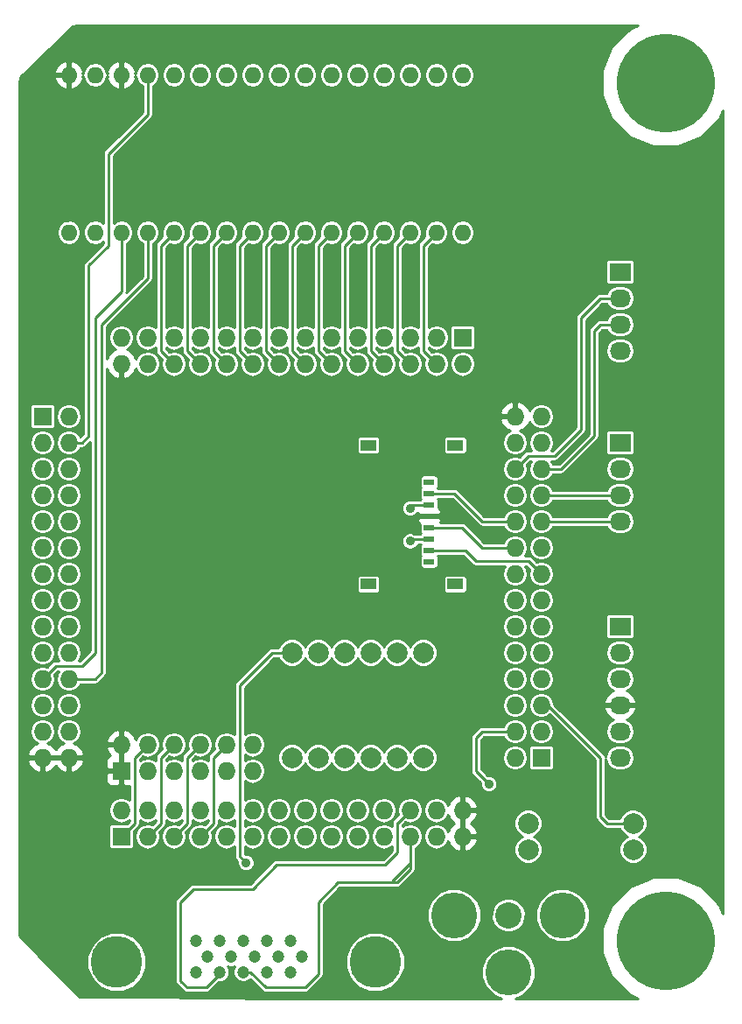
<source format=gbr>
G04 #@! TF.FileFunction,Copper,L1,Top,Signal*
%FSLAX46Y46*%
G04 Gerber Fmt 4.6, Leading zero omitted, Abs format (unit mm)*
G04 Created by KiCad (PCBNEW (after 2015-mar-04 BZR unknown)-product) date 12/1/2016 2:15:56 PM*
%MOMM*%
G01*
G04 APERTURE LIST*
%ADD10C,0.150000*%
%ADD11C,9.525000*%
%ADD12R,1.727200X1.727200*%
%ADD13O,1.727200X1.727200*%
%ADD14O,1.600000X1.600000*%
%ADD15C,1.998980*%
%ADD16C,5.001260*%
%ADD17C,1.198880*%
%ADD18R,2.032000X1.727200*%
%ADD19O,2.032000X1.727200*%
%ADD20C,4.445000*%
%ADD21C,2.540000*%
%ADD22R,1.049020X0.599440*%
%ADD23R,1.501140X1.049020*%
%ADD24C,0.889000*%
%ADD25C,0.254000*%
%ADD26C,0.152400*%
G04 APERTURE END LIST*
D10*
D11*
X73000000Y-16000000D03*
X73000000Y-99000000D03*
D12*
X20320000Y-88900000D03*
D13*
X20320000Y-86360000D03*
X22860000Y-88900000D03*
X22860000Y-86360000D03*
X25400000Y-88900000D03*
X25400000Y-86360000D03*
X27940000Y-88900000D03*
X27940000Y-86360000D03*
X30480000Y-88900000D03*
X30480000Y-86360000D03*
X33020000Y-88900000D03*
X33020000Y-86360000D03*
X35560000Y-88900000D03*
X35560000Y-86360000D03*
X38100000Y-88900000D03*
X38100000Y-86360000D03*
X40640000Y-88900000D03*
X40640000Y-86360000D03*
X43180000Y-88900000D03*
X43180000Y-86360000D03*
X45720000Y-88900000D03*
X45720000Y-86360000D03*
X48260000Y-88900000D03*
X48260000Y-86360000D03*
X50800000Y-88900000D03*
X50800000Y-86360000D03*
X53340000Y-88900000D03*
X53340000Y-86360000D03*
D12*
X60960000Y-81280000D03*
D13*
X58420000Y-81280000D03*
X60960000Y-78740000D03*
X58420000Y-78740000D03*
X60960000Y-76200000D03*
X58420000Y-76200000D03*
X60960000Y-73660000D03*
X58420000Y-73660000D03*
X60960000Y-71120000D03*
X58420000Y-71120000D03*
X60960000Y-68580000D03*
X58420000Y-68580000D03*
X60960000Y-66040000D03*
X58420000Y-66040000D03*
X60960000Y-63500000D03*
X58420000Y-63500000D03*
X60960000Y-60960000D03*
X58420000Y-60960000D03*
X60960000Y-58420000D03*
X58420000Y-58420000D03*
X60960000Y-55880000D03*
X58420000Y-55880000D03*
X60960000Y-53340000D03*
X58420000Y-53340000D03*
X60960000Y-50800000D03*
X58420000Y-50800000D03*
X60960000Y-48260000D03*
X58420000Y-48260000D03*
D12*
X53340000Y-40640000D03*
D13*
X53340000Y-43180000D03*
X50800000Y-40640000D03*
X50800000Y-43180000D03*
X48260000Y-40640000D03*
X48260000Y-43180000D03*
X45720000Y-40640000D03*
X45720000Y-43180000D03*
X43180000Y-40640000D03*
X43180000Y-43180000D03*
X40640000Y-40640000D03*
X40640000Y-43180000D03*
X38100000Y-40640000D03*
X38100000Y-43180000D03*
X35560000Y-40640000D03*
X35560000Y-43180000D03*
X33020000Y-40640000D03*
X33020000Y-43180000D03*
X30480000Y-40640000D03*
X30480000Y-43180000D03*
X27940000Y-40640000D03*
X27940000Y-43180000D03*
X25400000Y-40640000D03*
X25400000Y-43180000D03*
X22860000Y-40640000D03*
X22860000Y-43180000D03*
X20320000Y-40640000D03*
X20320000Y-43180000D03*
D12*
X12700000Y-48260000D03*
D13*
X15240000Y-48260000D03*
X12700000Y-50800000D03*
X15240000Y-50800000D03*
X12700000Y-53340000D03*
X15240000Y-53340000D03*
X12700000Y-55880000D03*
X15240000Y-55880000D03*
X12700000Y-58420000D03*
X15240000Y-58420000D03*
X12700000Y-60960000D03*
X15240000Y-60960000D03*
X12700000Y-63500000D03*
X15240000Y-63500000D03*
X12700000Y-66040000D03*
X15240000Y-66040000D03*
X12700000Y-68580000D03*
X15240000Y-68580000D03*
X12700000Y-71120000D03*
X15240000Y-71120000D03*
X12700000Y-73660000D03*
X15240000Y-73660000D03*
X12700000Y-76200000D03*
X15240000Y-76200000D03*
X12700000Y-78740000D03*
X15240000Y-78740000D03*
X12700000Y-81280000D03*
X15240000Y-81280000D03*
D14*
X15240000Y-30480000D03*
X17780000Y-30480000D03*
X20320000Y-30480000D03*
X22860000Y-30480000D03*
X25400000Y-30480000D03*
X27940000Y-30480000D03*
X30480000Y-30480000D03*
X33020000Y-30480000D03*
X35560000Y-30480000D03*
X38100000Y-30480000D03*
X40640000Y-30480000D03*
X43180000Y-30480000D03*
X45720000Y-30480000D03*
X48260000Y-30480000D03*
X50800000Y-30480000D03*
X53340000Y-30480000D03*
X53340000Y-15240000D03*
X50800000Y-15240000D03*
X48260000Y-15240000D03*
X45720000Y-15240000D03*
X43180000Y-15240000D03*
X40640000Y-15240000D03*
X38100000Y-15240000D03*
X35560000Y-15240000D03*
X33020000Y-15240000D03*
X30480000Y-15240000D03*
X27940000Y-15240000D03*
X25400000Y-15240000D03*
X22860000Y-15240000D03*
X20320000Y-15240000D03*
X17780000Y-15240000D03*
X15240000Y-15240000D03*
D15*
X49530000Y-81280000D03*
X49530000Y-71120000D03*
X46990000Y-81280000D03*
X46990000Y-71120000D03*
X41910000Y-81280000D03*
X41910000Y-71120000D03*
X44450000Y-81280000D03*
X44450000Y-71120000D03*
X36830000Y-81280000D03*
X36830000Y-71120000D03*
X39370000Y-81280000D03*
X39370000Y-71120000D03*
D16*
X44879260Y-101033580D03*
D17*
X32118300Y-99034600D03*
X34404300Y-99034600D03*
X36695380Y-99034600D03*
X29824680Y-99034600D03*
X27536140Y-99034600D03*
X30970220Y-100533200D03*
X33258760Y-100533200D03*
X35549840Y-100533200D03*
X37840920Y-100533200D03*
D16*
X19890740Y-101033580D03*
D17*
X28679140Y-100533200D03*
X36695380Y-102034340D03*
X34404300Y-102034340D03*
X32115760Y-102031800D03*
X29824680Y-102034340D03*
X27536140Y-102034340D03*
D18*
X68580000Y-34290000D03*
D19*
X68580000Y-36830000D03*
X68580000Y-39370000D03*
X68580000Y-41910000D03*
D18*
X68580000Y-50800000D03*
D19*
X68580000Y-53340000D03*
X68580000Y-55880000D03*
X68580000Y-58420000D03*
D18*
X68580000Y-68580000D03*
D19*
X68580000Y-71120000D03*
X68580000Y-73660000D03*
X68580000Y-76200000D03*
X68580000Y-78740000D03*
X68580000Y-81280000D03*
D20*
X57785000Y-102031800D03*
X63030100Y-96520000D03*
X52539900Y-96520000D03*
D21*
X57785000Y-96520000D03*
D15*
X69850000Y-87630000D03*
X59690000Y-87630000D03*
X69850000Y-90170000D03*
X59690000Y-90170000D03*
D22*
X50109120Y-54615080D03*
X50109120Y-55714900D03*
X50109120Y-56814720D03*
X50109120Y-57914540D03*
X50109120Y-59014360D03*
X50109120Y-60114180D03*
X50109120Y-61214000D03*
X50109120Y-62313820D03*
D23*
X52638960Y-51059080D03*
X52638960Y-64510920D03*
X44239180Y-51059080D03*
X44239180Y-64510920D03*
D12*
X20320000Y-82550000D03*
D13*
X20320000Y-80010000D03*
X22860000Y-82550000D03*
X22860000Y-80010000D03*
X25400000Y-82550000D03*
X25400000Y-80010000D03*
X27940000Y-82550000D03*
X27940000Y-80010000D03*
X30480000Y-82550000D03*
X30480000Y-80010000D03*
X33020000Y-82550000D03*
X33020000Y-80010000D03*
D24*
X48260000Y-57150000D03*
X48260000Y-60325000D03*
X32385000Y-91440000D03*
X55880000Y-83820000D03*
D25*
X48595280Y-56814720D02*
X48260000Y-57150000D01*
X50109120Y-56814720D02*
X48595280Y-56814720D01*
X48470820Y-60114180D02*
X48260000Y-60325000D01*
X50109120Y-60114180D02*
X48470820Y-60114180D01*
X32115760Y-102031800D02*
X32816800Y-102031800D01*
X48260000Y-92075000D02*
X48260000Y-88900000D01*
X46990000Y-93345000D02*
X48260000Y-92075000D01*
X41275000Y-93345000D02*
X46990000Y-93345000D01*
X39370000Y-95250000D02*
X41275000Y-93345000D01*
X39370000Y-102235000D02*
X39370000Y-95250000D01*
X38100000Y-103505000D02*
X39370000Y-102235000D01*
X34290000Y-103505000D02*
X38100000Y-103505000D01*
X32816800Y-102031800D02*
X34290000Y-103505000D01*
X46596300Y-93167200D02*
X48260000Y-91503500D01*
X48260000Y-91503500D02*
X48260000Y-88900000D01*
D26*
X46596300Y-93167200D02*
X48260000Y-91503500D01*
X48260000Y-91503500D02*
X48260000Y-88900000D01*
D25*
X29824680Y-102034340D02*
X29824680Y-102255320D01*
X29824680Y-102255320D02*
X28575000Y-103505000D01*
X27305000Y-93980000D02*
X33020000Y-93980000D01*
X26035000Y-95250000D02*
X27305000Y-93980000D01*
X26035000Y-102870000D02*
X26035000Y-95250000D01*
X26670000Y-103505000D02*
X26035000Y-102870000D01*
X28575000Y-103505000D02*
X26670000Y-103505000D01*
X37465000Y-91617800D02*
X45872400Y-91617800D01*
X45872400Y-91617800D02*
X46990000Y-90500200D01*
X46990000Y-90500200D02*
X46990000Y-87630000D01*
X46990000Y-87630000D02*
X48260000Y-86360000D01*
X37465000Y-91617800D02*
X35382200Y-91617800D01*
X35382200Y-91617800D02*
X33020000Y-93980000D01*
D26*
X45872400Y-91617800D02*
X46990000Y-90500200D01*
X46990000Y-90500200D02*
X46990000Y-87630000D01*
X46990000Y-87630000D02*
X48260000Y-86360000D01*
D25*
X50800000Y-43180000D02*
X49530000Y-41910000D01*
X49530000Y-31750000D02*
X50800000Y-30480000D01*
X49530000Y-41910000D02*
X49530000Y-31750000D01*
X48260000Y-43180000D02*
X46990000Y-41910000D01*
X46990000Y-31750000D02*
X48260000Y-30480000D01*
X46990000Y-41910000D02*
X46990000Y-31750000D01*
X45720000Y-43180000D02*
X44450000Y-41910000D01*
X44450000Y-31750000D02*
X45720000Y-30480000D01*
X44450000Y-41910000D02*
X44450000Y-31750000D01*
X43180000Y-43180000D02*
X41910000Y-41910000D01*
X41910000Y-31750000D02*
X43180000Y-30480000D01*
X41910000Y-41910000D02*
X41910000Y-31750000D01*
X40640000Y-43180000D02*
X39370000Y-41910000D01*
X39370000Y-31750000D02*
X40640000Y-30480000D01*
X39370000Y-41910000D02*
X39370000Y-31750000D01*
X38100000Y-43180000D02*
X36830000Y-41910000D01*
X36830000Y-31750000D02*
X38100000Y-30480000D01*
X36830000Y-41910000D02*
X36830000Y-31750000D01*
X35560000Y-43180000D02*
X34290000Y-41910000D01*
X34290000Y-31750000D02*
X35560000Y-30480000D01*
X34290000Y-41910000D02*
X34290000Y-31750000D01*
X33020000Y-43180000D02*
X31750000Y-41910000D01*
X31750000Y-31750000D02*
X33020000Y-30480000D01*
X31750000Y-41910000D02*
X31750000Y-31750000D01*
X30480000Y-43180000D02*
X29210000Y-41910000D01*
X29210000Y-31750000D02*
X30480000Y-30480000D01*
X29210000Y-41910000D02*
X29210000Y-31750000D01*
X27940000Y-43180000D02*
X26670000Y-41910000D01*
X26670000Y-31750000D02*
X27940000Y-30480000D01*
X26670000Y-41910000D02*
X26670000Y-31750000D01*
X25400000Y-43180000D02*
X24130000Y-41910000D01*
X24130000Y-31750000D02*
X25400000Y-30480000D01*
X24130000Y-41910000D02*
X24130000Y-31750000D01*
X12700000Y-73660000D02*
X13970000Y-72390000D01*
X13970000Y-72390000D02*
X16510000Y-72390000D01*
X17780000Y-71120000D02*
X17780000Y-68580000D01*
X16510000Y-72390000D02*
X17780000Y-71120000D01*
X20320000Y-30480000D02*
X20320000Y-36195000D01*
X17780000Y-38735000D02*
X17780000Y-68580000D01*
X20320000Y-36195000D02*
X17780000Y-38735000D01*
X15240000Y-73660000D02*
X17780000Y-73660000D01*
X18415000Y-73025000D02*
X18415000Y-71120000D01*
X17780000Y-73660000D02*
X18415000Y-73025000D01*
X15240000Y-73660000D02*
X15875000Y-73660000D01*
X18415000Y-71120000D02*
X18415000Y-39370000D01*
X22860000Y-34925000D02*
X22860000Y-30480000D01*
X18415000Y-39370000D02*
X22860000Y-34925000D01*
X15240000Y-50800000D02*
X16510000Y-50800000D01*
X22860000Y-19050000D02*
X22860000Y-15240000D01*
X19050000Y-22860000D02*
X22860000Y-19050000D01*
X19050000Y-31750000D02*
X19050000Y-22860000D01*
X17145000Y-33655000D02*
X19050000Y-31750000D01*
X17145000Y-50165000D02*
X17145000Y-33655000D01*
X16510000Y-50800000D02*
X17145000Y-50165000D01*
X60960000Y-58420000D02*
X68580000Y-58420000D01*
X60960000Y-58420000D02*
X61595000Y-58420000D01*
X60960000Y-55880000D02*
X68580000Y-55880000D01*
X60960000Y-53340000D02*
X62865000Y-53340000D01*
X66675000Y-39370000D02*
X68580000Y-39370000D01*
X66040000Y-40005000D02*
X66675000Y-39370000D01*
X66040000Y-50165000D02*
X66040000Y-40005000D01*
X62865000Y-53340000D02*
X66040000Y-50165000D01*
X59690000Y-52070000D02*
X62230000Y-52070000D01*
X62230000Y-52070000D02*
X64770000Y-49530000D01*
X64770000Y-49530000D02*
X64770000Y-38735000D01*
X64770000Y-38735000D02*
X66675000Y-36830000D01*
X66675000Y-36830000D02*
X68580000Y-36830000D01*
X62230000Y-52070000D02*
X64770000Y-49530000D01*
X58420000Y-53340000D02*
X59690000Y-52070000D01*
X36830000Y-71120000D02*
X34925000Y-71120000D01*
X31750000Y-90805000D02*
X32385000Y-91440000D01*
X31750000Y-74295000D02*
X31750000Y-90805000D01*
X34925000Y-71120000D02*
X31750000Y-74295000D01*
X55880000Y-83820000D02*
X54610000Y-82550000D01*
X54610000Y-82550000D02*
X54610000Y-79375000D01*
X54610000Y-79375000D02*
X55245000Y-78740000D01*
X55245000Y-78740000D02*
X58420000Y-78740000D01*
X67310000Y-87630000D02*
X69850000Y-87630000D01*
X66675000Y-86995000D02*
X67310000Y-87630000D01*
X66675000Y-81280000D02*
X66675000Y-86995000D01*
X61595000Y-76200000D02*
X66675000Y-81280000D01*
X60960000Y-76200000D02*
X61595000Y-76200000D01*
X52539900Y-55714900D02*
X55245000Y-58420000D01*
X55245000Y-58420000D02*
X58420000Y-58420000D01*
X50109120Y-55714900D02*
X52539900Y-55714900D01*
X53299360Y-59014360D02*
X55245000Y-60960000D01*
X55245000Y-60960000D02*
X58420000Y-60960000D01*
X50109120Y-59014360D02*
X53299360Y-59014360D01*
X53594000Y-61214000D02*
X54610000Y-62230000D01*
X54610000Y-62230000D02*
X59690000Y-62230000D01*
X59690000Y-62230000D02*
X60960000Y-63500000D01*
X50109120Y-61214000D02*
X53594000Y-61214000D01*
X20320000Y-88900000D02*
X21590000Y-87630000D01*
X21590000Y-81280000D02*
X22860000Y-80010000D01*
X21590000Y-87630000D02*
X21590000Y-81280000D01*
X22860000Y-88900000D02*
X24130000Y-87630000D01*
X24130000Y-81280000D02*
X25400000Y-80010000D01*
X24130000Y-87630000D02*
X24130000Y-81280000D01*
X25400000Y-88900000D02*
X26670000Y-87630000D01*
X26670000Y-81280000D02*
X27940000Y-80010000D01*
X26670000Y-87630000D02*
X26670000Y-81280000D01*
X27940000Y-88900000D02*
X29210000Y-87630000D01*
X29210000Y-81280000D02*
X30480000Y-80010000D01*
X29210000Y-87630000D02*
X29210000Y-81280000D01*
G36*
X78569000Y-96348473D02*
X78224815Y-95515482D01*
X76493632Y-93781275D01*
X74230575Y-92841571D01*
X71780175Y-92839433D01*
X71230729Y-93066459D01*
X71230729Y-89896608D01*
X71021005Y-89389037D01*
X70633006Y-89000360D01*
X70391343Y-88900013D01*
X70630963Y-88801005D01*
X71019640Y-88413006D01*
X71230249Y-87905801D01*
X71230729Y-87356608D01*
X71021005Y-86849037D01*
X70633006Y-86460360D01*
X70187358Y-86275311D01*
X70187358Y-76559026D01*
X70187358Y-75840974D01*
X70184709Y-75825209D01*
X69930732Y-75297964D01*
X69494320Y-74908046D01*
X69221757Y-74812704D01*
X69236057Y-74809860D01*
X69639834Y-74540065D01*
X69909629Y-74136288D01*
X70004369Y-73660000D01*
X70004369Y-71120000D01*
X70004369Y-58420000D01*
X70004369Y-55880000D01*
X70004369Y-53340000D01*
X70004369Y-41910000D01*
X70004369Y-39370000D01*
X69909629Y-38893712D01*
X69639834Y-38489935D01*
X69236057Y-38220140D01*
X68759769Y-38125400D01*
X68400231Y-38125400D01*
X67923943Y-38220140D01*
X67520166Y-38489935D01*
X67271560Y-38862000D01*
X66675000Y-38862000D01*
X66480597Y-38900669D01*
X66315790Y-39010789D01*
X65680790Y-39645790D01*
X65570669Y-39810597D01*
X65532000Y-40005000D01*
X65532000Y-49954580D01*
X62654580Y-52832000D01*
X62113053Y-52832000D01*
X61943336Y-52578000D01*
X62230000Y-52578000D01*
X62424403Y-52539331D01*
X62589210Y-52429210D01*
X65129210Y-49889211D01*
X65129210Y-49889210D01*
X65202790Y-49779090D01*
X65239330Y-49724404D01*
X65239331Y-49724403D01*
X65277999Y-49530000D01*
X65278000Y-49530000D01*
X65278000Y-38945420D01*
X66885420Y-37338000D01*
X67271560Y-37338000D01*
X67520166Y-37710065D01*
X67923943Y-37979860D01*
X68400231Y-38074600D01*
X68759769Y-38074600D01*
X69236057Y-37979860D01*
X69639834Y-37710065D01*
X69909629Y-37306288D01*
X70004369Y-36830000D01*
X69984464Y-36729931D01*
X69984464Y-35153600D01*
X69984464Y-33426400D01*
X69956278Y-33281126D01*
X69872404Y-33153444D01*
X69745784Y-33067974D01*
X69596000Y-33037936D01*
X67564000Y-33037936D01*
X67418726Y-33066122D01*
X67291044Y-33149996D01*
X67205574Y-33276616D01*
X67175536Y-33426400D01*
X67175536Y-35153600D01*
X67203722Y-35298874D01*
X67287596Y-35426556D01*
X67414216Y-35512026D01*
X67564000Y-35542064D01*
X69596000Y-35542064D01*
X69741274Y-35513878D01*
X69868956Y-35430004D01*
X69954426Y-35303384D01*
X69984464Y-35153600D01*
X69984464Y-36729931D01*
X69909629Y-36353712D01*
X69639834Y-35949935D01*
X69236057Y-35680140D01*
X68759769Y-35585400D01*
X68400231Y-35585400D01*
X67923943Y-35680140D01*
X67520166Y-35949935D01*
X67271560Y-36322000D01*
X66675000Y-36322000D01*
X66480597Y-36360669D01*
X66315790Y-36470790D01*
X64410790Y-38375790D01*
X64300669Y-38540597D01*
X64262000Y-38735000D01*
X64262000Y-49319579D01*
X62019579Y-51562000D01*
X61943336Y-51562000D01*
X62134243Y-51276288D01*
X62228983Y-50800000D01*
X62228983Y-48260000D01*
X62134243Y-47783712D01*
X61864448Y-47379935D01*
X61460671Y-47110140D01*
X60984383Y-47015400D01*
X60935617Y-47015400D01*
X60459329Y-47110140D01*
X60055552Y-47379935D01*
X59810840Y-47746171D01*
X59702688Y-47485053D01*
X59308490Y-47053179D01*
X58779027Y-46805032D01*
X58547000Y-46925531D01*
X58547000Y-48133000D01*
X58567000Y-48133000D01*
X58567000Y-48387000D01*
X58547000Y-48387000D01*
X58547000Y-48407000D01*
X58293000Y-48407000D01*
X58293000Y-48387000D01*
X58293000Y-48133000D01*
X58293000Y-46925531D01*
X58060973Y-46805032D01*
X57531510Y-47053179D01*
X57137312Y-47485053D01*
X56965042Y-47900974D01*
X57086183Y-48133000D01*
X58293000Y-48133000D01*
X58293000Y-48387000D01*
X57086183Y-48387000D01*
X56965042Y-48619026D01*
X57137312Y-49034947D01*
X57531510Y-49466821D01*
X57921661Y-49649676D01*
X57919329Y-49650140D01*
X57515552Y-49919935D01*
X57245757Y-50323712D01*
X57151017Y-50800000D01*
X57245757Y-51276288D01*
X57515552Y-51680065D01*
X57919329Y-51949860D01*
X58395617Y-52044600D01*
X58444383Y-52044600D01*
X58920671Y-51949860D01*
X59324448Y-51680065D01*
X59594243Y-51276288D01*
X59688983Y-50800000D01*
X59594243Y-50323712D01*
X59324448Y-49919935D01*
X58920671Y-49650140D01*
X58918338Y-49649676D01*
X59308490Y-49466821D01*
X59702688Y-49034947D01*
X59810840Y-48773828D01*
X60055552Y-49140065D01*
X60459329Y-49409860D01*
X60935617Y-49504600D01*
X60984383Y-49504600D01*
X61460671Y-49409860D01*
X61864448Y-49140065D01*
X62134243Y-48736288D01*
X62228983Y-48260000D01*
X62228983Y-50800000D01*
X62134243Y-50323712D01*
X61864448Y-49919935D01*
X61460671Y-49650140D01*
X60984383Y-49555400D01*
X60935617Y-49555400D01*
X60459329Y-49650140D01*
X60055552Y-49919935D01*
X59785757Y-50323712D01*
X59691017Y-50800000D01*
X59785757Y-51276288D01*
X59976663Y-51562000D01*
X59690000Y-51562000D01*
X59527849Y-51594253D01*
X59495596Y-51600669D01*
X59330790Y-51710790D01*
X58862926Y-52178653D01*
X58444383Y-52095400D01*
X58395617Y-52095400D01*
X57919329Y-52190140D01*
X57515552Y-52459935D01*
X57245757Y-52863712D01*
X57151017Y-53340000D01*
X57245757Y-53816288D01*
X57515552Y-54220065D01*
X57919329Y-54489860D01*
X58395617Y-54584600D01*
X58444383Y-54584600D01*
X58920671Y-54489860D01*
X59324448Y-54220065D01*
X59594243Y-53816288D01*
X59688983Y-53340000D01*
X59597638Y-52880781D01*
X59900420Y-52578000D01*
X59976663Y-52578000D01*
X59785757Y-52863712D01*
X59691017Y-53340000D01*
X59785757Y-53816288D01*
X60055552Y-54220065D01*
X60459329Y-54489860D01*
X60935617Y-54584600D01*
X60984383Y-54584600D01*
X61460671Y-54489860D01*
X61864448Y-54220065D01*
X62113053Y-53848000D01*
X62865000Y-53848000D01*
X63059403Y-53809331D01*
X63224210Y-53699210D01*
X66399210Y-50524210D01*
X66509331Y-50359403D01*
X66548000Y-50165000D01*
X66548000Y-40215420D01*
X66885420Y-39878000D01*
X67271560Y-39878000D01*
X67520166Y-40250065D01*
X67923943Y-40519860D01*
X68400231Y-40614600D01*
X68759769Y-40614600D01*
X69236057Y-40519860D01*
X69639834Y-40250065D01*
X69909629Y-39846288D01*
X70004369Y-39370000D01*
X70004369Y-41910000D01*
X69909629Y-41433712D01*
X69639834Y-41029935D01*
X69236057Y-40760140D01*
X68759769Y-40665400D01*
X68400231Y-40665400D01*
X67923943Y-40760140D01*
X67520166Y-41029935D01*
X67250371Y-41433712D01*
X67155631Y-41910000D01*
X67250371Y-42386288D01*
X67520166Y-42790065D01*
X67923943Y-43059860D01*
X68400231Y-43154600D01*
X68759769Y-43154600D01*
X69236057Y-43059860D01*
X69639834Y-42790065D01*
X69909629Y-42386288D01*
X70004369Y-41910000D01*
X70004369Y-53340000D01*
X69984464Y-53239931D01*
X69984464Y-51663600D01*
X69984464Y-49936400D01*
X69956278Y-49791126D01*
X69872404Y-49663444D01*
X69745784Y-49577974D01*
X69596000Y-49547936D01*
X67564000Y-49547936D01*
X67418726Y-49576122D01*
X67291044Y-49659996D01*
X67205574Y-49786616D01*
X67175536Y-49936400D01*
X67175536Y-51663600D01*
X67203722Y-51808874D01*
X67287596Y-51936556D01*
X67414216Y-52022026D01*
X67564000Y-52052064D01*
X69596000Y-52052064D01*
X69741274Y-52023878D01*
X69868956Y-51940004D01*
X69954426Y-51813384D01*
X69984464Y-51663600D01*
X69984464Y-53239931D01*
X69909629Y-52863712D01*
X69639834Y-52459935D01*
X69236057Y-52190140D01*
X68759769Y-52095400D01*
X68400231Y-52095400D01*
X67923943Y-52190140D01*
X67520166Y-52459935D01*
X67250371Y-52863712D01*
X67155631Y-53340000D01*
X67250371Y-53816288D01*
X67520166Y-54220065D01*
X67923943Y-54489860D01*
X68400231Y-54584600D01*
X68759769Y-54584600D01*
X69236057Y-54489860D01*
X69639834Y-54220065D01*
X69909629Y-53816288D01*
X70004369Y-53340000D01*
X70004369Y-55880000D01*
X69909629Y-55403712D01*
X69639834Y-54999935D01*
X69236057Y-54730140D01*
X68759769Y-54635400D01*
X68400231Y-54635400D01*
X67923943Y-54730140D01*
X67520166Y-54999935D01*
X67271560Y-55372000D01*
X62113053Y-55372000D01*
X61864448Y-54999935D01*
X61460671Y-54730140D01*
X60984383Y-54635400D01*
X60935617Y-54635400D01*
X60459329Y-54730140D01*
X60055552Y-54999935D01*
X59785757Y-55403712D01*
X59691017Y-55880000D01*
X59785757Y-56356288D01*
X60055552Y-56760065D01*
X60459329Y-57029860D01*
X60935617Y-57124600D01*
X60984383Y-57124600D01*
X61460671Y-57029860D01*
X61864448Y-56760065D01*
X62113053Y-56388000D01*
X67271560Y-56388000D01*
X67520166Y-56760065D01*
X67923943Y-57029860D01*
X68400231Y-57124600D01*
X68759769Y-57124600D01*
X69236057Y-57029860D01*
X69639834Y-56760065D01*
X69909629Y-56356288D01*
X70004369Y-55880000D01*
X70004369Y-58420000D01*
X69909629Y-57943712D01*
X69639834Y-57539935D01*
X69236057Y-57270140D01*
X68759769Y-57175400D01*
X68400231Y-57175400D01*
X67923943Y-57270140D01*
X67520166Y-57539935D01*
X67271560Y-57912000D01*
X62113053Y-57912000D01*
X61864448Y-57539935D01*
X61460671Y-57270140D01*
X60984383Y-57175400D01*
X60935617Y-57175400D01*
X60459329Y-57270140D01*
X60055552Y-57539935D01*
X59785757Y-57943712D01*
X59691017Y-58420000D01*
X59785757Y-58896288D01*
X60055552Y-59300065D01*
X60459329Y-59569860D01*
X60935617Y-59664600D01*
X60984383Y-59664600D01*
X61460671Y-59569860D01*
X61864448Y-59300065D01*
X62113053Y-58928000D01*
X67271560Y-58928000D01*
X67520166Y-59300065D01*
X67923943Y-59569860D01*
X68400231Y-59664600D01*
X68759769Y-59664600D01*
X69236057Y-59569860D01*
X69639834Y-59300065D01*
X69909629Y-58896288D01*
X70004369Y-58420000D01*
X70004369Y-71120000D01*
X69984464Y-71019931D01*
X69984464Y-69443600D01*
X69984464Y-67716400D01*
X69956278Y-67571126D01*
X69872404Y-67443444D01*
X69745784Y-67357974D01*
X69596000Y-67327936D01*
X67564000Y-67327936D01*
X67418726Y-67356122D01*
X67291044Y-67439996D01*
X67205574Y-67566616D01*
X67175536Y-67716400D01*
X67175536Y-69443600D01*
X67203722Y-69588874D01*
X67287596Y-69716556D01*
X67414216Y-69802026D01*
X67564000Y-69832064D01*
X69596000Y-69832064D01*
X69741274Y-69803878D01*
X69868956Y-69720004D01*
X69954426Y-69593384D01*
X69984464Y-69443600D01*
X69984464Y-71019931D01*
X69909629Y-70643712D01*
X69639834Y-70239935D01*
X69236057Y-69970140D01*
X68759769Y-69875400D01*
X68400231Y-69875400D01*
X67923943Y-69970140D01*
X67520166Y-70239935D01*
X67250371Y-70643712D01*
X67155631Y-71120000D01*
X67250371Y-71596288D01*
X67520166Y-72000065D01*
X67923943Y-72269860D01*
X68400231Y-72364600D01*
X68759769Y-72364600D01*
X69236057Y-72269860D01*
X69639834Y-72000065D01*
X69909629Y-71596288D01*
X70004369Y-71120000D01*
X70004369Y-73660000D01*
X69909629Y-73183712D01*
X69639834Y-72779935D01*
X69236057Y-72510140D01*
X68759769Y-72415400D01*
X68400231Y-72415400D01*
X67923943Y-72510140D01*
X67520166Y-72779935D01*
X67250371Y-73183712D01*
X67155631Y-73660000D01*
X67250371Y-74136288D01*
X67520166Y-74540065D01*
X67923943Y-74809860D01*
X67938242Y-74812704D01*
X67665680Y-74908046D01*
X67229268Y-75297964D01*
X66975291Y-75825209D01*
X66972642Y-75840974D01*
X67093783Y-76073000D01*
X68453000Y-76073000D01*
X68453000Y-76053000D01*
X68707000Y-76053000D01*
X68707000Y-76073000D01*
X70066217Y-76073000D01*
X70187358Y-75840974D01*
X70187358Y-76559026D01*
X70066217Y-76327000D01*
X68707000Y-76327000D01*
X68707000Y-76347000D01*
X68453000Y-76347000D01*
X68453000Y-76327000D01*
X67093783Y-76327000D01*
X66972642Y-76559026D01*
X66975291Y-76574791D01*
X67229268Y-77102036D01*
X67665680Y-77491954D01*
X67938242Y-77587295D01*
X67923943Y-77590140D01*
X67520166Y-77859935D01*
X67250371Y-78263712D01*
X67155631Y-78740000D01*
X67250371Y-79216288D01*
X67520166Y-79620065D01*
X67923943Y-79889860D01*
X68400231Y-79984600D01*
X68759769Y-79984600D01*
X69236057Y-79889860D01*
X69639834Y-79620065D01*
X69909629Y-79216288D01*
X70004369Y-78740000D01*
X69909629Y-78263712D01*
X69639834Y-77859935D01*
X69236057Y-77590140D01*
X69221757Y-77587295D01*
X69494320Y-77491954D01*
X69930732Y-77102036D01*
X70184709Y-76574791D01*
X70187358Y-76559026D01*
X70187358Y-86275311D01*
X70125801Y-86249751D01*
X69576608Y-86249271D01*
X69069037Y-86458995D01*
X68680360Y-86846994D01*
X68566168Y-87122000D01*
X67520420Y-87122000D01*
X67183000Y-86784579D01*
X67183000Y-81417592D01*
X67250371Y-81756288D01*
X67520166Y-82160065D01*
X67923943Y-82429860D01*
X68400231Y-82524600D01*
X68759769Y-82524600D01*
X69236057Y-82429860D01*
X69639834Y-82160065D01*
X69909629Y-81756288D01*
X70004369Y-81280000D01*
X69909629Y-80803712D01*
X69639834Y-80399935D01*
X69236057Y-80130140D01*
X68759769Y-80035400D01*
X68400231Y-80035400D01*
X67923943Y-80130140D01*
X67520166Y-80399935D01*
X67250371Y-80803712D01*
X67169315Y-81211203D01*
X67144331Y-81085597D01*
X67034210Y-80920790D01*
X62228983Y-76115563D01*
X62228983Y-73660000D01*
X62228983Y-71120000D01*
X62228983Y-68580000D01*
X62228983Y-66040000D01*
X62228983Y-63500000D01*
X62228983Y-60960000D01*
X62134243Y-60483712D01*
X61864448Y-60079935D01*
X61460671Y-59810140D01*
X60984383Y-59715400D01*
X60935617Y-59715400D01*
X60459329Y-59810140D01*
X60055552Y-60079935D01*
X59785757Y-60483712D01*
X59691017Y-60960000D01*
X59785757Y-61436288D01*
X60055552Y-61840065D01*
X60459329Y-62109860D01*
X60935617Y-62204600D01*
X60984383Y-62204600D01*
X61460671Y-62109860D01*
X61864448Y-61840065D01*
X62134243Y-61436288D01*
X62228983Y-60960000D01*
X62228983Y-63500000D01*
X62134243Y-63023712D01*
X61864448Y-62619935D01*
X61460671Y-62350140D01*
X60984383Y-62255400D01*
X60935617Y-62255400D01*
X60517073Y-62338653D01*
X60049210Y-61870790D01*
X59884403Y-61760669D01*
X59690000Y-61722000D01*
X59403336Y-61722000D01*
X59594243Y-61436288D01*
X59688983Y-60960000D01*
X59688983Y-58420000D01*
X59688983Y-55880000D01*
X59594243Y-55403712D01*
X59324448Y-54999935D01*
X58920671Y-54730140D01*
X58444383Y-54635400D01*
X58395617Y-54635400D01*
X57919329Y-54730140D01*
X57515552Y-54999935D01*
X57245757Y-55403712D01*
X57151017Y-55880000D01*
X57245757Y-56356288D01*
X57515552Y-56760065D01*
X57919329Y-57029860D01*
X58395617Y-57124600D01*
X58444383Y-57124600D01*
X58920671Y-57029860D01*
X59324448Y-56760065D01*
X59594243Y-56356288D01*
X59688983Y-55880000D01*
X59688983Y-58420000D01*
X59594243Y-57943712D01*
X59324448Y-57539935D01*
X58920671Y-57270140D01*
X58444383Y-57175400D01*
X58395617Y-57175400D01*
X57919329Y-57270140D01*
X57515552Y-57539935D01*
X57266946Y-57912000D01*
X55455420Y-57912000D01*
X54592064Y-57048644D01*
X54592064Y-41503600D01*
X54592064Y-39776400D01*
X54563878Y-39631126D01*
X54521000Y-39565852D01*
X54521000Y-30503137D01*
X54521000Y-30456863D01*
X54521000Y-15263137D01*
X54521000Y-15216863D01*
X54431102Y-14764914D01*
X54175093Y-14381770D01*
X53791949Y-14125761D01*
X53340000Y-14035863D01*
X52888051Y-14125761D01*
X52504907Y-14381770D01*
X52248898Y-14764914D01*
X52159000Y-15216863D01*
X52159000Y-15263137D01*
X52248898Y-15715086D01*
X52504907Y-16098230D01*
X52888051Y-16354239D01*
X53340000Y-16444137D01*
X53791949Y-16354239D01*
X54175093Y-16098230D01*
X54431102Y-15715086D01*
X54521000Y-15263137D01*
X54521000Y-30456863D01*
X54431102Y-30004914D01*
X54175093Y-29621770D01*
X53791949Y-29365761D01*
X53340000Y-29275863D01*
X52888051Y-29365761D01*
X52504907Y-29621770D01*
X52248898Y-30004914D01*
X52159000Y-30456863D01*
X52159000Y-30503137D01*
X52248898Y-30955086D01*
X52504907Y-31338230D01*
X52888051Y-31594239D01*
X53340000Y-31684137D01*
X53791949Y-31594239D01*
X54175093Y-31338230D01*
X54431102Y-30955086D01*
X54521000Y-30503137D01*
X54521000Y-39565852D01*
X54480004Y-39503444D01*
X54353384Y-39417974D01*
X54203600Y-39387936D01*
X52476400Y-39387936D01*
X52331126Y-39416122D01*
X52203444Y-39499996D01*
X52117974Y-39626616D01*
X52087936Y-39776400D01*
X52087936Y-41503600D01*
X52116122Y-41648874D01*
X52199996Y-41776556D01*
X52326616Y-41862026D01*
X52476400Y-41892064D01*
X54203600Y-41892064D01*
X54348874Y-41863878D01*
X54476556Y-41780004D01*
X54562026Y-41653384D01*
X54592064Y-41503600D01*
X54592064Y-57048644D01*
X54584600Y-57041180D01*
X54584600Y-43204383D01*
X54584600Y-43155617D01*
X54489860Y-42679329D01*
X54220065Y-42275552D01*
X53816288Y-42005757D01*
X53340000Y-41911017D01*
X52863712Y-42005757D01*
X52459935Y-42275552D01*
X52190140Y-42679329D01*
X52095400Y-43155617D01*
X52095400Y-43204383D01*
X52190140Y-43680671D01*
X52459935Y-44084448D01*
X52863712Y-44354243D01*
X53340000Y-44448983D01*
X53816288Y-44354243D01*
X54220065Y-44084448D01*
X54489860Y-43680671D01*
X54584600Y-43204383D01*
X54584600Y-57041180D01*
X53777994Y-56234574D01*
X53777994Y-51583590D01*
X53777994Y-50534570D01*
X53749808Y-50389296D01*
X53665934Y-50261614D01*
X53539314Y-50176144D01*
X53389530Y-50146106D01*
X52044600Y-50146106D01*
X52044600Y-43204383D01*
X52044600Y-43155617D01*
X51949860Y-42679329D01*
X51680065Y-42275552D01*
X51276288Y-42005757D01*
X50800000Y-41911017D01*
X50340781Y-42002361D01*
X50038000Y-41699580D01*
X50038000Y-41623336D01*
X50323712Y-41814243D01*
X50800000Y-41908983D01*
X51276288Y-41814243D01*
X51680065Y-41544448D01*
X51949860Y-41140671D01*
X52044600Y-40664383D01*
X52044600Y-40615617D01*
X51949860Y-40139329D01*
X51680065Y-39735552D01*
X51276288Y-39465757D01*
X50800000Y-39371017D01*
X50323712Y-39465757D01*
X50038000Y-39656663D01*
X50038000Y-31960420D01*
X50394868Y-31603551D01*
X50800000Y-31684137D01*
X51251949Y-31594239D01*
X51635093Y-31338230D01*
X51891102Y-30955086D01*
X51981000Y-30503137D01*
X51981000Y-30456863D01*
X51981000Y-15263137D01*
X51981000Y-15216863D01*
X51891102Y-14764914D01*
X51635093Y-14381770D01*
X51251949Y-14125761D01*
X50800000Y-14035863D01*
X50348051Y-14125761D01*
X49964907Y-14381770D01*
X49708898Y-14764914D01*
X49619000Y-15216863D01*
X49619000Y-15263137D01*
X49708898Y-15715086D01*
X49964907Y-16098230D01*
X50348051Y-16354239D01*
X50800000Y-16444137D01*
X51251949Y-16354239D01*
X51635093Y-16098230D01*
X51891102Y-15715086D01*
X51981000Y-15263137D01*
X51981000Y-30456863D01*
X51891102Y-30004914D01*
X51635093Y-29621770D01*
X51251949Y-29365761D01*
X50800000Y-29275863D01*
X50348051Y-29365761D01*
X49964907Y-29621770D01*
X49708898Y-30004914D01*
X49619000Y-30456863D01*
X49619000Y-30503137D01*
X49691908Y-30869671D01*
X49170790Y-31390790D01*
X49060669Y-31555597D01*
X49022000Y-31750000D01*
X49022000Y-39656663D01*
X48736288Y-39465757D01*
X48260000Y-39371017D01*
X47783712Y-39465757D01*
X47498000Y-39656663D01*
X47498000Y-31960420D01*
X47854868Y-31603551D01*
X48260000Y-31684137D01*
X48711949Y-31594239D01*
X49095093Y-31338230D01*
X49351102Y-30955086D01*
X49441000Y-30503137D01*
X49441000Y-30456863D01*
X49441000Y-15263137D01*
X49441000Y-15216863D01*
X49351102Y-14764914D01*
X49095093Y-14381770D01*
X48711949Y-14125761D01*
X48260000Y-14035863D01*
X47808051Y-14125761D01*
X47424907Y-14381770D01*
X47168898Y-14764914D01*
X47079000Y-15216863D01*
X47079000Y-15263137D01*
X47168898Y-15715086D01*
X47424907Y-16098230D01*
X47808051Y-16354239D01*
X48260000Y-16444137D01*
X48711949Y-16354239D01*
X49095093Y-16098230D01*
X49351102Y-15715086D01*
X49441000Y-15263137D01*
X49441000Y-30456863D01*
X49351102Y-30004914D01*
X49095093Y-29621770D01*
X48711949Y-29365761D01*
X48260000Y-29275863D01*
X47808051Y-29365761D01*
X47424907Y-29621770D01*
X47168898Y-30004914D01*
X47079000Y-30456863D01*
X47079000Y-30503137D01*
X47151908Y-30869671D01*
X46630790Y-31390790D01*
X46520669Y-31555597D01*
X46482000Y-31750000D01*
X46482000Y-39656663D01*
X46196288Y-39465757D01*
X45720000Y-39371017D01*
X45243712Y-39465757D01*
X44958000Y-39656663D01*
X44958000Y-31960420D01*
X45314868Y-31603551D01*
X45720000Y-31684137D01*
X46171949Y-31594239D01*
X46555093Y-31338230D01*
X46811102Y-30955086D01*
X46901000Y-30503137D01*
X46901000Y-30456863D01*
X46901000Y-15263137D01*
X46901000Y-15216863D01*
X46811102Y-14764914D01*
X46555093Y-14381770D01*
X46171949Y-14125761D01*
X45720000Y-14035863D01*
X45268051Y-14125761D01*
X44884907Y-14381770D01*
X44628898Y-14764914D01*
X44539000Y-15216863D01*
X44539000Y-15263137D01*
X44628898Y-15715086D01*
X44884907Y-16098230D01*
X45268051Y-16354239D01*
X45720000Y-16444137D01*
X46171949Y-16354239D01*
X46555093Y-16098230D01*
X46811102Y-15715086D01*
X46901000Y-15263137D01*
X46901000Y-30456863D01*
X46811102Y-30004914D01*
X46555093Y-29621770D01*
X46171949Y-29365761D01*
X45720000Y-29275863D01*
X45268051Y-29365761D01*
X44884907Y-29621770D01*
X44628898Y-30004914D01*
X44539000Y-30456863D01*
X44539000Y-30503137D01*
X44611908Y-30869671D01*
X44090790Y-31390790D01*
X43980669Y-31555597D01*
X43942000Y-31750000D01*
X43942000Y-39656663D01*
X43656288Y-39465757D01*
X43180000Y-39371017D01*
X42703712Y-39465757D01*
X42418000Y-39656663D01*
X42418000Y-31960420D01*
X42774868Y-31603551D01*
X43180000Y-31684137D01*
X43631949Y-31594239D01*
X44015093Y-31338230D01*
X44271102Y-30955086D01*
X44361000Y-30503137D01*
X44361000Y-30456863D01*
X44361000Y-15263137D01*
X44361000Y-15216863D01*
X44271102Y-14764914D01*
X44015093Y-14381770D01*
X43631949Y-14125761D01*
X43180000Y-14035863D01*
X42728051Y-14125761D01*
X42344907Y-14381770D01*
X42088898Y-14764914D01*
X41999000Y-15216863D01*
X41999000Y-15263137D01*
X42088898Y-15715086D01*
X42344907Y-16098230D01*
X42728051Y-16354239D01*
X43180000Y-16444137D01*
X43631949Y-16354239D01*
X44015093Y-16098230D01*
X44271102Y-15715086D01*
X44361000Y-15263137D01*
X44361000Y-30456863D01*
X44271102Y-30004914D01*
X44015093Y-29621770D01*
X43631949Y-29365761D01*
X43180000Y-29275863D01*
X42728051Y-29365761D01*
X42344907Y-29621770D01*
X42088898Y-30004914D01*
X41999000Y-30456863D01*
X41999000Y-30503137D01*
X42071908Y-30869671D01*
X41550790Y-31390790D01*
X41440669Y-31555597D01*
X41402000Y-31750000D01*
X41402000Y-39656663D01*
X41116288Y-39465757D01*
X40640000Y-39371017D01*
X40163712Y-39465757D01*
X39878000Y-39656663D01*
X39878000Y-31960420D01*
X40234868Y-31603551D01*
X40640000Y-31684137D01*
X41091949Y-31594239D01*
X41475093Y-31338230D01*
X41731102Y-30955086D01*
X41821000Y-30503137D01*
X41821000Y-30456863D01*
X41821000Y-15263137D01*
X41821000Y-15216863D01*
X41731102Y-14764914D01*
X41475093Y-14381770D01*
X41091949Y-14125761D01*
X40640000Y-14035863D01*
X40188051Y-14125761D01*
X39804907Y-14381770D01*
X39548898Y-14764914D01*
X39459000Y-15216863D01*
X39459000Y-15263137D01*
X39548898Y-15715086D01*
X39804907Y-16098230D01*
X40188051Y-16354239D01*
X40640000Y-16444137D01*
X41091949Y-16354239D01*
X41475093Y-16098230D01*
X41731102Y-15715086D01*
X41821000Y-15263137D01*
X41821000Y-30456863D01*
X41731102Y-30004914D01*
X41475093Y-29621770D01*
X41091949Y-29365761D01*
X40640000Y-29275863D01*
X40188051Y-29365761D01*
X39804907Y-29621770D01*
X39548898Y-30004914D01*
X39459000Y-30456863D01*
X39459000Y-30503137D01*
X39531908Y-30869671D01*
X39010790Y-31390790D01*
X38900669Y-31555597D01*
X38862000Y-31750000D01*
X38862000Y-39656663D01*
X38576288Y-39465757D01*
X38100000Y-39371017D01*
X37623712Y-39465757D01*
X37338000Y-39656663D01*
X37338000Y-31960420D01*
X37694868Y-31603551D01*
X38100000Y-31684137D01*
X38551949Y-31594239D01*
X38935093Y-31338230D01*
X39191102Y-30955086D01*
X39281000Y-30503137D01*
X39281000Y-30456863D01*
X39281000Y-15263137D01*
X39281000Y-15216863D01*
X39191102Y-14764914D01*
X38935093Y-14381770D01*
X38551949Y-14125761D01*
X38100000Y-14035863D01*
X37648051Y-14125761D01*
X37264907Y-14381770D01*
X37008898Y-14764914D01*
X36919000Y-15216863D01*
X36919000Y-15263137D01*
X37008898Y-15715086D01*
X37264907Y-16098230D01*
X37648051Y-16354239D01*
X38100000Y-16444137D01*
X38551949Y-16354239D01*
X38935093Y-16098230D01*
X39191102Y-15715086D01*
X39281000Y-15263137D01*
X39281000Y-30456863D01*
X39191102Y-30004914D01*
X38935093Y-29621770D01*
X38551949Y-29365761D01*
X38100000Y-29275863D01*
X37648051Y-29365761D01*
X37264907Y-29621770D01*
X37008898Y-30004914D01*
X36919000Y-30456863D01*
X36919000Y-30503137D01*
X36991908Y-30869671D01*
X36470790Y-31390790D01*
X36360669Y-31555597D01*
X36322000Y-31750000D01*
X36322000Y-39656663D01*
X36036288Y-39465757D01*
X35560000Y-39371017D01*
X35083712Y-39465757D01*
X34798000Y-39656663D01*
X34798000Y-31960420D01*
X35154868Y-31603551D01*
X35560000Y-31684137D01*
X36011949Y-31594239D01*
X36395093Y-31338230D01*
X36651102Y-30955086D01*
X36741000Y-30503137D01*
X36741000Y-30456863D01*
X36741000Y-15263137D01*
X36741000Y-15216863D01*
X36651102Y-14764914D01*
X36395093Y-14381770D01*
X36011949Y-14125761D01*
X35560000Y-14035863D01*
X35108051Y-14125761D01*
X34724907Y-14381770D01*
X34468898Y-14764914D01*
X34379000Y-15216863D01*
X34379000Y-15263137D01*
X34468898Y-15715086D01*
X34724907Y-16098230D01*
X35108051Y-16354239D01*
X35560000Y-16444137D01*
X36011949Y-16354239D01*
X36395093Y-16098230D01*
X36651102Y-15715086D01*
X36741000Y-15263137D01*
X36741000Y-30456863D01*
X36651102Y-30004914D01*
X36395093Y-29621770D01*
X36011949Y-29365761D01*
X35560000Y-29275863D01*
X35108051Y-29365761D01*
X34724907Y-29621770D01*
X34468898Y-30004914D01*
X34379000Y-30456863D01*
X34379000Y-30503137D01*
X34451908Y-30869671D01*
X33930790Y-31390790D01*
X33820669Y-31555597D01*
X33782000Y-31750000D01*
X33782000Y-39656663D01*
X33496288Y-39465757D01*
X33020000Y-39371017D01*
X32543712Y-39465757D01*
X32258000Y-39656663D01*
X32258000Y-31960420D01*
X32614868Y-31603551D01*
X33020000Y-31684137D01*
X33471949Y-31594239D01*
X33855093Y-31338230D01*
X34111102Y-30955086D01*
X34201000Y-30503137D01*
X34201000Y-30456863D01*
X34201000Y-15263137D01*
X34201000Y-15216863D01*
X34111102Y-14764914D01*
X33855093Y-14381770D01*
X33471949Y-14125761D01*
X33020000Y-14035863D01*
X32568051Y-14125761D01*
X32184907Y-14381770D01*
X31928898Y-14764914D01*
X31839000Y-15216863D01*
X31839000Y-15263137D01*
X31928898Y-15715086D01*
X32184907Y-16098230D01*
X32568051Y-16354239D01*
X33020000Y-16444137D01*
X33471949Y-16354239D01*
X33855093Y-16098230D01*
X34111102Y-15715086D01*
X34201000Y-15263137D01*
X34201000Y-30456863D01*
X34111102Y-30004914D01*
X33855093Y-29621770D01*
X33471949Y-29365761D01*
X33020000Y-29275863D01*
X32568051Y-29365761D01*
X32184907Y-29621770D01*
X31928898Y-30004914D01*
X31839000Y-30456863D01*
X31839000Y-30503137D01*
X31911908Y-30869671D01*
X31390790Y-31390790D01*
X31280669Y-31555597D01*
X31242000Y-31750000D01*
X31242000Y-39656663D01*
X30956288Y-39465757D01*
X30480000Y-39371017D01*
X30003712Y-39465757D01*
X29718000Y-39656663D01*
X29718000Y-31960420D01*
X30074868Y-31603551D01*
X30480000Y-31684137D01*
X30931949Y-31594239D01*
X31315093Y-31338230D01*
X31571102Y-30955086D01*
X31661000Y-30503137D01*
X31661000Y-30456863D01*
X31661000Y-15263137D01*
X31661000Y-15216863D01*
X31571102Y-14764914D01*
X31315093Y-14381770D01*
X30931949Y-14125761D01*
X30480000Y-14035863D01*
X30028051Y-14125761D01*
X29644907Y-14381770D01*
X29388898Y-14764914D01*
X29299000Y-15216863D01*
X29299000Y-15263137D01*
X29388898Y-15715086D01*
X29644907Y-16098230D01*
X30028051Y-16354239D01*
X30480000Y-16444137D01*
X30931949Y-16354239D01*
X31315093Y-16098230D01*
X31571102Y-15715086D01*
X31661000Y-15263137D01*
X31661000Y-30456863D01*
X31571102Y-30004914D01*
X31315093Y-29621770D01*
X30931949Y-29365761D01*
X30480000Y-29275863D01*
X30028051Y-29365761D01*
X29644907Y-29621770D01*
X29388898Y-30004914D01*
X29299000Y-30456863D01*
X29299000Y-30503137D01*
X29371908Y-30869671D01*
X28850790Y-31390790D01*
X28740669Y-31555597D01*
X28702000Y-31750000D01*
X28702000Y-39656663D01*
X28416288Y-39465757D01*
X27940000Y-39371017D01*
X27463712Y-39465757D01*
X27178000Y-39656663D01*
X27178000Y-31960420D01*
X27534868Y-31603551D01*
X27940000Y-31684137D01*
X28391949Y-31594239D01*
X28775093Y-31338230D01*
X29031102Y-30955086D01*
X29121000Y-30503137D01*
X29121000Y-30456863D01*
X29121000Y-15263137D01*
X29121000Y-15216863D01*
X29031102Y-14764914D01*
X28775093Y-14381770D01*
X28391949Y-14125761D01*
X27940000Y-14035863D01*
X27488051Y-14125761D01*
X27104907Y-14381770D01*
X26848898Y-14764914D01*
X26759000Y-15216863D01*
X26759000Y-15263137D01*
X26848898Y-15715086D01*
X27104907Y-16098230D01*
X27488051Y-16354239D01*
X27940000Y-16444137D01*
X28391949Y-16354239D01*
X28775093Y-16098230D01*
X29031102Y-15715086D01*
X29121000Y-15263137D01*
X29121000Y-30456863D01*
X29031102Y-30004914D01*
X28775093Y-29621770D01*
X28391949Y-29365761D01*
X27940000Y-29275863D01*
X27488051Y-29365761D01*
X27104907Y-29621770D01*
X26848898Y-30004914D01*
X26759000Y-30456863D01*
X26759000Y-30503137D01*
X26831908Y-30869671D01*
X26310790Y-31390790D01*
X26200669Y-31555597D01*
X26162000Y-31750000D01*
X26162000Y-39656663D01*
X25876288Y-39465757D01*
X25400000Y-39371017D01*
X24923712Y-39465757D01*
X24638000Y-39656663D01*
X24638000Y-31960420D01*
X24994868Y-31603551D01*
X25400000Y-31684137D01*
X25851949Y-31594239D01*
X26235093Y-31338230D01*
X26491102Y-30955086D01*
X26581000Y-30503137D01*
X26581000Y-30456863D01*
X26581000Y-15263137D01*
X26581000Y-15216863D01*
X26491102Y-14764914D01*
X26235093Y-14381770D01*
X25851949Y-14125761D01*
X25400000Y-14035863D01*
X24948051Y-14125761D01*
X24564907Y-14381770D01*
X24308898Y-14764914D01*
X24219000Y-15216863D01*
X24219000Y-15263137D01*
X24308898Y-15715086D01*
X24564907Y-16098230D01*
X24948051Y-16354239D01*
X25400000Y-16444137D01*
X25851949Y-16354239D01*
X26235093Y-16098230D01*
X26491102Y-15715086D01*
X26581000Y-15263137D01*
X26581000Y-30456863D01*
X26491102Y-30004914D01*
X26235093Y-29621770D01*
X25851949Y-29365761D01*
X25400000Y-29275863D01*
X24948051Y-29365761D01*
X24564907Y-29621770D01*
X24308898Y-30004914D01*
X24219000Y-30456863D01*
X24219000Y-30503137D01*
X24291908Y-30869671D01*
X23770790Y-31390790D01*
X23660669Y-31555597D01*
X23622000Y-31750000D01*
X23622000Y-39656663D01*
X23336288Y-39465757D01*
X22860000Y-39371017D01*
X22383712Y-39465757D01*
X21979935Y-39735552D01*
X21710140Y-40139329D01*
X21615400Y-40615617D01*
X21615400Y-40664383D01*
X21710140Y-41140671D01*
X21979935Y-41544448D01*
X22383712Y-41814243D01*
X22860000Y-41908983D01*
X23336288Y-41814243D01*
X23622000Y-41623336D01*
X23622000Y-41910000D01*
X23660669Y-42104403D01*
X23770790Y-42269210D01*
X24238653Y-42737073D01*
X24155400Y-43155617D01*
X24155400Y-43204383D01*
X24250140Y-43680671D01*
X24519935Y-44084448D01*
X24923712Y-44354243D01*
X25400000Y-44448983D01*
X25876288Y-44354243D01*
X26280065Y-44084448D01*
X26549860Y-43680671D01*
X26644600Y-43204383D01*
X26644600Y-43155617D01*
X26549860Y-42679329D01*
X26280065Y-42275552D01*
X25876288Y-42005757D01*
X25400000Y-41911017D01*
X24940781Y-42002361D01*
X24638000Y-41699580D01*
X24638000Y-41623336D01*
X24923712Y-41814243D01*
X25400000Y-41908983D01*
X25876288Y-41814243D01*
X26162000Y-41623336D01*
X26162000Y-41910000D01*
X26200669Y-42104403D01*
X26310790Y-42269210D01*
X26778653Y-42737073D01*
X26695400Y-43155617D01*
X26695400Y-43204383D01*
X26790140Y-43680671D01*
X27059935Y-44084448D01*
X27463712Y-44354243D01*
X27940000Y-44448983D01*
X28416288Y-44354243D01*
X28820065Y-44084448D01*
X29089860Y-43680671D01*
X29184600Y-43204383D01*
X29184600Y-43155617D01*
X29089860Y-42679329D01*
X28820065Y-42275552D01*
X28416288Y-42005757D01*
X27940000Y-41911017D01*
X27480781Y-42002361D01*
X27178000Y-41699580D01*
X27178000Y-41623336D01*
X27463712Y-41814243D01*
X27940000Y-41908983D01*
X28416288Y-41814243D01*
X28702000Y-41623336D01*
X28702000Y-41910000D01*
X28740669Y-42104403D01*
X28850790Y-42269210D01*
X29318653Y-42737073D01*
X29235400Y-43155617D01*
X29235400Y-43204383D01*
X29330140Y-43680671D01*
X29599935Y-44084448D01*
X30003712Y-44354243D01*
X30480000Y-44448983D01*
X30956288Y-44354243D01*
X31360065Y-44084448D01*
X31629860Y-43680671D01*
X31724600Y-43204383D01*
X31724600Y-43155617D01*
X31629860Y-42679329D01*
X31360065Y-42275552D01*
X30956288Y-42005757D01*
X30480000Y-41911017D01*
X30020781Y-42002361D01*
X29718000Y-41699580D01*
X29718000Y-41623336D01*
X30003712Y-41814243D01*
X30480000Y-41908983D01*
X30956288Y-41814243D01*
X31242000Y-41623336D01*
X31242000Y-41910000D01*
X31280669Y-42104403D01*
X31390790Y-42269210D01*
X31858653Y-42737073D01*
X31775400Y-43155617D01*
X31775400Y-43204383D01*
X31870140Y-43680671D01*
X32139935Y-44084448D01*
X32543712Y-44354243D01*
X33020000Y-44448983D01*
X33496288Y-44354243D01*
X33900065Y-44084448D01*
X34169860Y-43680671D01*
X34264600Y-43204383D01*
X34264600Y-43155617D01*
X34169860Y-42679329D01*
X33900065Y-42275552D01*
X33496288Y-42005757D01*
X33020000Y-41911017D01*
X32560781Y-42002361D01*
X32258000Y-41699580D01*
X32258000Y-41623336D01*
X32543712Y-41814243D01*
X33020000Y-41908983D01*
X33496288Y-41814243D01*
X33782000Y-41623336D01*
X33782000Y-41910000D01*
X33820669Y-42104403D01*
X33930790Y-42269210D01*
X34398653Y-42737073D01*
X34315400Y-43155617D01*
X34315400Y-43204383D01*
X34410140Y-43680671D01*
X34679935Y-44084448D01*
X35083712Y-44354243D01*
X35560000Y-44448983D01*
X36036288Y-44354243D01*
X36440065Y-44084448D01*
X36709860Y-43680671D01*
X36804600Y-43204383D01*
X36804600Y-43155617D01*
X36709860Y-42679329D01*
X36440065Y-42275552D01*
X36036288Y-42005757D01*
X35560000Y-41911017D01*
X35100781Y-42002361D01*
X34798000Y-41699580D01*
X34798000Y-41623336D01*
X35083712Y-41814243D01*
X35560000Y-41908983D01*
X36036288Y-41814243D01*
X36322000Y-41623336D01*
X36322000Y-41910000D01*
X36360669Y-42104403D01*
X36470790Y-42269210D01*
X36938653Y-42737073D01*
X36855400Y-43155617D01*
X36855400Y-43204383D01*
X36950140Y-43680671D01*
X37219935Y-44084448D01*
X37623712Y-44354243D01*
X38100000Y-44448983D01*
X38576288Y-44354243D01*
X38980065Y-44084448D01*
X39249860Y-43680671D01*
X39344600Y-43204383D01*
X39344600Y-43155617D01*
X39249860Y-42679329D01*
X38980065Y-42275552D01*
X38576288Y-42005757D01*
X38100000Y-41911017D01*
X37640781Y-42002361D01*
X37338000Y-41699580D01*
X37338000Y-41623336D01*
X37623712Y-41814243D01*
X38100000Y-41908983D01*
X38576288Y-41814243D01*
X38862000Y-41623336D01*
X38862000Y-41910000D01*
X38900669Y-42104403D01*
X39010790Y-42269210D01*
X39478653Y-42737073D01*
X39395400Y-43155617D01*
X39395400Y-43204383D01*
X39490140Y-43680671D01*
X39759935Y-44084448D01*
X40163712Y-44354243D01*
X40640000Y-44448983D01*
X41116288Y-44354243D01*
X41520065Y-44084448D01*
X41789860Y-43680671D01*
X41884600Y-43204383D01*
X41884600Y-43155617D01*
X41789860Y-42679329D01*
X41520065Y-42275552D01*
X41116288Y-42005757D01*
X40640000Y-41911017D01*
X40180781Y-42002361D01*
X39878000Y-41699580D01*
X39878000Y-41623336D01*
X40163712Y-41814243D01*
X40640000Y-41908983D01*
X41116288Y-41814243D01*
X41402000Y-41623336D01*
X41402000Y-41910000D01*
X41440669Y-42104403D01*
X41550790Y-42269210D01*
X42018653Y-42737073D01*
X41935400Y-43155617D01*
X41935400Y-43204383D01*
X42030140Y-43680671D01*
X42299935Y-44084448D01*
X42703712Y-44354243D01*
X43180000Y-44448983D01*
X43656288Y-44354243D01*
X44060065Y-44084448D01*
X44329860Y-43680671D01*
X44424600Y-43204383D01*
X44424600Y-43155617D01*
X44329860Y-42679329D01*
X44060065Y-42275552D01*
X43656288Y-42005757D01*
X43180000Y-41911017D01*
X42720781Y-42002361D01*
X42418000Y-41699580D01*
X42418000Y-41623336D01*
X42703712Y-41814243D01*
X43180000Y-41908983D01*
X43656288Y-41814243D01*
X43942000Y-41623336D01*
X43942000Y-41910000D01*
X43980669Y-42104403D01*
X44090790Y-42269210D01*
X44558653Y-42737073D01*
X44475400Y-43155617D01*
X44475400Y-43204383D01*
X44570140Y-43680671D01*
X44839935Y-44084448D01*
X45243712Y-44354243D01*
X45720000Y-44448983D01*
X46196288Y-44354243D01*
X46600065Y-44084448D01*
X46869860Y-43680671D01*
X46964600Y-43204383D01*
X46964600Y-43155617D01*
X46869860Y-42679329D01*
X46600065Y-42275552D01*
X46196288Y-42005757D01*
X45720000Y-41911017D01*
X45260781Y-42002361D01*
X44958000Y-41699580D01*
X44958000Y-41623336D01*
X45243712Y-41814243D01*
X45720000Y-41908983D01*
X46196288Y-41814243D01*
X46482000Y-41623336D01*
X46482000Y-41910000D01*
X46520669Y-42104403D01*
X46630790Y-42269210D01*
X47098653Y-42737073D01*
X47015400Y-43155617D01*
X47015400Y-43204383D01*
X47110140Y-43680671D01*
X47379935Y-44084448D01*
X47783712Y-44354243D01*
X48260000Y-44448983D01*
X48736288Y-44354243D01*
X49140065Y-44084448D01*
X49409860Y-43680671D01*
X49504600Y-43204383D01*
X49504600Y-43155617D01*
X49409860Y-42679329D01*
X49140065Y-42275552D01*
X48736288Y-42005757D01*
X48260000Y-41911017D01*
X47800781Y-42002361D01*
X47498000Y-41699580D01*
X47498000Y-41623336D01*
X47783712Y-41814243D01*
X48260000Y-41908983D01*
X48736288Y-41814243D01*
X49022000Y-41623336D01*
X49022000Y-41910000D01*
X49060669Y-42104403D01*
X49170790Y-42269210D01*
X49638653Y-42737073D01*
X49555400Y-43155617D01*
X49555400Y-43204383D01*
X49650140Y-43680671D01*
X49919935Y-44084448D01*
X50323712Y-44354243D01*
X50800000Y-44448983D01*
X51276288Y-44354243D01*
X51680065Y-44084448D01*
X51949860Y-43680671D01*
X52044600Y-43204383D01*
X52044600Y-50146106D01*
X51888390Y-50146106D01*
X51743116Y-50174292D01*
X51615434Y-50258166D01*
X51529964Y-50384786D01*
X51499926Y-50534570D01*
X51499926Y-51583590D01*
X51528112Y-51728864D01*
X51611986Y-51856546D01*
X51738606Y-51942016D01*
X51888390Y-51972054D01*
X53389530Y-51972054D01*
X53534804Y-51943868D01*
X53662486Y-51859994D01*
X53747956Y-51733374D01*
X53777994Y-51583590D01*
X53777994Y-56234574D01*
X52899110Y-55355690D01*
X52734303Y-55245569D01*
X52539900Y-55206900D01*
X50952519Y-55206900D01*
X50924639Y-55164458D01*
X50992056Y-55064584D01*
X51022094Y-54914800D01*
X51022094Y-54315360D01*
X50993908Y-54170086D01*
X50910034Y-54042404D01*
X50783414Y-53956934D01*
X50633630Y-53926896D01*
X49584610Y-53926896D01*
X49439336Y-53955082D01*
X49311654Y-54038956D01*
X49226184Y-54165576D01*
X49196146Y-54315360D01*
X49196146Y-54914800D01*
X49224332Y-55060074D01*
X49293600Y-55165521D01*
X49226184Y-55265396D01*
X49196146Y-55415180D01*
X49196146Y-56014620D01*
X49224332Y-56159894D01*
X49293600Y-56265341D01*
X49265669Y-56306720D01*
X48595280Y-56306720D01*
X48450915Y-56335435D01*
X48424923Y-56324643D01*
X48096518Y-56324357D01*
X47793002Y-56449767D01*
X47560583Y-56681781D01*
X47434643Y-56985077D01*
X47434357Y-57313482D01*
X47559767Y-57616998D01*
X47791781Y-57849417D01*
X48095077Y-57975357D01*
X48423482Y-57975643D01*
X48726998Y-57850233D01*
X48949610Y-57628008D01*
X48949610Y-57628790D01*
X49108360Y-57787540D01*
X49982120Y-57787540D01*
X49982120Y-57767540D01*
X50236120Y-57767540D01*
X50236120Y-57787540D01*
X51109880Y-57787540D01*
X51268630Y-57628790D01*
X51268630Y-57488511D01*
X51171957Y-57255122D01*
X51022094Y-57105258D01*
X51022094Y-56515000D01*
X50993908Y-56369726D01*
X50924639Y-56264278D01*
X50952570Y-56222900D01*
X52329480Y-56222900D01*
X54885790Y-58779210D01*
X55050596Y-58889331D01*
X55050597Y-58889331D01*
X55245000Y-58928000D01*
X57266946Y-58928000D01*
X57515552Y-59300065D01*
X57919329Y-59569860D01*
X58395617Y-59664600D01*
X58444383Y-59664600D01*
X58920671Y-59569860D01*
X59324448Y-59300065D01*
X59594243Y-58896288D01*
X59688983Y-58420000D01*
X59688983Y-60960000D01*
X59594243Y-60483712D01*
X59324448Y-60079935D01*
X58920671Y-59810140D01*
X58444383Y-59715400D01*
X58395617Y-59715400D01*
X57919329Y-59810140D01*
X57515552Y-60079935D01*
X57266946Y-60452000D01*
X55455420Y-60452000D01*
X53658570Y-58655150D01*
X53493763Y-58545029D01*
X53299360Y-58506360D01*
X51199957Y-58506360D01*
X51268630Y-58340569D01*
X51268630Y-58200290D01*
X51109880Y-58041540D01*
X50236120Y-58041540D01*
X50236120Y-58061540D01*
X49982120Y-58061540D01*
X49982120Y-58041540D01*
X49108360Y-58041540D01*
X48949610Y-58200290D01*
X48949610Y-58340569D01*
X49046283Y-58573958D01*
X49196146Y-58723821D01*
X49196146Y-59314080D01*
X49224332Y-59459354D01*
X49293600Y-59564801D01*
X49265669Y-59606180D01*
X48681491Y-59606180D01*
X48424923Y-59499643D01*
X48096518Y-59499357D01*
X47793002Y-59624767D01*
X47560583Y-59856781D01*
X47434643Y-60160077D01*
X47434357Y-60488482D01*
X47559767Y-60791998D01*
X47791781Y-61024417D01*
X48095077Y-61150357D01*
X48423482Y-61150643D01*
X48726998Y-61025233D01*
X48959417Y-60793219D01*
X49030438Y-60622180D01*
X49265720Y-60622180D01*
X49293600Y-60664621D01*
X49226184Y-60764496D01*
X49196146Y-60914280D01*
X49196146Y-61513720D01*
X49224332Y-61658994D01*
X49293600Y-61764441D01*
X49226184Y-61864316D01*
X49196146Y-62014100D01*
X49196146Y-62613540D01*
X49224332Y-62758814D01*
X49308206Y-62886496D01*
X49434826Y-62971966D01*
X49584610Y-63002004D01*
X50633630Y-63002004D01*
X50778904Y-62973818D01*
X50906586Y-62889944D01*
X50992056Y-62763324D01*
X51022094Y-62613540D01*
X51022094Y-62014100D01*
X50993908Y-61868826D01*
X50924639Y-61763378D01*
X50952570Y-61722000D01*
X53383580Y-61722000D01*
X54250790Y-62589210D01*
X54415597Y-62699331D01*
X54610000Y-62738000D01*
X57436663Y-62738000D01*
X57245757Y-63023712D01*
X57151017Y-63500000D01*
X57245757Y-63976288D01*
X57515552Y-64380065D01*
X57919329Y-64649860D01*
X58395617Y-64744600D01*
X58444383Y-64744600D01*
X58920671Y-64649860D01*
X59324448Y-64380065D01*
X59594243Y-63976288D01*
X59688983Y-63500000D01*
X59594243Y-63023712D01*
X59403336Y-62738000D01*
X59479580Y-62738000D01*
X59782361Y-63040781D01*
X59691017Y-63500000D01*
X59785757Y-63976288D01*
X60055552Y-64380065D01*
X60459329Y-64649860D01*
X60935617Y-64744600D01*
X60984383Y-64744600D01*
X61460671Y-64649860D01*
X61864448Y-64380065D01*
X62134243Y-63976288D01*
X62228983Y-63500000D01*
X62228983Y-66040000D01*
X62134243Y-65563712D01*
X61864448Y-65159935D01*
X61460671Y-64890140D01*
X60984383Y-64795400D01*
X60935617Y-64795400D01*
X60459329Y-64890140D01*
X60055552Y-65159935D01*
X59785757Y-65563712D01*
X59691017Y-66040000D01*
X59785757Y-66516288D01*
X60055552Y-66920065D01*
X60459329Y-67189860D01*
X60935617Y-67284600D01*
X60984383Y-67284600D01*
X61460671Y-67189860D01*
X61864448Y-66920065D01*
X62134243Y-66516288D01*
X62228983Y-66040000D01*
X62228983Y-68580000D01*
X62134243Y-68103712D01*
X61864448Y-67699935D01*
X61460671Y-67430140D01*
X60984383Y-67335400D01*
X60935617Y-67335400D01*
X60459329Y-67430140D01*
X60055552Y-67699935D01*
X59785757Y-68103712D01*
X59691017Y-68580000D01*
X59785757Y-69056288D01*
X60055552Y-69460065D01*
X60459329Y-69729860D01*
X60935617Y-69824600D01*
X60984383Y-69824600D01*
X61460671Y-69729860D01*
X61864448Y-69460065D01*
X62134243Y-69056288D01*
X62228983Y-68580000D01*
X62228983Y-71120000D01*
X62134243Y-70643712D01*
X61864448Y-70239935D01*
X61460671Y-69970140D01*
X60984383Y-69875400D01*
X60935617Y-69875400D01*
X60459329Y-69970140D01*
X60055552Y-70239935D01*
X59785757Y-70643712D01*
X59691017Y-71120000D01*
X59785757Y-71596288D01*
X60055552Y-72000065D01*
X60459329Y-72269860D01*
X60935617Y-72364600D01*
X60984383Y-72364600D01*
X61460671Y-72269860D01*
X61864448Y-72000065D01*
X62134243Y-71596288D01*
X62228983Y-71120000D01*
X62228983Y-73660000D01*
X62134243Y-73183712D01*
X61864448Y-72779935D01*
X61460671Y-72510140D01*
X60984383Y-72415400D01*
X60935617Y-72415400D01*
X60459329Y-72510140D01*
X60055552Y-72779935D01*
X59785757Y-73183712D01*
X59691017Y-73660000D01*
X59785757Y-74136288D01*
X60055552Y-74540065D01*
X60459329Y-74809860D01*
X60935617Y-74904600D01*
X60984383Y-74904600D01*
X61460671Y-74809860D01*
X61864448Y-74540065D01*
X62134243Y-74136288D01*
X62228983Y-73660000D01*
X62228983Y-76115563D01*
X62208016Y-76094596D01*
X62134243Y-75723712D01*
X61864448Y-75319935D01*
X61460671Y-75050140D01*
X60984383Y-74955400D01*
X60935617Y-74955400D01*
X60459329Y-75050140D01*
X60055552Y-75319935D01*
X59785757Y-75723712D01*
X59691017Y-76200000D01*
X59785757Y-76676288D01*
X60055552Y-77080065D01*
X60459329Y-77349860D01*
X60935617Y-77444600D01*
X60984383Y-77444600D01*
X61460671Y-77349860D01*
X61799824Y-77123244D01*
X66167000Y-81490420D01*
X66167000Y-86995000D01*
X66205669Y-87189403D01*
X66315790Y-87354210D01*
X66950790Y-87989211D01*
X67115597Y-88099331D01*
X67310000Y-88138000D01*
X68566209Y-88138000D01*
X68678995Y-88410963D01*
X69066994Y-88799640D01*
X69308656Y-88899986D01*
X69069037Y-88998995D01*
X68680360Y-89386994D01*
X68469751Y-89894199D01*
X68469271Y-90443392D01*
X68678995Y-90950963D01*
X69066994Y-91339640D01*
X69574199Y-91550249D01*
X70123392Y-91550729D01*
X70630963Y-91341005D01*
X71019640Y-90953006D01*
X71230249Y-90445801D01*
X71230729Y-89896608D01*
X71230729Y-93066459D01*
X69515482Y-93775185D01*
X67781275Y-95506368D01*
X66841571Y-97769425D01*
X66839433Y-100219825D01*
X67775185Y-102484518D01*
X69506368Y-104218725D01*
X70349923Y-104569000D01*
X65634051Y-104569000D01*
X65634051Y-96004404D01*
X65238527Y-95047162D01*
X64506790Y-94314147D01*
X63550240Y-93916953D01*
X62514504Y-93916049D01*
X62228983Y-94034023D01*
X62228983Y-78740000D01*
X62134243Y-78263712D01*
X61864448Y-77859935D01*
X61460671Y-77590140D01*
X60984383Y-77495400D01*
X60935617Y-77495400D01*
X60459329Y-77590140D01*
X60055552Y-77859935D01*
X59785757Y-78263712D01*
X59691017Y-78740000D01*
X59785757Y-79216288D01*
X60055552Y-79620065D01*
X60459329Y-79889860D01*
X60935617Y-79984600D01*
X60984383Y-79984600D01*
X61460671Y-79889860D01*
X61864448Y-79620065D01*
X62134243Y-79216288D01*
X62228983Y-78740000D01*
X62228983Y-94034023D01*
X62212064Y-94041014D01*
X62212064Y-82143600D01*
X62212064Y-80416400D01*
X62183878Y-80271126D01*
X62100004Y-80143444D01*
X61973384Y-80057974D01*
X61823600Y-80027936D01*
X60096400Y-80027936D01*
X59951126Y-80056122D01*
X59823444Y-80139996D01*
X59737974Y-80266616D01*
X59707936Y-80416400D01*
X59707936Y-82143600D01*
X59736122Y-82288874D01*
X59819996Y-82416556D01*
X59946616Y-82502026D01*
X60096400Y-82532064D01*
X61823600Y-82532064D01*
X61968874Y-82503878D01*
X62096556Y-82420004D01*
X62182026Y-82293384D01*
X62212064Y-82143600D01*
X62212064Y-94041014D01*
X61557262Y-94311573D01*
X61070729Y-94797257D01*
X61070729Y-89896608D01*
X60861005Y-89389037D01*
X60473006Y-89000360D01*
X60231343Y-88900013D01*
X60470963Y-88801005D01*
X60859640Y-88413006D01*
X61070249Y-87905801D01*
X61070729Y-87356608D01*
X60861005Y-86849037D01*
X60473006Y-86460360D01*
X59965801Y-86249751D01*
X59688983Y-86249509D01*
X59688983Y-81280000D01*
X59688983Y-78740000D01*
X59688983Y-76200000D01*
X59688983Y-73660000D01*
X59688983Y-71120000D01*
X59688983Y-68580000D01*
X59688983Y-66040000D01*
X59594243Y-65563712D01*
X59324448Y-65159935D01*
X58920671Y-64890140D01*
X58444383Y-64795400D01*
X58395617Y-64795400D01*
X57919329Y-64890140D01*
X57515552Y-65159935D01*
X57245757Y-65563712D01*
X57151017Y-66040000D01*
X57245757Y-66516288D01*
X57515552Y-66920065D01*
X57919329Y-67189860D01*
X58395617Y-67284600D01*
X58444383Y-67284600D01*
X58920671Y-67189860D01*
X59324448Y-66920065D01*
X59594243Y-66516288D01*
X59688983Y-66040000D01*
X59688983Y-68580000D01*
X59594243Y-68103712D01*
X59324448Y-67699935D01*
X58920671Y-67430140D01*
X58444383Y-67335400D01*
X58395617Y-67335400D01*
X57919329Y-67430140D01*
X57515552Y-67699935D01*
X57245757Y-68103712D01*
X57151017Y-68580000D01*
X57245757Y-69056288D01*
X57515552Y-69460065D01*
X57919329Y-69729860D01*
X58395617Y-69824600D01*
X58444383Y-69824600D01*
X58920671Y-69729860D01*
X59324448Y-69460065D01*
X59594243Y-69056288D01*
X59688983Y-68580000D01*
X59688983Y-71120000D01*
X59594243Y-70643712D01*
X59324448Y-70239935D01*
X58920671Y-69970140D01*
X58444383Y-69875400D01*
X58395617Y-69875400D01*
X57919329Y-69970140D01*
X57515552Y-70239935D01*
X57245757Y-70643712D01*
X57151017Y-71120000D01*
X57245757Y-71596288D01*
X57515552Y-72000065D01*
X57919329Y-72269860D01*
X58395617Y-72364600D01*
X58444383Y-72364600D01*
X58920671Y-72269860D01*
X59324448Y-72000065D01*
X59594243Y-71596288D01*
X59688983Y-71120000D01*
X59688983Y-73660000D01*
X59594243Y-73183712D01*
X59324448Y-72779935D01*
X58920671Y-72510140D01*
X58444383Y-72415400D01*
X58395617Y-72415400D01*
X57919329Y-72510140D01*
X57515552Y-72779935D01*
X57245757Y-73183712D01*
X57151017Y-73660000D01*
X57245757Y-74136288D01*
X57515552Y-74540065D01*
X57919329Y-74809860D01*
X58395617Y-74904600D01*
X58444383Y-74904600D01*
X58920671Y-74809860D01*
X59324448Y-74540065D01*
X59594243Y-74136288D01*
X59688983Y-73660000D01*
X59688983Y-76200000D01*
X59594243Y-75723712D01*
X59324448Y-75319935D01*
X58920671Y-75050140D01*
X58444383Y-74955400D01*
X58395617Y-74955400D01*
X57919329Y-75050140D01*
X57515552Y-75319935D01*
X57245757Y-75723712D01*
X57151017Y-76200000D01*
X57245757Y-76676288D01*
X57515552Y-77080065D01*
X57919329Y-77349860D01*
X58395617Y-77444600D01*
X58444383Y-77444600D01*
X58920671Y-77349860D01*
X59324448Y-77080065D01*
X59594243Y-76676288D01*
X59688983Y-76200000D01*
X59688983Y-78740000D01*
X59594243Y-78263712D01*
X59324448Y-77859935D01*
X58920671Y-77590140D01*
X58444383Y-77495400D01*
X58395617Y-77495400D01*
X57919329Y-77590140D01*
X57515552Y-77859935D01*
X57266946Y-78232000D01*
X55245000Y-78232000D01*
X55050597Y-78270669D01*
X54885790Y-78380789D01*
X54250790Y-79015790D01*
X54140669Y-79180597D01*
X54102000Y-79375000D01*
X54102000Y-82550000D01*
X54140669Y-82744403D01*
X54250790Y-82909210D01*
X55054592Y-83713012D01*
X55054357Y-83983482D01*
X55179767Y-84286998D01*
X55411781Y-84519417D01*
X55715077Y-84645357D01*
X56043482Y-84645643D01*
X56346998Y-84520233D01*
X56579417Y-84288219D01*
X56705357Y-83984923D01*
X56705643Y-83656518D01*
X56580233Y-83353002D01*
X56348219Y-83120583D01*
X56044923Y-82994643D01*
X55772826Y-82994406D01*
X55118000Y-82339580D01*
X55118000Y-79585420D01*
X55455420Y-79248000D01*
X57266946Y-79248000D01*
X57515552Y-79620065D01*
X57919329Y-79889860D01*
X58395617Y-79984600D01*
X58444383Y-79984600D01*
X58920671Y-79889860D01*
X59324448Y-79620065D01*
X59594243Y-79216288D01*
X59688983Y-78740000D01*
X59688983Y-81280000D01*
X59594243Y-80803712D01*
X59324448Y-80399935D01*
X58920671Y-80130140D01*
X58444383Y-80035400D01*
X58395617Y-80035400D01*
X57919329Y-80130140D01*
X57515552Y-80399935D01*
X57245757Y-80803712D01*
X57151017Y-81280000D01*
X57245757Y-81756288D01*
X57515552Y-82160065D01*
X57919329Y-82429860D01*
X58395617Y-82524600D01*
X58444383Y-82524600D01*
X58920671Y-82429860D01*
X59324448Y-82160065D01*
X59594243Y-81756288D01*
X59688983Y-81280000D01*
X59688983Y-86249509D01*
X59416608Y-86249271D01*
X58909037Y-86458995D01*
X58520360Y-86846994D01*
X58309751Y-87354199D01*
X58309271Y-87903392D01*
X58518995Y-88410963D01*
X58906994Y-88799640D01*
X59148656Y-88899986D01*
X58909037Y-88998995D01*
X58520360Y-89386994D01*
X58309751Y-89894199D01*
X58309271Y-90443392D01*
X58518995Y-90950963D01*
X58906994Y-91339640D01*
X59414199Y-91550249D01*
X59963392Y-91550729D01*
X60470963Y-91341005D01*
X60859640Y-90953006D01*
X61070249Y-90445801D01*
X61070729Y-89896608D01*
X61070729Y-94797257D01*
X60824247Y-95043310D01*
X60427053Y-95999860D01*
X60426149Y-97035596D01*
X60821673Y-97992838D01*
X61553410Y-98725853D01*
X62509960Y-99123047D01*
X63545696Y-99123951D01*
X64502938Y-98728427D01*
X65235953Y-97996690D01*
X65633147Y-97040140D01*
X65634051Y-96004404D01*
X65634051Y-104569000D01*
X58462145Y-104569000D01*
X59257838Y-104240227D01*
X59990853Y-103508490D01*
X60388047Y-102551940D01*
X60388951Y-101516204D01*
X59993427Y-100558962D01*
X59436286Y-100000847D01*
X59436286Y-96193037D01*
X59185466Y-95586005D01*
X58721437Y-95121166D01*
X58114845Y-94869287D01*
X57458037Y-94868714D01*
X56851005Y-95119534D01*
X56386166Y-95583563D01*
X56134287Y-96190155D01*
X56133714Y-96846963D01*
X56384534Y-97453995D01*
X56848563Y-97918834D01*
X57455155Y-98170713D01*
X58111963Y-98171286D01*
X58718995Y-97920466D01*
X59183834Y-97456437D01*
X59435713Y-96849845D01*
X59436286Y-96193037D01*
X59436286Y-100000847D01*
X59261690Y-99825947D01*
X58305140Y-99428753D01*
X57269404Y-99427849D01*
X56312162Y-99823373D01*
X55579147Y-100555110D01*
X55181953Y-101511660D01*
X55181049Y-102547396D01*
X55576573Y-103504638D01*
X56308310Y-104237653D01*
X57106282Y-104569000D01*
X55143851Y-104569000D01*
X55143851Y-96004404D01*
X54794968Y-95160041D01*
X54794968Y-89259027D01*
X54794968Y-88540973D01*
X54546821Y-88011510D01*
X54128847Y-87630000D01*
X54546821Y-87248490D01*
X54794968Y-86719027D01*
X54794968Y-86000973D01*
X54546821Y-85471510D01*
X54114947Y-85077312D01*
X53777994Y-84937749D01*
X53777994Y-65035430D01*
X53777994Y-63986410D01*
X53749808Y-63841136D01*
X53665934Y-63713454D01*
X53539314Y-63627984D01*
X53389530Y-63597946D01*
X51888390Y-63597946D01*
X51743116Y-63626132D01*
X51615434Y-63710006D01*
X51529964Y-63836626D01*
X51499926Y-63986410D01*
X51499926Y-65035430D01*
X51528112Y-65180704D01*
X51611986Y-65308386D01*
X51738606Y-65393856D01*
X51888390Y-65423894D01*
X53389530Y-65423894D01*
X53534804Y-65395708D01*
X53662486Y-65311834D01*
X53747956Y-65185214D01*
X53777994Y-65035430D01*
X53777994Y-84937749D01*
X53699026Y-84905042D01*
X53467000Y-85026183D01*
X53467000Y-86233000D01*
X54674469Y-86233000D01*
X54794968Y-86000973D01*
X54794968Y-86719027D01*
X54674469Y-86487000D01*
X53467000Y-86487000D01*
X53467000Y-87566183D01*
X53467000Y-87693817D01*
X53467000Y-88773000D01*
X54674469Y-88773000D01*
X54794968Y-88540973D01*
X54794968Y-89259027D01*
X54674469Y-89027000D01*
X53467000Y-89027000D01*
X53467000Y-90233817D01*
X53699026Y-90354958D01*
X54114947Y-90182688D01*
X54546821Y-89788490D01*
X54794968Y-89259027D01*
X54794968Y-95160041D01*
X54748327Y-95047162D01*
X54016590Y-94314147D01*
X53213000Y-93980467D01*
X53213000Y-90233817D01*
X53213000Y-89027000D01*
X53193000Y-89027000D01*
X53193000Y-88773000D01*
X53213000Y-88773000D01*
X53213000Y-87693817D01*
X53213000Y-87566183D01*
X53213000Y-86487000D01*
X53193000Y-86487000D01*
X53193000Y-86233000D01*
X53213000Y-86233000D01*
X53213000Y-85026183D01*
X52980974Y-84905042D01*
X52565053Y-85077312D01*
X52133179Y-85471510D01*
X51950323Y-85861661D01*
X51949860Y-85859329D01*
X51680065Y-85455552D01*
X51276288Y-85185757D01*
X50910729Y-85113042D01*
X50910729Y-81006608D01*
X50910729Y-70846608D01*
X50701005Y-70339037D01*
X50313006Y-69950360D01*
X49805801Y-69739751D01*
X49256608Y-69739271D01*
X48749037Y-69948995D01*
X48360360Y-70336994D01*
X48260013Y-70578656D01*
X48161005Y-70339037D01*
X47773006Y-69950360D01*
X47265801Y-69739751D01*
X46716608Y-69739271D01*
X46209037Y-69948995D01*
X45820360Y-70336994D01*
X45720013Y-70578656D01*
X45621005Y-70339037D01*
X45378214Y-70095821D01*
X45378214Y-65035430D01*
X45378214Y-63986410D01*
X45378214Y-51583590D01*
X45378214Y-50534570D01*
X45350028Y-50389296D01*
X45266154Y-50261614D01*
X45139534Y-50176144D01*
X44989750Y-50146106D01*
X43488610Y-50146106D01*
X43343336Y-50174292D01*
X43215654Y-50258166D01*
X43130184Y-50384786D01*
X43100146Y-50534570D01*
X43100146Y-51583590D01*
X43128332Y-51728864D01*
X43212206Y-51856546D01*
X43338826Y-51942016D01*
X43488610Y-51972054D01*
X44989750Y-51972054D01*
X45135024Y-51943868D01*
X45262706Y-51859994D01*
X45348176Y-51733374D01*
X45378214Y-51583590D01*
X45378214Y-63986410D01*
X45350028Y-63841136D01*
X45266154Y-63713454D01*
X45139534Y-63627984D01*
X44989750Y-63597946D01*
X43488610Y-63597946D01*
X43343336Y-63626132D01*
X43215654Y-63710006D01*
X43130184Y-63836626D01*
X43100146Y-63986410D01*
X43100146Y-65035430D01*
X43128332Y-65180704D01*
X43212206Y-65308386D01*
X43338826Y-65393856D01*
X43488610Y-65423894D01*
X44989750Y-65423894D01*
X45135024Y-65395708D01*
X45262706Y-65311834D01*
X45348176Y-65185214D01*
X45378214Y-65035430D01*
X45378214Y-70095821D01*
X45233006Y-69950360D01*
X44725801Y-69739751D01*
X44176608Y-69739271D01*
X43669037Y-69948995D01*
X43280360Y-70336994D01*
X43180013Y-70578656D01*
X43081005Y-70339037D01*
X42693006Y-69950360D01*
X42185801Y-69739751D01*
X41636608Y-69739271D01*
X41129037Y-69948995D01*
X40740360Y-70336994D01*
X40640013Y-70578656D01*
X40541005Y-70339037D01*
X40153006Y-69950360D01*
X39645801Y-69739751D01*
X39096608Y-69739271D01*
X38589037Y-69948995D01*
X38200360Y-70336994D01*
X38100013Y-70578656D01*
X38001005Y-70339037D01*
X37613006Y-69950360D01*
X37105801Y-69739751D01*
X36556608Y-69739271D01*
X36049037Y-69948995D01*
X35660360Y-70336994D01*
X35546168Y-70612000D01*
X34925000Y-70612000D01*
X34730597Y-70650669D01*
X34565790Y-70760790D01*
X31390790Y-73935790D01*
X31280669Y-74100597D01*
X31242000Y-74295000D01*
X31242000Y-79026663D01*
X30956288Y-78835757D01*
X30480000Y-78741017D01*
X30003712Y-78835757D01*
X29599935Y-79105552D01*
X29330140Y-79509329D01*
X29235400Y-79985617D01*
X29235400Y-80034383D01*
X29318653Y-80452926D01*
X28850790Y-80920790D01*
X28740669Y-81085597D01*
X28702000Y-81280000D01*
X28702000Y-81566663D01*
X28416288Y-81375757D01*
X27940000Y-81281017D01*
X27463712Y-81375757D01*
X27178000Y-81566663D01*
X27178000Y-81490420D01*
X27480781Y-81187638D01*
X27940000Y-81278983D01*
X28416288Y-81184243D01*
X28820065Y-80914448D01*
X29089860Y-80510671D01*
X29184600Y-80034383D01*
X29184600Y-79985617D01*
X29089860Y-79509329D01*
X28820065Y-79105552D01*
X28416288Y-78835757D01*
X27940000Y-78741017D01*
X27463712Y-78835757D01*
X27059935Y-79105552D01*
X26790140Y-79509329D01*
X26695400Y-79985617D01*
X26695400Y-80034383D01*
X26778653Y-80452926D01*
X26310790Y-80920790D01*
X26200669Y-81085597D01*
X26162000Y-81280000D01*
X26162000Y-81566663D01*
X25876288Y-81375757D01*
X25400000Y-81281017D01*
X24923712Y-81375757D01*
X24638000Y-81566663D01*
X24638000Y-81490420D01*
X24940781Y-81187638D01*
X25400000Y-81278983D01*
X25876288Y-81184243D01*
X26280065Y-80914448D01*
X26549860Y-80510671D01*
X26644600Y-80034383D01*
X26644600Y-79985617D01*
X26549860Y-79509329D01*
X26280065Y-79105552D01*
X25876288Y-78835757D01*
X25400000Y-78741017D01*
X24923712Y-78835757D01*
X24519935Y-79105552D01*
X24250140Y-79509329D01*
X24155400Y-79985617D01*
X24155400Y-80034383D01*
X24238653Y-80452926D01*
X23770790Y-80920790D01*
X23660669Y-81085597D01*
X23622000Y-81280000D01*
X23622000Y-81566663D01*
X23336288Y-81375757D01*
X22860000Y-81281017D01*
X22383712Y-81375757D01*
X22098000Y-81566663D01*
X22098000Y-81490420D01*
X22400781Y-81187638D01*
X22860000Y-81278983D01*
X23336288Y-81184243D01*
X23740065Y-80914448D01*
X24009860Y-80510671D01*
X24104600Y-80034383D01*
X24104600Y-79985617D01*
X24104600Y-43204383D01*
X24104600Y-43155617D01*
X24009860Y-42679329D01*
X23740065Y-42275552D01*
X23336288Y-42005757D01*
X22860000Y-41911017D01*
X22383712Y-42005757D01*
X21979935Y-42275552D01*
X21710140Y-42679329D01*
X21709676Y-42681661D01*
X21526821Y-42291510D01*
X21094947Y-41897312D01*
X20833828Y-41789159D01*
X21200065Y-41544448D01*
X21469860Y-41140671D01*
X21564600Y-40664383D01*
X21564600Y-40615617D01*
X21469860Y-40139329D01*
X21200065Y-39735552D01*
X20796288Y-39465757D01*
X20320000Y-39371017D01*
X19843712Y-39465757D01*
X19439935Y-39735552D01*
X19170140Y-40139329D01*
X19075400Y-40615617D01*
X19075400Y-40664383D01*
X19170140Y-41140671D01*
X19439935Y-41544448D01*
X19806171Y-41789159D01*
X19545053Y-41897312D01*
X19113179Y-42291510D01*
X18923000Y-42697288D01*
X18923000Y-39580420D01*
X23219210Y-35284210D01*
X23329331Y-35119404D01*
X23329331Y-35119403D01*
X23335746Y-35087150D01*
X23367999Y-34925000D01*
X23368000Y-34925000D01*
X23368000Y-31556786D01*
X23695093Y-31338230D01*
X23951102Y-30955086D01*
X24041000Y-30503137D01*
X24041000Y-30456863D01*
X23951102Y-30004914D01*
X23695093Y-29621770D01*
X23311949Y-29365761D01*
X22860000Y-29275863D01*
X22408051Y-29365761D01*
X22024907Y-29621770D01*
X21768898Y-30004914D01*
X21679000Y-30456863D01*
X21679000Y-30503137D01*
X21768898Y-30955086D01*
X22024907Y-31338230D01*
X22352000Y-31556786D01*
X22352000Y-34714580D01*
X20817179Y-36249400D01*
X20827999Y-36195000D01*
X20828000Y-36195000D01*
X20828000Y-31556786D01*
X21155093Y-31338230D01*
X21411102Y-30955086D01*
X21501000Y-30503137D01*
X21501000Y-30456863D01*
X21411102Y-30004914D01*
X21155093Y-29621770D01*
X20771949Y-29365761D01*
X20320000Y-29275863D01*
X19868051Y-29365761D01*
X19558000Y-29572930D01*
X19558000Y-23070420D01*
X23219210Y-19409210D01*
X23329331Y-19244403D01*
X23368000Y-19050000D01*
X23368000Y-16316786D01*
X23695093Y-16098230D01*
X23951102Y-15715086D01*
X24041000Y-15263137D01*
X24041000Y-15216863D01*
X23951102Y-14764914D01*
X23695093Y-14381770D01*
X23311949Y-14125761D01*
X22860000Y-14035863D01*
X22408051Y-14125761D01*
X22024907Y-14381770D01*
X21768898Y-14764914D01*
X21711914Y-15051392D01*
X21699659Y-15112998D01*
X21590630Y-15112998D01*
X21711914Y-14890959D01*
X21472389Y-14384866D01*
X21057423Y-14008959D01*
X20669039Y-13848096D01*
X20447000Y-13970085D01*
X20447000Y-15113000D01*
X20467000Y-15113000D01*
X20467000Y-15367000D01*
X20447000Y-15367000D01*
X20447000Y-16509915D01*
X20669039Y-16631904D01*
X21057423Y-16471041D01*
X21472389Y-16095134D01*
X21711914Y-15589041D01*
X21590630Y-15367002D01*
X21699659Y-15367002D01*
X21768898Y-15715086D01*
X22024907Y-16098230D01*
X22352000Y-16316786D01*
X22352000Y-18839580D01*
X21711914Y-19479666D01*
X20193000Y-20998580D01*
X20193000Y-16509915D01*
X20193000Y-15367000D01*
X20173000Y-15367000D01*
X20173000Y-15113000D01*
X20193000Y-15113000D01*
X20193000Y-13970085D01*
X19970961Y-13848096D01*
X19582577Y-14008959D01*
X19167611Y-14384866D01*
X18928086Y-14890959D01*
X19049369Y-15112998D01*
X18940340Y-15112998D01*
X18871102Y-14764914D01*
X18615093Y-14381770D01*
X18231949Y-14125761D01*
X17780000Y-14035863D01*
X17328051Y-14125761D01*
X16944907Y-14381770D01*
X16688898Y-14764914D01*
X16631914Y-15051392D01*
X16619659Y-15112998D01*
X16510630Y-15112998D01*
X16631914Y-14890959D01*
X16392389Y-14384866D01*
X15977423Y-14008959D01*
X15589039Y-13848096D01*
X15367000Y-13970085D01*
X15367000Y-15113000D01*
X15387000Y-15113000D01*
X15387000Y-15367000D01*
X15367000Y-15367000D01*
X15367000Y-16509915D01*
X15589039Y-16631904D01*
X15977423Y-16471041D01*
X16392389Y-16095134D01*
X16631914Y-15589041D01*
X16510630Y-15367002D01*
X16619659Y-15367002D01*
X16688898Y-15715086D01*
X16944907Y-16098230D01*
X17328051Y-16354239D01*
X17780000Y-16444137D01*
X18231949Y-16354239D01*
X18615093Y-16098230D01*
X18871102Y-15715086D01*
X18940340Y-15367002D01*
X18961000Y-15367002D01*
X19049369Y-15367002D01*
X18961000Y-15528784D01*
X18928086Y-15589041D01*
X19167611Y-16095134D01*
X19582577Y-16471041D01*
X19970961Y-16631904D01*
X20193000Y-16509915D01*
X20193000Y-20998580D01*
X18690790Y-22500790D01*
X18580669Y-22665597D01*
X18542000Y-22860000D01*
X18542000Y-29572930D01*
X18231949Y-29365761D01*
X17780000Y-29275863D01*
X17328051Y-29365761D01*
X16944907Y-29621770D01*
X16688898Y-30004914D01*
X16631914Y-30291392D01*
X16599000Y-30456863D01*
X16599000Y-30503137D01*
X16688898Y-30955086D01*
X16944907Y-31338230D01*
X17328051Y-31594239D01*
X17780000Y-31684137D01*
X18231949Y-31594239D01*
X18542000Y-31387069D01*
X18542000Y-31539580D01*
X16785790Y-33295790D01*
X16675669Y-33460597D01*
X16637000Y-33655000D01*
X16637000Y-49954579D01*
X16508983Y-50082596D01*
X16508983Y-48260000D01*
X16421000Y-47817681D01*
X16421000Y-30503137D01*
X16421000Y-30456863D01*
X16331102Y-30004914D01*
X16075093Y-29621770D01*
X15691949Y-29365761D01*
X15240000Y-29275863D01*
X15113000Y-29301124D01*
X15113000Y-16509915D01*
X15113000Y-15367000D01*
X15113000Y-15113000D01*
X15113000Y-13970085D01*
X14890961Y-13848096D01*
X14502577Y-14008959D01*
X14087611Y-14384866D01*
X13848086Y-14890959D01*
X13969371Y-15113000D01*
X15113000Y-15113000D01*
X15113000Y-15367000D01*
X13969371Y-15367000D01*
X13848086Y-15589041D01*
X14087611Y-16095134D01*
X14502577Y-16471041D01*
X14890961Y-16631904D01*
X15113000Y-16509915D01*
X15113000Y-29301124D01*
X14788051Y-29365761D01*
X14404907Y-29621770D01*
X14148898Y-30004914D01*
X14059000Y-30456863D01*
X14059000Y-30503137D01*
X14148898Y-30955086D01*
X14404907Y-31338230D01*
X14788051Y-31594239D01*
X15240000Y-31684137D01*
X15691949Y-31594239D01*
X16075093Y-31338230D01*
X16331102Y-30955086D01*
X16421000Y-30503137D01*
X16421000Y-47817681D01*
X16414243Y-47783712D01*
X16144448Y-47379935D01*
X15740671Y-47110140D01*
X15264383Y-47015400D01*
X15215617Y-47015400D01*
X14739329Y-47110140D01*
X14335552Y-47379935D01*
X14065757Y-47783712D01*
X13971017Y-48260000D01*
X14065757Y-48736288D01*
X14335552Y-49140065D01*
X14739329Y-49409860D01*
X15215617Y-49504600D01*
X15264383Y-49504600D01*
X15740671Y-49409860D01*
X16144448Y-49140065D01*
X16414243Y-48736288D01*
X16508983Y-48260000D01*
X16508983Y-50082596D01*
X16355613Y-50235966D01*
X16144448Y-49919935D01*
X15740671Y-49650140D01*
X15264383Y-49555400D01*
X15215617Y-49555400D01*
X14739329Y-49650140D01*
X14335552Y-49919935D01*
X14065757Y-50323712D01*
X13971017Y-50800000D01*
X14065757Y-51276288D01*
X14335552Y-51680065D01*
X14739329Y-51949860D01*
X15215617Y-52044600D01*
X15264383Y-52044600D01*
X15740671Y-51949860D01*
X16144448Y-51680065D01*
X16393053Y-51308000D01*
X16510000Y-51308000D01*
X16704403Y-51269331D01*
X16869210Y-51159210D01*
X17272000Y-50756420D01*
X17272000Y-68580000D01*
X17272000Y-70909580D01*
X16299580Y-71882000D01*
X16223336Y-71882000D01*
X16414243Y-71596288D01*
X16508983Y-71120000D01*
X16508983Y-68580000D01*
X16508983Y-66040000D01*
X16508983Y-63500000D01*
X16508983Y-60960000D01*
X16508983Y-58420000D01*
X16508983Y-55880000D01*
X16508983Y-53340000D01*
X16414243Y-52863712D01*
X16144448Y-52459935D01*
X15740671Y-52190140D01*
X15264383Y-52095400D01*
X15215617Y-52095400D01*
X14739329Y-52190140D01*
X14335552Y-52459935D01*
X14065757Y-52863712D01*
X13971017Y-53340000D01*
X14065757Y-53816288D01*
X14335552Y-54220065D01*
X14739329Y-54489860D01*
X15215617Y-54584600D01*
X15264383Y-54584600D01*
X15740671Y-54489860D01*
X16144448Y-54220065D01*
X16414243Y-53816288D01*
X16508983Y-53340000D01*
X16508983Y-55880000D01*
X16414243Y-55403712D01*
X16144448Y-54999935D01*
X15740671Y-54730140D01*
X15264383Y-54635400D01*
X15215617Y-54635400D01*
X14739329Y-54730140D01*
X14335552Y-54999935D01*
X14065757Y-55403712D01*
X13971017Y-55880000D01*
X14065757Y-56356288D01*
X14335552Y-56760065D01*
X14739329Y-57029860D01*
X15215617Y-57124600D01*
X15264383Y-57124600D01*
X15740671Y-57029860D01*
X16144448Y-56760065D01*
X16414243Y-56356288D01*
X16508983Y-55880000D01*
X16508983Y-58420000D01*
X16414243Y-57943712D01*
X16144448Y-57539935D01*
X15740671Y-57270140D01*
X15264383Y-57175400D01*
X15215617Y-57175400D01*
X14739329Y-57270140D01*
X14335552Y-57539935D01*
X14065757Y-57943712D01*
X13971017Y-58420000D01*
X14065757Y-58896288D01*
X14335552Y-59300065D01*
X14739329Y-59569860D01*
X15215617Y-59664600D01*
X15264383Y-59664600D01*
X15740671Y-59569860D01*
X16144448Y-59300065D01*
X16414243Y-58896288D01*
X16508983Y-58420000D01*
X16508983Y-60960000D01*
X16414243Y-60483712D01*
X16144448Y-60079935D01*
X15740671Y-59810140D01*
X15264383Y-59715400D01*
X15215617Y-59715400D01*
X14739329Y-59810140D01*
X14335552Y-60079935D01*
X14065757Y-60483712D01*
X13971017Y-60960000D01*
X14065757Y-61436288D01*
X14335552Y-61840065D01*
X14739329Y-62109860D01*
X15215617Y-62204600D01*
X15264383Y-62204600D01*
X15740671Y-62109860D01*
X16144448Y-61840065D01*
X16414243Y-61436288D01*
X16508983Y-60960000D01*
X16508983Y-63500000D01*
X16414243Y-63023712D01*
X16144448Y-62619935D01*
X15740671Y-62350140D01*
X15264383Y-62255400D01*
X15215617Y-62255400D01*
X14739329Y-62350140D01*
X14335552Y-62619935D01*
X14065757Y-63023712D01*
X13971017Y-63500000D01*
X14065757Y-63976288D01*
X14335552Y-64380065D01*
X14739329Y-64649860D01*
X15215617Y-64744600D01*
X15264383Y-64744600D01*
X15740671Y-64649860D01*
X16144448Y-64380065D01*
X16414243Y-63976288D01*
X16508983Y-63500000D01*
X16508983Y-66040000D01*
X16414243Y-65563712D01*
X16144448Y-65159935D01*
X15740671Y-64890140D01*
X15264383Y-64795400D01*
X15215617Y-64795400D01*
X14739329Y-64890140D01*
X14335552Y-65159935D01*
X14065757Y-65563712D01*
X13971017Y-66040000D01*
X14065757Y-66516288D01*
X14335552Y-66920065D01*
X14739329Y-67189860D01*
X15215617Y-67284600D01*
X15264383Y-67284600D01*
X15740671Y-67189860D01*
X16144448Y-66920065D01*
X16414243Y-66516288D01*
X16508983Y-66040000D01*
X16508983Y-68580000D01*
X16414243Y-68103712D01*
X16144448Y-67699935D01*
X15740671Y-67430140D01*
X15264383Y-67335400D01*
X15215617Y-67335400D01*
X14739329Y-67430140D01*
X14335552Y-67699935D01*
X14065757Y-68103712D01*
X13971017Y-68580000D01*
X14065757Y-69056288D01*
X14335552Y-69460065D01*
X14739329Y-69729860D01*
X15215617Y-69824600D01*
X15264383Y-69824600D01*
X15740671Y-69729860D01*
X16144448Y-69460065D01*
X16414243Y-69056288D01*
X16508983Y-68580000D01*
X16508983Y-71120000D01*
X16414243Y-70643712D01*
X16144448Y-70239935D01*
X15740671Y-69970140D01*
X15264383Y-69875400D01*
X15215617Y-69875400D01*
X14739329Y-69970140D01*
X14335552Y-70239935D01*
X14065757Y-70643712D01*
X13971017Y-71120000D01*
X14065757Y-71596288D01*
X14256663Y-71882000D01*
X13970000Y-71882000D01*
X13968983Y-71882202D01*
X13968983Y-71120000D01*
X13968983Y-68580000D01*
X13968983Y-66040000D01*
X13968983Y-63500000D01*
X13968983Y-60960000D01*
X13968983Y-58420000D01*
X13968983Y-55880000D01*
X13968983Y-53340000D01*
X13968983Y-50800000D01*
X13952064Y-50714942D01*
X13952064Y-49123600D01*
X13952064Y-47396400D01*
X13923878Y-47251126D01*
X13840004Y-47123444D01*
X13713384Y-47037974D01*
X13563600Y-47007936D01*
X11836400Y-47007936D01*
X11691126Y-47036122D01*
X11563444Y-47119996D01*
X11477974Y-47246616D01*
X11447936Y-47396400D01*
X11447936Y-49123600D01*
X11476122Y-49268874D01*
X11559996Y-49396556D01*
X11686616Y-49482026D01*
X11836400Y-49512064D01*
X13563600Y-49512064D01*
X13708874Y-49483878D01*
X13836556Y-49400004D01*
X13922026Y-49273384D01*
X13952064Y-49123600D01*
X13952064Y-50714942D01*
X13874243Y-50323712D01*
X13604448Y-49919935D01*
X13200671Y-49650140D01*
X12724383Y-49555400D01*
X12675617Y-49555400D01*
X12199329Y-49650140D01*
X11795552Y-49919935D01*
X11525757Y-50323712D01*
X11431017Y-50800000D01*
X11525757Y-51276288D01*
X11795552Y-51680065D01*
X12199329Y-51949860D01*
X12675617Y-52044600D01*
X12724383Y-52044600D01*
X13200671Y-51949860D01*
X13604448Y-51680065D01*
X13874243Y-51276288D01*
X13968983Y-50800000D01*
X13968983Y-53340000D01*
X13874243Y-52863712D01*
X13604448Y-52459935D01*
X13200671Y-52190140D01*
X12724383Y-52095400D01*
X12675617Y-52095400D01*
X12199329Y-52190140D01*
X11795552Y-52459935D01*
X11525757Y-52863712D01*
X11431017Y-53340000D01*
X11525757Y-53816288D01*
X11795552Y-54220065D01*
X12199329Y-54489860D01*
X12675617Y-54584600D01*
X12724383Y-54584600D01*
X13200671Y-54489860D01*
X13604448Y-54220065D01*
X13874243Y-53816288D01*
X13968983Y-53340000D01*
X13968983Y-55880000D01*
X13874243Y-55403712D01*
X13604448Y-54999935D01*
X13200671Y-54730140D01*
X12724383Y-54635400D01*
X12675617Y-54635400D01*
X12199329Y-54730140D01*
X11795552Y-54999935D01*
X11525757Y-55403712D01*
X11431017Y-55880000D01*
X11525757Y-56356288D01*
X11795552Y-56760065D01*
X12199329Y-57029860D01*
X12675617Y-57124600D01*
X12724383Y-57124600D01*
X13200671Y-57029860D01*
X13604448Y-56760065D01*
X13874243Y-56356288D01*
X13968983Y-55880000D01*
X13968983Y-58420000D01*
X13874243Y-57943712D01*
X13604448Y-57539935D01*
X13200671Y-57270140D01*
X12724383Y-57175400D01*
X12675617Y-57175400D01*
X12199329Y-57270140D01*
X11795552Y-57539935D01*
X11525757Y-57943712D01*
X11431017Y-58420000D01*
X11525757Y-58896288D01*
X11795552Y-59300065D01*
X12199329Y-59569860D01*
X12675617Y-59664600D01*
X12724383Y-59664600D01*
X13200671Y-59569860D01*
X13604448Y-59300065D01*
X13874243Y-58896288D01*
X13968983Y-58420000D01*
X13968983Y-60960000D01*
X13874243Y-60483712D01*
X13604448Y-60079935D01*
X13200671Y-59810140D01*
X12724383Y-59715400D01*
X12675617Y-59715400D01*
X12199329Y-59810140D01*
X11795552Y-60079935D01*
X11525757Y-60483712D01*
X11431017Y-60960000D01*
X11525757Y-61436288D01*
X11795552Y-61840065D01*
X12199329Y-62109860D01*
X12675617Y-62204600D01*
X12724383Y-62204600D01*
X13200671Y-62109860D01*
X13604448Y-61840065D01*
X13874243Y-61436288D01*
X13968983Y-60960000D01*
X13968983Y-63500000D01*
X13874243Y-63023712D01*
X13604448Y-62619935D01*
X13200671Y-62350140D01*
X12724383Y-62255400D01*
X12675617Y-62255400D01*
X12199329Y-62350140D01*
X11795552Y-62619935D01*
X11525757Y-63023712D01*
X11431017Y-63500000D01*
X11525757Y-63976288D01*
X11795552Y-64380065D01*
X12199329Y-64649860D01*
X12675617Y-64744600D01*
X12724383Y-64744600D01*
X13200671Y-64649860D01*
X13604448Y-64380065D01*
X13874243Y-63976288D01*
X13968983Y-63500000D01*
X13968983Y-66040000D01*
X13874243Y-65563712D01*
X13604448Y-65159935D01*
X13200671Y-64890140D01*
X12724383Y-64795400D01*
X12675617Y-64795400D01*
X12199329Y-64890140D01*
X11795552Y-65159935D01*
X11525757Y-65563712D01*
X11431017Y-66040000D01*
X11525757Y-66516288D01*
X11795552Y-66920065D01*
X12199329Y-67189860D01*
X12675617Y-67284600D01*
X12724383Y-67284600D01*
X13200671Y-67189860D01*
X13604448Y-66920065D01*
X13874243Y-66516288D01*
X13968983Y-66040000D01*
X13968983Y-68580000D01*
X13874243Y-68103712D01*
X13604448Y-67699935D01*
X13200671Y-67430140D01*
X12724383Y-67335400D01*
X12675617Y-67335400D01*
X12199329Y-67430140D01*
X11795552Y-67699935D01*
X11525757Y-68103712D01*
X11431017Y-68580000D01*
X11525757Y-69056288D01*
X11795552Y-69460065D01*
X12199329Y-69729860D01*
X12675617Y-69824600D01*
X12724383Y-69824600D01*
X13200671Y-69729860D01*
X13604448Y-69460065D01*
X13874243Y-69056288D01*
X13968983Y-68580000D01*
X13968983Y-71120000D01*
X13874243Y-70643712D01*
X13604448Y-70239935D01*
X13200671Y-69970140D01*
X12724383Y-69875400D01*
X12675617Y-69875400D01*
X12199329Y-69970140D01*
X11795552Y-70239935D01*
X11525757Y-70643712D01*
X11431017Y-71120000D01*
X11525757Y-71596288D01*
X11795552Y-72000065D01*
X12199329Y-72269860D01*
X12675617Y-72364600D01*
X12724383Y-72364600D01*
X13200671Y-72269860D01*
X13604448Y-72000065D01*
X13874243Y-71596288D01*
X13968983Y-71120000D01*
X13968983Y-71882202D01*
X13807849Y-71914253D01*
X13775596Y-71920669D01*
X13610790Y-72030790D01*
X13142926Y-72498653D01*
X12724383Y-72415400D01*
X12675617Y-72415400D01*
X12199329Y-72510140D01*
X11795552Y-72779935D01*
X11525757Y-73183712D01*
X11431017Y-73660000D01*
X11525757Y-74136288D01*
X11795552Y-74540065D01*
X12199329Y-74809860D01*
X12675617Y-74904600D01*
X12724383Y-74904600D01*
X13200671Y-74809860D01*
X13604448Y-74540065D01*
X13874243Y-74136288D01*
X13968983Y-73660000D01*
X13877638Y-73200781D01*
X14180420Y-72898000D01*
X14256663Y-72898000D01*
X14065757Y-73183712D01*
X13971017Y-73660000D01*
X14065757Y-74136288D01*
X14335552Y-74540065D01*
X14739329Y-74809860D01*
X15215617Y-74904600D01*
X15264383Y-74904600D01*
X15740671Y-74809860D01*
X16144448Y-74540065D01*
X16393053Y-74168000D01*
X17780000Y-74168000D01*
X17974403Y-74129331D01*
X18139210Y-74019210D01*
X18774210Y-73384210D01*
X18774211Y-73384210D01*
X18884331Y-73219403D01*
X18923000Y-73025000D01*
X18923000Y-71120000D01*
X18923000Y-43662711D01*
X19113179Y-44068490D01*
X19545053Y-44462688D01*
X19960974Y-44634958D01*
X20193000Y-44513817D01*
X20193000Y-43307000D01*
X20173000Y-43307000D01*
X20173000Y-43053000D01*
X20193000Y-43053000D01*
X20193000Y-43033000D01*
X20447000Y-43033000D01*
X20447000Y-43053000D01*
X20467000Y-43053000D01*
X20467000Y-43307000D01*
X20447000Y-43307000D01*
X20447000Y-44513817D01*
X20679026Y-44634958D01*
X21094947Y-44462688D01*
X21526821Y-44068490D01*
X21709676Y-43678338D01*
X21710140Y-43680671D01*
X21979935Y-44084448D01*
X22383712Y-44354243D01*
X22860000Y-44448983D01*
X23336288Y-44354243D01*
X23740065Y-44084448D01*
X24009860Y-43680671D01*
X24104600Y-43204383D01*
X24104600Y-79985617D01*
X24009860Y-79509329D01*
X23740065Y-79105552D01*
X23336288Y-78835757D01*
X22860000Y-78741017D01*
X22383712Y-78835757D01*
X21979935Y-79105552D01*
X21710140Y-79509329D01*
X21709676Y-79511661D01*
X21526821Y-79121510D01*
X21094947Y-78727312D01*
X20679026Y-78555042D01*
X20447000Y-78676183D01*
X20447000Y-79883000D01*
X20467000Y-79883000D01*
X20467000Y-80137000D01*
X20447000Y-80137000D01*
X20447000Y-81210150D01*
X20447000Y-81343817D01*
X20447000Y-82423000D01*
X20467000Y-82423000D01*
X20467000Y-82677000D01*
X20447000Y-82677000D01*
X20447000Y-83889850D01*
X20605750Y-84048600D01*
X21057291Y-84048600D01*
X21082000Y-84048600D01*
X21082000Y-85376663D01*
X20796288Y-85185757D01*
X20320000Y-85091017D01*
X20193000Y-85116278D01*
X20193000Y-83889850D01*
X20193000Y-82677000D01*
X20193000Y-82423000D01*
X20193000Y-81343817D01*
X20193000Y-81210150D01*
X20193000Y-80137000D01*
X20193000Y-79883000D01*
X20193000Y-78676183D01*
X19960974Y-78555042D01*
X19545053Y-78727312D01*
X19113179Y-79121510D01*
X18865032Y-79650973D01*
X18985531Y-79883000D01*
X20193000Y-79883000D01*
X20193000Y-80137000D01*
X18985531Y-80137000D01*
X18865032Y-80369027D01*
X19113179Y-80898490D01*
X19296119Y-81065471D01*
X19096701Y-81148073D01*
X18918073Y-81326702D01*
X18821400Y-81560091D01*
X18821400Y-82264250D01*
X18980150Y-82423000D01*
X20193000Y-82423000D01*
X20193000Y-82677000D01*
X18980150Y-82677000D01*
X18821400Y-82835750D01*
X18821400Y-83539909D01*
X18918073Y-83773298D01*
X19096701Y-83951927D01*
X19330090Y-84048600D01*
X19582709Y-84048600D01*
X20034250Y-84048600D01*
X20193000Y-83889850D01*
X20193000Y-85116278D01*
X19843712Y-85185757D01*
X19439935Y-85455552D01*
X19170140Y-85859329D01*
X19075400Y-86335617D01*
X19075400Y-86384383D01*
X19170140Y-86860671D01*
X19439935Y-87264448D01*
X19843712Y-87534243D01*
X20320000Y-87628983D01*
X20796288Y-87534243D01*
X21082000Y-87343336D01*
X21082000Y-87419580D01*
X20853644Y-87647936D01*
X19456400Y-87647936D01*
X19311126Y-87676122D01*
X19183444Y-87759996D01*
X19097974Y-87886616D01*
X19067936Y-88036400D01*
X19067936Y-89763600D01*
X19096122Y-89908874D01*
X19179996Y-90036556D01*
X19306616Y-90122026D01*
X19456400Y-90152064D01*
X21183600Y-90152064D01*
X21328874Y-90123878D01*
X21456556Y-90040004D01*
X21542026Y-89913384D01*
X21572064Y-89763600D01*
X21572064Y-88366356D01*
X21949210Y-87989210D01*
X22059331Y-87824404D01*
X22059331Y-87824403D01*
X22065746Y-87792150D01*
X22097999Y-87630000D01*
X22098000Y-87630000D01*
X22098000Y-87343336D01*
X22383712Y-87534243D01*
X22860000Y-87628983D01*
X23336288Y-87534243D01*
X23622000Y-87343336D01*
X23622000Y-87419580D01*
X23319218Y-87722361D01*
X22860000Y-87631017D01*
X22383712Y-87725757D01*
X21979935Y-87995552D01*
X21710140Y-88399329D01*
X21615400Y-88875617D01*
X21615400Y-88924383D01*
X21710140Y-89400671D01*
X21979935Y-89804448D01*
X22383712Y-90074243D01*
X22860000Y-90168983D01*
X23336288Y-90074243D01*
X23740065Y-89804448D01*
X24009860Y-89400671D01*
X24104600Y-88924383D01*
X24104600Y-88875617D01*
X24021346Y-88457073D01*
X24489210Y-87989210D01*
X24599331Y-87824404D01*
X24599331Y-87824403D01*
X24605746Y-87792150D01*
X24637999Y-87630000D01*
X24638000Y-87630000D01*
X24638000Y-87343336D01*
X24923712Y-87534243D01*
X25400000Y-87628983D01*
X25876288Y-87534243D01*
X26162000Y-87343336D01*
X26162000Y-87419580D01*
X25859218Y-87722361D01*
X25400000Y-87631017D01*
X24923712Y-87725757D01*
X24519935Y-87995552D01*
X24250140Y-88399329D01*
X24155400Y-88875617D01*
X24155400Y-88924383D01*
X24250140Y-89400671D01*
X24519935Y-89804448D01*
X24923712Y-90074243D01*
X25400000Y-90168983D01*
X25876288Y-90074243D01*
X26280065Y-89804448D01*
X26549860Y-89400671D01*
X26644600Y-88924383D01*
X26644600Y-88875617D01*
X26561346Y-88457073D01*
X27029210Y-87989210D01*
X27139331Y-87824404D01*
X27139331Y-87824403D01*
X27145746Y-87792150D01*
X27177999Y-87630000D01*
X27178000Y-87630000D01*
X27178000Y-87343336D01*
X27463712Y-87534243D01*
X27940000Y-87628983D01*
X28416288Y-87534243D01*
X28702000Y-87343336D01*
X28702000Y-87419580D01*
X28399218Y-87722361D01*
X27940000Y-87631017D01*
X27463712Y-87725757D01*
X27059935Y-87995552D01*
X26790140Y-88399329D01*
X26695400Y-88875617D01*
X26695400Y-88924383D01*
X26790140Y-89400671D01*
X27059935Y-89804448D01*
X27463712Y-90074243D01*
X27940000Y-90168983D01*
X28416288Y-90074243D01*
X28820065Y-89804448D01*
X29089860Y-89400671D01*
X29184600Y-88924383D01*
X29184600Y-88875617D01*
X29101346Y-88457073D01*
X29569210Y-87989210D01*
X29679331Y-87824404D01*
X29679331Y-87824403D01*
X29685746Y-87792150D01*
X29717999Y-87630000D01*
X29718000Y-87630000D01*
X29718000Y-87343336D01*
X30003712Y-87534243D01*
X30480000Y-87628983D01*
X30956288Y-87534243D01*
X31242000Y-87343336D01*
X31242000Y-87916663D01*
X30956288Y-87725757D01*
X30480000Y-87631017D01*
X30003712Y-87725757D01*
X29599935Y-87995552D01*
X29330140Y-88399329D01*
X29235400Y-88875617D01*
X29235400Y-88924383D01*
X29330140Y-89400671D01*
X29599935Y-89804448D01*
X30003712Y-90074243D01*
X30480000Y-90168983D01*
X30956288Y-90074243D01*
X31242000Y-89883336D01*
X31242000Y-90805000D01*
X31280669Y-90999403D01*
X31390790Y-91164210D01*
X31559592Y-91333012D01*
X31559357Y-91603482D01*
X31684767Y-91906998D01*
X31916781Y-92139417D01*
X32220077Y-92265357D01*
X32548482Y-92265643D01*
X32851998Y-92140233D01*
X33084417Y-91908219D01*
X33210357Y-91604923D01*
X33210643Y-91276518D01*
X33085233Y-90973002D01*
X32853219Y-90740583D01*
X32549923Y-90614643D01*
X32277826Y-90614406D01*
X32258000Y-90594579D01*
X32258000Y-89883336D01*
X32543712Y-90074243D01*
X33020000Y-90168983D01*
X33496288Y-90074243D01*
X33900065Y-89804448D01*
X34169860Y-89400671D01*
X34264600Y-88924383D01*
X34264600Y-88875617D01*
X34169860Y-88399329D01*
X33900065Y-87995552D01*
X33496288Y-87725757D01*
X33020000Y-87631017D01*
X32543712Y-87725757D01*
X32258000Y-87916663D01*
X32258000Y-87343336D01*
X32543712Y-87534243D01*
X33020000Y-87628983D01*
X33496288Y-87534243D01*
X33900065Y-87264448D01*
X34169860Y-86860671D01*
X34264600Y-86384383D01*
X34264600Y-86335617D01*
X34169860Y-85859329D01*
X33900065Y-85455552D01*
X33496288Y-85185757D01*
X33020000Y-85091017D01*
X32543712Y-85185757D01*
X32258000Y-85376663D01*
X32258000Y-83533336D01*
X32543712Y-83724243D01*
X33020000Y-83818983D01*
X33496288Y-83724243D01*
X33900065Y-83454448D01*
X34169860Y-83050671D01*
X34264600Y-82574383D01*
X34264600Y-82525617D01*
X34169860Y-82049329D01*
X33900065Y-81645552D01*
X33496288Y-81375757D01*
X33020000Y-81281017D01*
X32543712Y-81375757D01*
X32258000Y-81566663D01*
X32258000Y-80993336D01*
X32543712Y-81184243D01*
X33020000Y-81278983D01*
X33496288Y-81184243D01*
X33900065Y-80914448D01*
X34169860Y-80510671D01*
X34264600Y-80034383D01*
X34264600Y-79985617D01*
X34169860Y-79509329D01*
X33900065Y-79105552D01*
X33496288Y-78835757D01*
X33020000Y-78741017D01*
X32543712Y-78835757D01*
X32258000Y-79026663D01*
X32258000Y-74505420D01*
X35135420Y-71628000D01*
X35546209Y-71628000D01*
X35658995Y-71900963D01*
X36046994Y-72289640D01*
X36554199Y-72500249D01*
X37103392Y-72500729D01*
X37610963Y-72291005D01*
X37999640Y-71903006D01*
X38099986Y-71661343D01*
X38198995Y-71900963D01*
X38586994Y-72289640D01*
X39094199Y-72500249D01*
X39643392Y-72500729D01*
X40150963Y-72291005D01*
X40539640Y-71903006D01*
X40639986Y-71661343D01*
X40738995Y-71900963D01*
X41126994Y-72289640D01*
X41634199Y-72500249D01*
X42183392Y-72500729D01*
X42690963Y-72291005D01*
X43079640Y-71903006D01*
X43179986Y-71661343D01*
X43278995Y-71900963D01*
X43666994Y-72289640D01*
X44174199Y-72500249D01*
X44723392Y-72500729D01*
X45230963Y-72291005D01*
X45619640Y-71903006D01*
X45719986Y-71661343D01*
X45818995Y-71900963D01*
X46206994Y-72289640D01*
X46714199Y-72500249D01*
X47263392Y-72500729D01*
X47770963Y-72291005D01*
X48159640Y-71903006D01*
X48259986Y-71661343D01*
X48358995Y-71900963D01*
X48746994Y-72289640D01*
X49254199Y-72500249D01*
X49803392Y-72500729D01*
X50310963Y-72291005D01*
X50699640Y-71903006D01*
X50910249Y-71395801D01*
X50910729Y-70846608D01*
X50910729Y-81006608D01*
X50701005Y-80499037D01*
X50313006Y-80110360D01*
X49805801Y-79899751D01*
X49256608Y-79899271D01*
X48749037Y-80108995D01*
X48360360Y-80496994D01*
X48260013Y-80738656D01*
X48161005Y-80499037D01*
X47773006Y-80110360D01*
X47265801Y-79899751D01*
X46716608Y-79899271D01*
X46209037Y-80108995D01*
X45820360Y-80496994D01*
X45720013Y-80738656D01*
X45621005Y-80499037D01*
X45233006Y-80110360D01*
X44725801Y-79899751D01*
X44176608Y-79899271D01*
X43669037Y-80108995D01*
X43280360Y-80496994D01*
X43180013Y-80738656D01*
X43081005Y-80499037D01*
X42693006Y-80110360D01*
X42185801Y-79899751D01*
X41636608Y-79899271D01*
X41129037Y-80108995D01*
X40740360Y-80496994D01*
X40640013Y-80738656D01*
X40541005Y-80499037D01*
X40153006Y-80110360D01*
X39645801Y-79899751D01*
X39096608Y-79899271D01*
X38589037Y-80108995D01*
X38200360Y-80496994D01*
X38100013Y-80738656D01*
X38001005Y-80499037D01*
X37613006Y-80110360D01*
X37105801Y-79899751D01*
X36556608Y-79899271D01*
X36049037Y-80108995D01*
X35660360Y-80496994D01*
X35449751Y-81004199D01*
X35449271Y-81553392D01*
X35658995Y-82060963D01*
X36046994Y-82449640D01*
X36554199Y-82660249D01*
X37103392Y-82660729D01*
X37610963Y-82451005D01*
X37999640Y-82063006D01*
X38099986Y-81821343D01*
X38198995Y-82060963D01*
X38586994Y-82449640D01*
X39094199Y-82660249D01*
X39643392Y-82660729D01*
X40150963Y-82451005D01*
X40539640Y-82063006D01*
X40639986Y-81821343D01*
X40738995Y-82060963D01*
X41126994Y-82449640D01*
X41634199Y-82660249D01*
X42183392Y-82660729D01*
X42690963Y-82451005D01*
X43079640Y-82063006D01*
X43179986Y-81821343D01*
X43278995Y-82060963D01*
X43666994Y-82449640D01*
X44174199Y-82660249D01*
X44723392Y-82660729D01*
X45230963Y-82451005D01*
X45619640Y-82063006D01*
X45719986Y-81821343D01*
X45818995Y-82060963D01*
X46206994Y-82449640D01*
X46714199Y-82660249D01*
X47263392Y-82660729D01*
X47770963Y-82451005D01*
X48159640Y-82063006D01*
X48259986Y-81821343D01*
X48358995Y-82060963D01*
X48746994Y-82449640D01*
X49254199Y-82660249D01*
X49803392Y-82660729D01*
X50310963Y-82451005D01*
X50699640Y-82063006D01*
X50910249Y-81555801D01*
X50910729Y-81006608D01*
X50910729Y-85113042D01*
X50800000Y-85091017D01*
X50323712Y-85185757D01*
X49919935Y-85455552D01*
X49650140Y-85859329D01*
X49555400Y-86335617D01*
X49555400Y-86384383D01*
X49650140Y-86860671D01*
X49919935Y-87264448D01*
X50323712Y-87534243D01*
X50800000Y-87628983D01*
X51276288Y-87534243D01*
X51680065Y-87264448D01*
X51949860Y-86860671D01*
X51950323Y-86858338D01*
X52133179Y-87248490D01*
X52551152Y-87630000D01*
X52133179Y-88011510D01*
X51950323Y-88401661D01*
X51949860Y-88399329D01*
X51680065Y-87995552D01*
X51276288Y-87725757D01*
X50800000Y-87631017D01*
X50323712Y-87725757D01*
X49919935Y-87995552D01*
X49650140Y-88399329D01*
X49555400Y-88875617D01*
X49555400Y-88924383D01*
X49650140Y-89400671D01*
X49919935Y-89804448D01*
X50323712Y-90074243D01*
X50800000Y-90168983D01*
X51276288Y-90074243D01*
X51680065Y-89804448D01*
X51949860Y-89400671D01*
X51950323Y-89398338D01*
X52133179Y-89788490D01*
X52565053Y-90182688D01*
X52980974Y-90354958D01*
X53213000Y-90233817D01*
X53213000Y-93980467D01*
X53060040Y-93916953D01*
X52024304Y-93916049D01*
X51067062Y-94311573D01*
X50334047Y-95043310D01*
X49936853Y-95999860D01*
X49935949Y-97035596D01*
X50331473Y-97992838D01*
X51063210Y-98725853D01*
X52019760Y-99123047D01*
X53055496Y-99123951D01*
X54012738Y-98728427D01*
X54745753Y-97996690D01*
X55142947Y-97040140D01*
X55143851Y-96004404D01*
X55143851Y-104569000D01*
X49504600Y-104569000D01*
X49504600Y-88924383D01*
X49504600Y-88875617D01*
X49409860Y-88399329D01*
X49140065Y-87995552D01*
X48736288Y-87725757D01*
X48260000Y-87631017D01*
X47783712Y-87725757D01*
X47498000Y-87916663D01*
X47498000Y-87840420D01*
X47800781Y-87537638D01*
X48260000Y-87628983D01*
X48736288Y-87534243D01*
X49140065Y-87264448D01*
X49409860Y-86860671D01*
X49504600Y-86384383D01*
X49504600Y-86335617D01*
X49409860Y-85859329D01*
X49140065Y-85455552D01*
X48736288Y-85185757D01*
X48260000Y-85091017D01*
X47783712Y-85185757D01*
X47379935Y-85455552D01*
X47110140Y-85859329D01*
X47015400Y-86335617D01*
X47015400Y-86384383D01*
X47098653Y-86802926D01*
X46964600Y-86936979D01*
X46964600Y-86384383D01*
X46964600Y-86335617D01*
X46869860Y-85859329D01*
X46600065Y-85455552D01*
X46196288Y-85185757D01*
X45720000Y-85091017D01*
X45243712Y-85185757D01*
X44839935Y-85455552D01*
X44570140Y-85859329D01*
X44475400Y-86335617D01*
X44475400Y-86384383D01*
X44570140Y-86860671D01*
X44839935Y-87264448D01*
X45243712Y-87534243D01*
X45720000Y-87628983D01*
X46196288Y-87534243D01*
X46600065Y-87264448D01*
X46869860Y-86860671D01*
X46964600Y-86384383D01*
X46964600Y-86936979D01*
X46630790Y-87270790D01*
X46520669Y-87435597D01*
X46482000Y-87630000D01*
X46482000Y-87916663D01*
X46196288Y-87725757D01*
X45720000Y-87631017D01*
X45243712Y-87725757D01*
X44839935Y-87995552D01*
X44570140Y-88399329D01*
X44475400Y-88875617D01*
X44475400Y-88924383D01*
X44570140Y-89400671D01*
X44839935Y-89804448D01*
X45243712Y-90074243D01*
X45720000Y-90168983D01*
X46196288Y-90074243D01*
X46482000Y-89883336D01*
X46482000Y-90289780D01*
X45661980Y-91109800D01*
X44424600Y-91109800D01*
X44424600Y-88924383D01*
X44424600Y-88875617D01*
X44424600Y-86384383D01*
X44424600Y-86335617D01*
X44329860Y-85859329D01*
X44060065Y-85455552D01*
X43656288Y-85185757D01*
X43180000Y-85091017D01*
X42703712Y-85185757D01*
X42299935Y-85455552D01*
X42030140Y-85859329D01*
X41935400Y-86335617D01*
X41935400Y-86384383D01*
X42030140Y-86860671D01*
X42299935Y-87264448D01*
X42703712Y-87534243D01*
X43180000Y-87628983D01*
X43656288Y-87534243D01*
X44060065Y-87264448D01*
X44329860Y-86860671D01*
X44424600Y-86384383D01*
X44424600Y-88875617D01*
X44329860Y-88399329D01*
X44060065Y-87995552D01*
X43656288Y-87725757D01*
X43180000Y-87631017D01*
X42703712Y-87725757D01*
X42299935Y-87995552D01*
X42030140Y-88399329D01*
X41935400Y-88875617D01*
X41935400Y-88924383D01*
X42030140Y-89400671D01*
X42299935Y-89804448D01*
X42703712Y-90074243D01*
X43180000Y-90168983D01*
X43656288Y-90074243D01*
X44060065Y-89804448D01*
X44329860Y-89400671D01*
X44424600Y-88924383D01*
X44424600Y-91109800D01*
X41884600Y-91109800D01*
X41884600Y-88924383D01*
X41884600Y-88875617D01*
X41884600Y-86384383D01*
X41884600Y-86335617D01*
X41789860Y-85859329D01*
X41520065Y-85455552D01*
X41116288Y-85185757D01*
X40640000Y-85091017D01*
X40163712Y-85185757D01*
X39759935Y-85455552D01*
X39490140Y-85859329D01*
X39395400Y-86335617D01*
X39395400Y-86384383D01*
X39490140Y-86860671D01*
X39759935Y-87264448D01*
X40163712Y-87534243D01*
X40640000Y-87628983D01*
X41116288Y-87534243D01*
X41520065Y-87264448D01*
X41789860Y-86860671D01*
X41884600Y-86384383D01*
X41884600Y-88875617D01*
X41789860Y-88399329D01*
X41520065Y-87995552D01*
X41116288Y-87725757D01*
X40640000Y-87631017D01*
X40163712Y-87725757D01*
X39759935Y-87995552D01*
X39490140Y-88399329D01*
X39395400Y-88875617D01*
X39395400Y-88924383D01*
X39490140Y-89400671D01*
X39759935Y-89804448D01*
X40163712Y-90074243D01*
X40640000Y-90168983D01*
X41116288Y-90074243D01*
X41520065Y-89804448D01*
X41789860Y-89400671D01*
X41884600Y-88924383D01*
X41884600Y-91109800D01*
X39344600Y-91109800D01*
X39344600Y-88924383D01*
X39344600Y-88875617D01*
X39344600Y-86384383D01*
X39344600Y-86335617D01*
X39249860Y-85859329D01*
X38980065Y-85455552D01*
X38576288Y-85185757D01*
X38100000Y-85091017D01*
X37623712Y-85185757D01*
X37219935Y-85455552D01*
X36950140Y-85859329D01*
X36855400Y-86335617D01*
X36855400Y-86384383D01*
X36950140Y-86860671D01*
X37219935Y-87264448D01*
X37623712Y-87534243D01*
X38100000Y-87628983D01*
X38576288Y-87534243D01*
X38980065Y-87264448D01*
X39249860Y-86860671D01*
X39344600Y-86384383D01*
X39344600Y-88875617D01*
X39249860Y-88399329D01*
X38980065Y-87995552D01*
X38576288Y-87725757D01*
X38100000Y-87631017D01*
X37623712Y-87725757D01*
X37219935Y-87995552D01*
X36950140Y-88399329D01*
X36855400Y-88875617D01*
X36855400Y-88924383D01*
X36950140Y-89400671D01*
X37219935Y-89804448D01*
X37623712Y-90074243D01*
X38100000Y-90168983D01*
X38576288Y-90074243D01*
X38980065Y-89804448D01*
X39249860Y-89400671D01*
X39344600Y-88924383D01*
X39344600Y-91109800D01*
X37465000Y-91109800D01*
X36804600Y-91109800D01*
X36804600Y-88924383D01*
X36804600Y-88875617D01*
X36804600Y-86384383D01*
X36804600Y-86335617D01*
X36709860Y-85859329D01*
X36440065Y-85455552D01*
X36036288Y-85185757D01*
X35560000Y-85091017D01*
X35083712Y-85185757D01*
X34679935Y-85455552D01*
X34410140Y-85859329D01*
X34315400Y-86335617D01*
X34315400Y-86384383D01*
X34410140Y-86860671D01*
X34679935Y-87264448D01*
X35083712Y-87534243D01*
X35560000Y-87628983D01*
X36036288Y-87534243D01*
X36440065Y-87264448D01*
X36709860Y-86860671D01*
X36804600Y-86384383D01*
X36804600Y-88875617D01*
X36709860Y-88399329D01*
X36440065Y-87995552D01*
X36036288Y-87725757D01*
X35560000Y-87631017D01*
X35083712Y-87725757D01*
X34679935Y-87995552D01*
X34410140Y-88399329D01*
X34315400Y-88875617D01*
X34315400Y-88924383D01*
X34410140Y-89400671D01*
X34679935Y-89804448D01*
X35083712Y-90074243D01*
X35560000Y-90168983D01*
X36036288Y-90074243D01*
X36440065Y-89804448D01*
X36709860Y-89400671D01*
X36804600Y-88924383D01*
X36804600Y-91109800D01*
X35382200Y-91109800D01*
X35220049Y-91142053D01*
X35187796Y-91148469D01*
X35022990Y-91258590D01*
X32809580Y-93472000D01*
X27305000Y-93472000D01*
X27142849Y-93504253D01*
X27110596Y-93510669D01*
X26945790Y-93620790D01*
X25675790Y-94890790D01*
X25565669Y-95055597D01*
X25527000Y-95250000D01*
X25527000Y-102870000D01*
X25565669Y-103064403D01*
X25675790Y-103229210D01*
X26310790Y-103864211D01*
X26475597Y-103974331D01*
X26670000Y-104013000D01*
X28575000Y-104013000D01*
X28769403Y-103974331D01*
X28934210Y-103864210D01*
X29783676Y-103014744D01*
X30018846Y-103014950D01*
X30379329Y-102866001D01*
X30655372Y-102590440D01*
X30804949Y-102230217D01*
X30805290Y-101840174D01*
X30656341Y-101479691D01*
X30630390Y-101453694D01*
X30774343Y-101513469D01*
X31164386Y-101513810D01*
X31305159Y-101455643D01*
X31285068Y-101475700D01*
X31135491Y-101835923D01*
X31135150Y-102225966D01*
X31284099Y-102586449D01*
X31559660Y-102862492D01*
X31919883Y-103012069D01*
X32309926Y-103012410D01*
X32670409Y-102863461D01*
X32800338Y-102733758D01*
X33930789Y-103864210D01*
X33930790Y-103864210D01*
X34095596Y-103974331D01*
X34095597Y-103974331D01*
X34127849Y-103980746D01*
X34290000Y-104013000D01*
X38100000Y-104013000D01*
X38294403Y-103974331D01*
X38459210Y-103864210D01*
X39729210Y-102594210D01*
X39839331Y-102429404D01*
X39839331Y-102429403D01*
X39845746Y-102397150D01*
X39877999Y-102235000D01*
X39878000Y-102235000D01*
X39878000Y-95460420D01*
X41485420Y-93853000D01*
X46990000Y-93853000D01*
X47184403Y-93814331D01*
X47349210Y-93704210D01*
X48619210Y-92434210D01*
X48729331Y-92269404D01*
X48729331Y-92269403D01*
X48735746Y-92237150D01*
X48767999Y-92075000D01*
X48768000Y-92075000D01*
X48768000Y-91503500D01*
X48768000Y-90053053D01*
X49140065Y-89804448D01*
X49409860Y-89400671D01*
X49504600Y-88924383D01*
X49504600Y-104569000D01*
X47761389Y-104569000D01*
X47761389Y-100462903D01*
X47323611Y-99403400D01*
X46513703Y-98592078D01*
X45454966Y-98152452D01*
X44308583Y-98151451D01*
X43249080Y-98589229D01*
X42437758Y-99399137D01*
X41998132Y-100457874D01*
X41997131Y-101604257D01*
X42434909Y-102663760D01*
X43244817Y-103475082D01*
X44303554Y-103914708D01*
X45449937Y-103915709D01*
X46509440Y-103477931D01*
X47320762Y-102668023D01*
X47760388Y-101609286D01*
X47761389Y-100462903D01*
X47761389Y-104569000D01*
X35498780Y-104569000D01*
X22772869Y-104465839D01*
X22772869Y-100462903D01*
X22335091Y-99403400D01*
X21525183Y-98592078D01*
X20466446Y-98152452D01*
X19320063Y-98151451D01*
X18260560Y-98589229D01*
X17449238Y-99399137D01*
X17009612Y-100457874D01*
X17008611Y-101604257D01*
X17446389Y-102663760D01*
X18256297Y-103475082D01*
X19315034Y-103914708D01*
X20461417Y-103915709D01*
X21520920Y-103477931D01*
X22332242Y-102668023D01*
X22771868Y-101609286D01*
X22772869Y-100462903D01*
X22772869Y-104465839D01*
X16694958Y-104416570D01*
X16694958Y-81639026D01*
X16694958Y-80920974D01*
X16522688Y-80505053D01*
X16128490Y-80073179D01*
X15738338Y-79890323D01*
X15740671Y-79889860D01*
X16144448Y-79620065D01*
X16414243Y-79216288D01*
X16508983Y-78740000D01*
X16508983Y-76200000D01*
X16414243Y-75723712D01*
X16144448Y-75319935D01*
X15740671Y-75050140D01*
X15264383Y-74955400D01*
X15215617Y-74955400D01*
X14739329Y-75050140D01*
X14335552Y-75319935D01*
X14065757Y-75723712D01*
X13971017Y-76200000D01*
X14065757Y-76676288D01*
X14335552Y-77080065D01*
X14739329Y-77349860D01*
X15215617Y-77444600D01*
X15264383Y-77444600D01*
X15740671Y-77349860D01*
X16144448Y-77080065D01*
X16414243Y-76676288D01*
X16508983Y-76200000D01*
X16508983Y-78740000D01*
X16414243Y-78263712D01*
X16144448Y-77859935D01*
X15740671Y-77590140D01*
X15264383Y-77495400D01*
X15215617Y-77495400D01*
X14739329Y-77590140D01*
X14335552Y-77859935D01*
X14065757Y-78263712D01*
X13971017Y-78740000D01*
X14065757Y-79216288D01*
X14335552Y-79620065D01*
X14739329Y-79889860D01*
X14741661Y-79890323D01*
X14351510Y-80073179D01*
X13970000Y-80491152D01*
X13588490Y-80073179D01*
X13198338Y-79890323D01*
X13200671Y-79889860D01*
X13604448Y-79620065D01*
X13874243Y-79216288D01*
X13968983Y-78740000D01*
X13968983Y-76200000D01*
X13874243Y-75723712D01*
X13604448Y-75319935D01*
X13200671Y-75050140D01*
X12724383Y-74955400D01*
X12675617Y-74955400D01*
X12199329Y-75050140D01*
X11795552Y-75319935D01*
X11525757Y-75723712D01*
X11431017Y-76200000D01*
X11525757Y-76676288D01*
X11795552Y-77080065D01*
X12199329Y-77349860D01*
X12675617Y-77444600D01*
X12724383Y-77444600D01*
X13200671Y-77349860D01*
X13604448Y-77080065D01*
X13874243Y-76676288D01*
X13968983Y-76200000D01*
X13968983Y-78740000D01*
X13874243Y-78263712D01*
X13604448Y-77859935D01*
X13200671Y-77590140D01*
X12724383Y-77495400D01*
X12675617Y-77495400D01*
X12199329Y-77590140D01*
X11795552Y-77859935D01*
X11525757Y-78263712D01*
X11431017Y-78740000D01*
X11525757Y-79216288D01*
X11795552Y-79620065D01*
X12199329Y-79889860D01*
X12201661Y-79890323D01*
X11811510Y-80073179D01*
X11417312Y-80505053D01*
X11245042Y-80920974D01*
X11366183Y-81153000D01*
X12573000Y-81153000D01*
X12573000Y-81133000D01*
X12827000Y-81133000D01*
X12827000Y-81153000D01*
X13906183Y-81153000D01*
X14033817Y-81153000D01*
X15113000Y-81153000D01*
X15113000Y-81133000D01*
X15367000Y-81133000D01*
X15367000Y-81153000D01*
X16573817Y-81153000D01*
X16694958Y-80920974D01*
X16694958Y-81639026D01*
X16573817Y-81407000D01*
X15367000Y-81407000D01*
X15367000Y-82614469D01*
X15599027Y-82734968D01*
X16128490Y-82486821D01*
X16522688Y-82054947D01*
X16694958Y-81639026D01*
X16694958Y-104416570D01*
X16307031Y-104413426D01*
X15113000Y-103219395D01*
X15113000Y-82614469D01*
X15113000Y-81407000D01*
X14033817Y-81407000D01*
X13906183Y-81407000D01*
X12827000Y-81407000D01*
X12827000Y-82614469D01*
X13059027Y-82734968D01*
X13588490Y-82486821D01*
X13970000Y-82068847D01*
X14351510Y-82486821D01*
X14880973Y-82734968D01*
X15113000Y-82614469D01*
X15113000Y-103219395D01*
X12573000Y-100679395D01*
X12573000Y-82614469D01*
X12573000Y-81407000D01*
X11366183Y-81407000D01*
X11245042Y-81639026D01*
X11417312Y-82054947D01*
X11811510Y-82486821D01*
X12340973Y-82734968D01*
X12573000Y-82614469D01*
X12573000Y-100679395D01*
X10431000Y-98537395D01*
X10431000Y-16042447D01*
X10553240Y-15427902D01*
X15656276Y-10507814D01*
X16042452Y-10431000D01*
X70348473Y-10431000D01*
X69515482Y-10775185D01*
X67781275Y-12506368D01*
X66841571Y-14769425D01*
X66839433Y-17219825D01*
X67775185Y-19484518D01*
X69506368Y-21218725D01*
X71769425Y-22158429D01*
X74219825Y-22160567D01*
X76484518Y-21224815D01*
X78218725Y-19493632D01*
X78569000Y-18650076D01*
X78569000Y-96348473D01*
X78569000Y-96348473D01*
G37*
X78569000Y-96348473D02*
X78224815Y-95515482D01*
X76493632Y-93781275D01*
X74230575Y-92841571D01*
X71780175Y-92839433D01*
X71230729Y-93066459D01*
X71230729Y-89896608D01*
X71021005Y-89389037D01*
X70633006Y-89000360D01*
X70391343Y-88900013D01*
X70630963Y-88801005D01*
X71019640Y-88413006D01*
X71230249Y-87905801D01*
X71230729Y-87356608D01*
X71021005Y-86849037D01*
X70633006Y-86460360D01*
X70187358Y-86275311D01*
X70187358Y-76559026D01*
X70187358Y-75840974D01*
X70184709Y-75825209D01*
X69930732Y-75297964D01*
X69494320Y-74908046D01*
X69221757Y-74812704D01*
X69236057Y-74809860D01*
X69639834Y-74540065D01*
X69909629Y-74136288D01*
X70004369Y-73660000D01*
X70004369Y-71120000D01*
X70004369Y-58420000D01*
X70004369Y-55880000D01*
X70004369Y-53340000D01*
X70004369Y-41910000D01*
X70004369Y-39370000D01*
X69909629Y-38893712D01*
X69639834Y-38489935D01*
X69236057Y-38220140D01*
X68759769Y-38125400D01*
X68400231Y-38125400D01*
X67923943Y-38220140D01*
X67520166Y-38489935D01*
X67271560Y-38862000D01*
X66675000Y-38862000D01*
X66480597Y-38900669D01*
X66315790Y-39010789D01*
X65680790Y-39645790D01*
X65570669Y-39810597D01*
X65532000Y-40005000D01*
X65532000Y-49954580D01*
X62654580Y-52832000D01*
X62113053Y-52832000D01*
X61943336Y-52578000D01*
X62230000Y-52578000D01*
X62424403Y-52539331D01*
X62589210Y-52429210D01*
X65129210Y-49889211D01*
X65129210Y-49889210D01*
X65202790Y-49779090D01*
X65239330Y-49724404D01*
X65239331Y-49724403D01*
X65277999Y-49530000D01*
X65278000Y-49530000D01*
X65278000Y-38945420D01*
X66885420Y-37338000D01*
X67271560Y-37338000D01*
X67520166Y-37710065D01*
X67923943Y-37979860D01*
X68400231Y-38074600D01*
X68759769Y-38074600D01*
X69236057Y-37979860D01*
X69639834Y-37710065D01*
X69909629Y-37306288D01*
X70004369Y-36830000D01*
X69984464Y-36729931D01*
X69984464Y-35153600D01*
X69984464Y-33426400D01*
X69956278Y-33281126D01*
X69872404Y-33153444D01*
X69745784Y-33067974D01*
X69596000Y-33037936D01*
X67564000Y-33037936D01*
X67418726Y-33066122D01*
X67291044Y-33149996D01*
X67205574Y-33276616D01*
X67175536Y-33426400D01*
X67175536Y-35153600D01*
X67203722Y-35298874D01*
X67287596Y-35426556D01*
X67414216Y-35512026D01*
X67564000Y-35542064D01*
X69596000Y-35542064D01*
X69741274Y-35513878D01*
X69868956Y-35430004D01*
X69954426Y-35303384D01*
X69984464Y-35153600D01*
X69984464Y-36729931D01*
X69909629Y-36353712D01*
X69639834Y-35949935D01*
X69236057Y-35680140D01*
X68759769Y-35585400D01*
X68400231Y-35585400D01*
X67923943Y-35680140D01*
X67520166Y-35949935D01*
X67271560Y-36322000D01*
X66675000Y-36322000D01*
X66480597Y-36360669D01*
X66315790Y-36470790D01*
X64410790Y-38375790D01*
X64300669Y-38540597D01*
X64262000Y-38735000D01*
X64262000Y-49319579D01*
X62019579Y-51562000D01*
X61943336Y-51562000D01*
X62134243Y-51276288D01*
X62228983Y-50800000D01*
X62228983Y-48260000D01*
X62134243Y-47783712D01*
X61864448Y-47379935D01*
X61460671Y-47110140D01*
X60984383Y-47015400D01*
X60935617Y-47015400D01*
X60459329Y-47110140D01*
X60055552Y-47379935D01*
X59810840Y-47746171D01*
X59702688Y-47485053D01*
X59308490Y-47053179D01*
X58779027Y-46805032D01*
X58547000Y-46925531D01*
X58547000Y-48133000D01*
X58567000Y-48133000D01*
X58567000Y-48387000D01*
X58547000Y-48387000D01*
X58547000Y-48407000D01*
X58293000Y-48407000D01*
X58293000Y-48387000D01*
X58293000Y-48133000D01*
X58293000Y-46925531D01*
X58060973Y-46805032D01*
X57531510Y-47053179D01*
X57137312Y-47485053D01*
X56965042Y-47900974D01*
X57086183Y-48133000D01*
X58293000Y-48133000D01*
X58293000Y-48387000D01*
X57086183Y-48387000D01*
X56965042Y-48619026D01*
X57137312Y-49034947D01*
X57531510Y-49466821D01*
X57921661Y-49649676D01*
X57919329Y-49650140D01*
X57515552Y-49919935D01*
X57245757Y-50323712D01*
X57151017Y-50800000D01*
X57245757Y-51276288D01*
X57515552Y-51680065D01*
X57919329Y-51949860D01*
X58395617Y-52044600D01*
X58444383Y-52044600D01*
X58920671Y-51949860D01*
X59324448Y-51680065D01*
X59594243Y-51276288D01*
X59688983Y-50800000D01*
X59594243Y-50323712D01*
X59324448Y-49919935D01*
X58920671Y-49650140D01*
X58918338Y-49649676D01*
X59308490Y-49466821D01*
X59702688Y-49034947D01*
X59810840Y-48773828D01*
X60055552Y-49140065D01*
X60459329Y-49409860D01*
X60935617Y-49504600D01*
X60984383Y-49504600D01*
X61460671Y-49409860D01*
X61864448Y-49140065D01*
X62134243Y-48736288D01*
X62228983Y-48260000D01*
X62228983Y-50800000D01*
X62134243Y-50323712D01*
X61864448Y-49919935D01*
X61460671Y-49650140D01*
X60984383Y-49555400D01*
X60935617Y-49555400D01*
X60459329Y-49650140D01*
X60055552Y-49919935D01*
X59785757Y-50323712D01*
X59691017Y-50800000D01*
X59785757Y-51276288D01*
X59976663Y-51562000D01*
X59690000Y-51562000D01*
X59527849Y-51594253D01*
X59495596Y-51600669D01*
X59330790Y-51710790D01*
X58862926Y-52178653D01*
X58444383Y-52095400D01*
X58395617Y-52095400D01*
X57919329Y-52190140D01*
X57515552Y-52459935D01*
X57245757Y-52863712D01*
X57151017Y-53340000D01*
X57245757Y-53816288D01*
X57515552Y-54220065D01*
X57919329Y-54489860D01*
X58395617Y-54584600D01*
X58444383Y-54584600D01*
X58920671Y-54489860D01*
X59324448Y-54220065D01*
X59594243Y-53816288D01*
X59688983Y-53340000D01*
X59597638Y-52880781D01*
X59900420Y-52578000D01*
X59976663Y-52578000D01*
X59785757Y-52863712D01*
X59691017Y-53340000D01*
X59785757Y-53816288D01*
X60055552Y-54220065D01*
X60459329Y-54489860D01*
X60935617Y-54584600D01*
X60984383Y-54584600D01*
X61460671Y-54489860D01*
X61864448Y-54220065D01*
X62113053Y-53848000D01*
X62865000Y-53848000D01*
X63059403Y-53809331D01*
X63224210Y-53699210D01*
X66399210Y-50524210D01*
X66509331Y-50359403D01*
X66548000Y-50165000D01*
X66548000Y-40215420D01*
X66885420Y-39878000D01*
X67271560Y-39878000D01*
X67520166Y-40250065D01*
X67923943Y-40519860D01*
X68400231Y-40614600D01*
X68759769Y-40614600D01*
X69236057Y-40519860D01*
X69639834Y-40250065D01*
X69909629Y-39846288D01*
X70004369Y-39370000D01*
X70004369Y-41910000D01*
X69909629Y-41433712D01*
X69639834Y-41029935D01*
X69236057Y-40760140D01*
X68759769Y-40665400D01*
X68400231Y-40665400D01*
X67923943Y-40760140D01*
X67520166Y-41029935D01*
X67250371Y-41433712D01*
X67155631Y-41910000D01*
X67250371Y-42386288D01*
X67520166Y-42790065D01*
X67923943Y-43059860D01*
X68400231Y-43154600D01*
X68759769Y-43154600D01*
X69236057Y-43059860D01*
X69639834Y-42790065D01*
X69909629Y-42386288D01*
X70004369Y-41910000D01*
X70004369Y-53340000D01*
X69984464Y-53239931D01*
X69984464Y-51663600D01*
X69984464Y-49936400D01*
X69956278Y-49791126D01*
X69872404Y-49663444D01*
X69745784Y-49577974D01*
X69596000Y-49547936D01*
X67564000Y-49547936D01*
X67418726Y-49576122D01*
X67291044Y-49659996D01*
X67205574Y-49786616D01*
X67175536Y-49936400D01*
X67175536Y-51663600D01*
X67203722Y-51808874D01*
X67287596Y-51936556D01*
X67414216Y-52022026D01*
X67564000Y-52052064D01*
X69596000Y-52052064D01*
X69741274Y-52023878D01*
X69868956Y-51940004D01*
X69954426Y-51813384D01*
X69984464Y-51663600D01*
X69984464Y-53239931D01*
X69909629Y-52863712D01*
X69639834Y-52459935D01*
X69236057Y-52190140D01*
X68759769Y-52095400D01*
X68400231Y-52095400D01*
X67923943Y-52190140D01*
X67520166Y-52459935D01*
X67250371Y-52863712D01*
X67155631Y-53340000D01*
X67250371Y-53816288D01*
X67520166Y-54220065D01*
X67923943Y-54489860D01*
X68400231Y-54584600D01*
X68759769Y-54584600D01*
X69236057Y-54489860D01*
X69639834Y-54220065D01*
X69909629Y-53816288D01*
X70004369Y-53340000D01*
X70004369Y-55880000D01*
X69909629Y-55403712D01*
X69639834Y-54999935D01*
X69236057Y-54730140D01*
X68759769Y-54635400D01*
X68400231Y-54635400D01*
X67923943Y-54730140D01*
X67520166Y-54999935D01*
X67271560Y-55372000D01*
X62113053Y-55372000D01*
X61864448Y-54999935D01*
X61460671Y-54730140D01*
X60984383Y-54635400D01*
X60935617Y-54635400D01*
X60459329Y-54730140D01*
X60055552Y-54999935D01*
X59785757Y-55403712D01*
X59691017Y-55880000D01*
X59785757Y-56356288D01*
X60055552Y-56760065D01*
X60459329Y-57029860D01*
X60935617Y-57124600D01*
X60984383Y-57124600D01*
X61460671Y-57029860D01*
X61864448Y-56760065D01*
X62113053Y-56388000D01*
X67271560Y-56388000D01*
X67520166Y-56760065D01*
X67923943Y-57029860D01*
X68400231Y-57124600D01*
X68759769Y-57124600D01*
X69236057Y-57029860D01*
X69639834Y-56760065D01*
X69909629Y-56356288D01*
X70004369Y-55880000D01*
X70004369Y-58420000D01*
X69909629Y-57943712D01*
X69639834Y-57539935D01*
X69236057Y-57270140D01*
X68759769Y-57175400D01*
X68400231Y-57175400D01*
X67923943Y-57270140D01*
X67520166Y-57539935D01*
X67271560Y-57912000D01*
X62113053Y-57912000D01*
X61864448Y-57539935D01*
X61460671Y-57270140D01*
X60984383Y-57175400D01*
X60935617Y-57175400D01*
X60459329Y-57270140D01*
X60055552Y-57539935D01*
X59785757Y-57943712D01*
X59691017Y-58420000D01*
X59785757Y-58896288D01*
X60055552Y-59300065D01*
X60459329Y-59569860D01*
X60935617Y-59664600D01*
X60984383Y-59664600D01*
X61460671Y-59569860D01*
X61864448Y-59300065D01*
X62113053Y-58928000D01*
X67271560Y-58928000D01*
X67520166Y-59300065D01*
X67923943Y-59569860D01*
X68400231Y-59664600D01*
X68759769Y-59664600D01*
X69236057Y-59569860D01*
X69639834Y-59300065D01*
X69909629Y-58896288D01*
X70004369Y-58420000D01*
X70004369Y-71120000D01*
X69984464Y-71019931D01*
X69984464Y-69443600D01*
X69984464Y-67716400D01*
X69956278Y-67571126D01*
X69872404Y-67443444D01*
X69745784Y-67357974D01*
X69596000Y-67327936D01*
X67564000Y-67327936D01*
X67418726Y-67356122D01*
X67291044Y-67439996D01*
X67205574Y-67566616D01*
X67175536Y-67716400D01*
X67175536Y-69443600D01*
X67203722Y-69588874D01*
X67287596Y-69716556D01*
X67414216Y-69802026D01*
X67564000Y-69832064D01*
X69596000Y-69832064D01*
X69741274Y-69803878D01*
X69868956Y-69720004D01*
X69954426Y-69593384D01*
X69984464Y-69443600D01*
X69984464Y-71019931D01*
X69909629Y-70643712D01*
X69639834Y-70239935D01*
X69236057Y-69970140D01*
X68759769Y-69875400D01*
X68400231Y-69875400D01*
X67923943Y-69970140D01*
X67520166Y-70239935D01*
X67250371Y-70643712D01*
X67155631Y-71120000D01*
X67250371Y-71596288D01*
X67520166Y-72000065D01*
X67923943Y-72269860D01*
X68400231Y-72364600D01*
X68759769Y-72364600D01*
X69236057Y-72269860D01*
X69639834Y-72000065D01*
X69909629Y-71596288D01*
X70004369Y-71120000D01*
X70004369Y-73660000D01*
X69909629Y-73183712D01*
X69639834Y-72779935D01*
X69236057Y-72510140D01*
X68759769Y-72415400D01*
X68400231Y-72415400D01*
X67923943Y-72510140D01*
X67520166Y-72779935D01*
X67250371Y-73183712D01*
X67155631Y-73660000D01*
X67250371Y-74136288D01*
X67520166Y-74540065D01*
X67923943Y-74809860D01*
X67938242Y-74812704D01*
X67665680Y-74908046D01*
X67229268Y-75297964D01*
X66975291Y-75825209D01*
X66972642Y-75840974D01*
X67093783Y-76073000D01*
X68453000Y-76073000D01*
X68453000Y-76053000D01*
X68707000Y-76053000D01*
X68707000Y-76073000D01*
X70066217Y-76073000D01*
X70187358Y-75840974D01*
X70187358Y-76559026D01*
X70066217Y-76327000D01*
X68707000Y-76327000D01*
X68707000Y-76347000D01*
X68453000Y-76347000D01*
X68453000Y-76327000D01*
X67093783Y-76327000D01*
X66972642Y-76559026D01*
X66975291Y-76574791D01*
X67229268Y-77102036D01*
X67665680Y-77491954D01*
X67938242Y-77587295D01*
X67923943Y-77590140D01*
X67520166Y-77859935D01*
X67250371Y-78263712D01*
X67155631Y-78740000D01*
X67250371Y-79216288D01*
X67520166Y-79620065D01*
X67923943Y-79889860D01*
X68400231Y-79984600D01*
X68759769Y-79984600D01*
X69236057Y-79889860D01*
X69639834Y-79620065D01*
X69909629Y-79216288D01*
X70004369Y-78740000D01*
X69909629Y-78263712D01*
X69639834Y-77859935D01*
X69236057Y-77590140D01*
X69221757Y-77587295D01*
X69494320Y-77491954D01*
X69930732Y-77102036D01*
X70184709Y-76574791D01*
X70187358Y-76559026D01*
X70187358Y-86275311D01*
X70125801Y-86249751D01*
X69576608Y-86249271D01*
X69069037Y-86458995D01*
X68680360Y-86846994D01*
X68566168Y-87122000D01*
X67520420Y-87122000D01*
X67183000Y-86784579D01*
X67183000Y-81417592D01*
X67250371Y-81756288D01*
X67520166Y-82160065D01*
X67923943Y-82429860D01*
X68400231Y-82524600D01*
X68759769Y-82524600D01*
X69236057Y-82429860D01*
X69639834Y-82160065D01*
X69909629Y-81756288D01*
X70004369Y-81280000D01*
X69909629Y-80803712D01*
X69639834Y-80399935D01*
X69236057Y-80130140D01*
X68759769Y-80035400D01*
X68400231Y-80035400D01*
X67923943Y-80130140D01*
X67520166Y-80399935D01*
X67250371Y-80803712D01*
X67169315Y-81211203D01*
X67144331Y-81085597D01*
X67034210Y-80920790D01*
X62228983Y-76115563D01*
X62228983Y-73660000D01*
X62228983Y-71120000D01*
X62228983Y-68580000D01*
X62228983Y-66040000D01*
X62228983Y-63500000D01*
X62228983Y-60960000D01*
X62134243Y-60483712D01*
X61864448Y-60079935D01*
X61460671Y-59810140D01*
X60984383Y-59715400D01*
X60935617Y-59715400D01*
X60459329Y-59810140D01*
X60055552Y-60079935D01*
X59785757Y-60483712D01*
X59691017Y-60960000D01*
X59785757Y-61436288D01*
X60055552Y-61840065D01*
X60459329Y-62109860D01*
X60935617Y-62204600D01*
X60984383Y-62204600D01*
X61460671Y-62109860D01*
X61864448Y-61840065D01*
X62134243Y-61436288D01*
X62228983Y-60960000D01*
X62228983Y-63500000D01*
X62134243Y-63023712D01*
X61864448Y-62619935D01*
X61460671Y-62350140D01*
X60984383Y-62255400D01*
X60935617Y-62255400D01*
X60517073Y-62338653D01*
X60049210Y-61870790D01*
X59884403Y-61760669D01*
X59690000Y-61722000D01*
X59403336Y-61722000D01*
X59594243Y-61436288D01*
X59688983Y-60960000D01*
X59688983Y-58420000D01*
X59688983Y-55880000D01*
X59594243Y-55403712D01*
X59324448Y-54999935D01*
X58920671Y-54730140D01*
X58444383Y-54635400D01*
X58395617Y-54635400D01*
X57919329Y-54730140D01*
X57515552Y-54999935D01*
X57245757Y-55403712D01*
X57151017Y-55880000D01*
X57245757Y-56356288D01*
X57515552Y-56760065D01*
X57919329Y-57029860D01*
X58395617Y-57124600D01*
X58444383Y-57124600D01*
X58920671Y-57029860D01*
X59324448Y-56760065D01*
X59594243Y-56356288D01*
X59688983Y-55880000D01*
X59688983Y-58420000D01*
X59594243Y-57943712D01*
X59324448Y-57539935D01*
X58920671Y-57270140D01*
X58444383Y-57175400D01*
X58395617Y-57175400D01*
X57919329Y-57270140D01*
X57515552Y-57539935D01*
X57266946Y-57912000D01*
X55455420Y-57912000D01*
X54592064Y-57048644D01*
X54592064Y-41503600D01*
X54592064Y-39776400D01*
X54563878Y-39631126D01*
X54521000Y-39565852D01*
X54521000Y-30503137D01*
X54521000Y-30456863D01*
X54521000Y-15263137D01*
X54521000Y-15216863D01*
X54431102Y-14764914D01*
X54175093Y-14381770D01*
X53791949Y-14125761D01*
X53340000Y-14035863D01*
X52888051Y-14125761D01*
X52504907Y-14381770D01*
X52248898Y-14764914D01*
X52159000Y-15216863D01*
X52159000Y-15263137D01*
X52248898Y-15715086D01*
X52504907Y-16098230D01*
X52888051Y-16354239D01*
X53340000Y-16444137D01*
X53791949Y-16354239D01*
X54175093Y-16098230D01*
X54431102Y-15715086D01*
X54521000Y-15263137D01*
X54521000Y-30456863D01*
X54431102Y-30004914D01*
X54175093Y-29621770D01*
X53791949Y-29365761D01*
X53340000Y-29275863D01*
X52888051Y-29365761D01*
X52504907Y-29621770D01*
X52248898Y-30004914D01*
X52159000Y-30456863D01*
X52159000Y-30503137D01*
X52248898Y-30955086D01*
X52504907Y-31338230D01*
X52888051Y-31594239D01*
X53340000Y-31684137D01*
X53791949Y-31594239D01*
X54175093Y-31338230D01*
X54431102Y-30955086D01*
X54521000Y-30503137D01*
X54521000Y-39565852D01*
X54480004Y-39503444D01*
X54353384Y-39417974D01*
X54203600Y-39387936D01*
X52476400Y-39387936D01*
X52331126Y-39416122D01*
X52203444Y-39499996D01*
X52117974Y-39626616D01*
X52087936Y-39776400D01*
X52087936Y-41503600D01*
X52116122Y-41648874D01*
X52199996Y-41776556D01*
X52326616Y-41862026D01*
X52476400Y-41892064D01*
X54203600Y-41892064D01*
X54348874Y-41863878D01*
X54476556Y-41780004D01*
X54562026Y-41653384D01*
X54592064Y-41503600D01*
X54592064Y-57048644D01*
X54584600Y-57041180D01*
X54584600Y-43204383D01*
X54584600Y-43155617D01*
X54489860Y-42679329D01*
X54220065Y-42275552D01*
X53816288Y-42005757D01*
X53340000Y-41911017D01*
X52863712Y-42005757D01*
X52459935Y-42275552D01*
X52190140Y-42679329D01*
X52095400Y-43155617D01*
X52095400Y-43204383D01*
X52190140Y-43680671D01*
X52459935Y-44084448D01*
X52863712Y-44354243D01*
X53340000Y-44448983D01*
X53816288Y-44354243D01*
X54220065Y-44084448D01*
X54489860Y-43680671D01*
X54584600Y-43204383D01*
X54584600Y-57041180D01*
X53777994Y-56234574D01*
X53777994Y-51583590D01*
X53777994Y-50534570D01*
X53749808Y-50389296D01*
X53665934Y-50261614D01*
X53539314Y-50176144D01*
X53389530Y-50146106D01*
X52044600Y-50146106D01*
X52044600Y-43204383D01*
X52044600Y-43155617D01*
X51949860Y-42679329D01*
X51680065Y-42275552D01*
X51276288Y-42005757D01*
X50800000Y-41911017D01*
X50340781Y-42002361D01*
X50038000Y-41699580D01*
X50038000Y-41623336D01*
X50323712Y-41814243D01*
X50800000Y-41908983D01*
X51276288Y-41814243D01*
X51680065Y-41544448D01*
X51949860Y-41140671D01*
X52044600Y-40664383D01*
X52044600Y-40615617D01*
X51949860Y-40139329D01*
X51680065Y-39735552D01*
X51276288Y-39465757D01*
X50800000Y-39371017D01*
X50323712Y-39465757D01*
X50038000Y-39656663D01*
X50038000Y-31960420D01*
X50394868Y-31603551D01*
X50800000Y-31684137D01*
X51251949Y-31594239D01*
X51635093Y-31338230D01*
X51891102Y-30955086D01*
X51981000Y-30503137D01*
X51981000Y-30456863D01*
X51981000Y-15263137D01*
X51981000Y-15216863D01*
X51891102Y-14764914D01*
X51635093Y-14381770D01*
X51251949Y-14125761D01*
X50800000Y-14035863D01*
X50348051Y-14125761D01*
X49964907Y-14381770D01*
X49708898Y-14764914D01*
X49619000Y-15216863D01*
X49619000Y-15263137D01*
X49708898Y-15715086D01*
X49964907Y-16098230D01*
X50348051Y-16354239D01*
X50800000Y-16444137D01*
X51251949Y-16354239D01*
X51635093Y-16098230D01*
X51891102Y-15715086D01*
X51981000Y-15263137D01*
X51981000Y-30456863D01*
X51891102Y-30004914D01*
X51635093Y-29621770D01*
X51251949Y-29365761D01*
X50800000Y-29275863D01*
X50348051Y-29365761D01*
X49964907Y-29621770D01*
X49708898Y-30004914D01*
X49619000Y-30456863D01*
X49619000Y-30503137D01*
X49691908Y-30869671D01*
X49170790Y-31390790D01*
X49060669Y-31555597D01*
X49022000Y-31750000D01*
X49022000Y-39656663D01*
X48736288Y-39465757D01*
X48260000Y-39371017D01*
X47783712Y-39465757D01*
X47498000Y-39656663D01*
X47498000Y-31960420D01*
X47854868Y-31603551D01*
X48260000Y-31684137D01*
X48711949Y-31594239D01*
X49095093Y-31338230D01*
X49351102Y-30955086D01*
X49441000Y-30503137D01*
X49441000Y-30456863D01*
X49441000Y-15263137D01*
X49441000Y-15216863D01*
X49351102Y-14764914D01*
X49095093Y-14381770D01*
X48711949Y-14125761D01*
X48260000Y-14035863D01*
X47808051Y-14125761D01*
X47424907Y-14381770D01*
X47168898Y-14764914D01*
X47079000Y-15216863D01*
X47079000Y-15263137D01*
X47168898Y-15715086D01*
X47424907Y-16098230D01*
X47808051Y-16354239D01*
X48260000Y-16444137D01*
X48711949Y-16354239D01*
X49095093Y-16098230D01*
X49351102Y-15715086D01*
X49441000Y-15263137D01*
X49441000Y-30456863D01*
X49351102Y-30004914D01*
X49095093Y-29621770D01*
X48711949Y-29365761D01*
X48260000Y-29275863D01*
X47808051Y-29365761D01*
X47424907Y-29621770D01*
X47168898Y-30004914D01*
X47079000Y-30456863D01*
X47079000Y-30503137D01*
X47151908Y-30869671D01*
X46630790Y-31390790D01*
X46520669Y-31555597D01*
X46482000Y-31750000D01*
X46482000Y-39656663D01*
X46196288Y-39465757D01*
X45720000Y-39371017D01*
X45243712Y-39465757D01*
X44958000Y-39656663D01*
X44958000Y-31960420D01*
X45314868Y-31603551D01*
X45720000Y-31684137D01*
X46171949Y-31594239D01*
X46555093Y-31338230D01*
X46811102Y-30955086D01*
X46901000Y-30503137D01*
X46901000Y-30456863D01*
X46901000Y-15263137D01*
X46901000Y-15216863D01*
X46811102Y-14764914D01*
X46555093Y-14381770D01*
X46171949Y-14125761D01*
X45720000Y-14035863D01*
X45268051Y-14125761D01*
X44884907Y-14381770D01*
X44628898Y-14764914D01*
X44539000Y-15216863D01*
X44539000Y-15263137D01*
X44628898Y-15715086D01*
X44884907Y-16098230D01*
X45268051Y-16354239D01*
X45720000Y-16444137D01*
X46171949Y-16354239D01*
X46555093Y-16098230D01*
X46811102Y-15715086D01*
X46901000Y-15263137D01*
X46901000Y-30456863D01*
X46811102Y-30004914D01*
X46555093Y-29621770D01*
X46171949Y-29365761D01*
X45720000Y-29275863D01*
X45268051Y-29365761D01*
X44884907Y-29621770D01*
X44628898Y-30004914D01*
X44539000Y-30456863D01*
X44539000Y-30503137D01*
X44611908Y-30869671D01*
X44090790Y-31390790D01*
X43980669Y-31555597D01*
X43942000Y-31750000D01*
X43942000Y-39656663D01*
X43656288Y-39465757D01*
X43180000Y-39371017D01*
X42703712Y-39465757D01*
X42418000Y-39656663D01*
X42418000Y-31960420D01*
X42774868Y-31603551D01*
X43180000Y-31684137D01*
X43631949Y-31594239D01*
X44015093Y-31338230D01*
X44271102Y-30955086D01*
X44361000Y-30503137D01*
X44361000Y-30456863D01*
X44361000Y-15263137D01*
X44361000Y-15216863D01*
X44271102Y-14764914D01*
X44015093Y-14381770D01*
X43631949Y-14125761D01*
X43180000Y-14035863D01*
X42728051Y-14125761D01*
X42344907Y-14381770D01*
X42088898Y-14764914D01*
X41999000Y-15216863D01*
X41999000Y-15263137D01*
X42088898Y-15715086D01*
X42344907Y-16098230D01*
X42728051Y-16354239D01*
X43180000Y-16444137D01*
X43631949Y-16354239D01*
X44015093Y-16098230D01*
X44271102Y-15715086D01*
X44361000Y-15263137D01*
X44361000Y-30456863D01*
X44271102Y-30004914D01*
X44015093Y-29621770D01*
X43631949Y-29365761D01*
X43180000Y-29275863D01*
X42728051Y-29365761D01*
X42344907Y-29621770D01*
X42088898Y-30004914D01*
X41999000Y-30456863D01*
X41999000Y-30503137D01*
X42071908Y-30869671D01*
X41550790Y-31390790D01*
X41440669Y-31555597D01*
X41402000Y-31750000D01*
X41402000Y-39656663D01*
X41116288Y-39465757D01*
X40640000Y-39371017D01*
X40163712Y-39465757D01*
X39878000Y-39656663D01*
X39878000Y-31960420D01*
X40234868Y-31603551D01*
X40640000Y-31684137D01*
X41091949Y-31594239D01*
X41475093Y-31338230D01*
X41731102Y-30955086D01*
X41821000Y-30503137D01*
X41821000Y-30456863D01*
X41821000Y-15263137D01*
X41821000Y-15216863D01*
X41731102Y-14764914D01*
X41475093Y-14381770D01*
X41091949Y-14125761D01*
X40640000Y-14035863D01*
X40188051Y-14125761D01*
X39804907Y-14381770D01*
X39548898Y-14764914D01*
X39459000Y-15216863D01*
X39459000Y-15263137D01*
X39548898Y-15715086D01*
X39804907Y-16098230D01*
X40188051Y-16354239D01*
X40640000Y-16444137D01*
X41091949Y-16354239D01*
X41475093Y-16098230D01*
X41731102Y-15715086D01*
X41821000Y-15263137D01*
X41821000Y-30456863D01*
X41731102Y-30004914D01*
X41475093Y-29621770D01*
X41091949Y-29365761D01*
X40640000Y-29275863D01*
X40188051Y-29365761D01*
X39804907Y-29621770D01*
X39548898Y-30004914D01*
X39459000Y-30456863D01*
X39459000Y-30503137D01*
X39531908Y-30869671D01*
X39010790Y-31390790D01*
X38900669Y-31555597D01*
X38862000Y-31750000D01*
X38862000Y-39656663D01*
X38576288Y-39465757D01*
X38100000Y-39371017D01*
X37623712Y-39465757D01*
X37338000Y-39656663D01*
X37338000Y-31960420D01*
X37694868Y-31603551D01*
X38100000Y-31684137D01*
X38551949Y-31594239D01*
X38935093Y-31338230D01*
X39191102Y-30955086D01*
X39281000Y-30503137D01*
X39281000Y-30456863D01*
X39281000Y-15263137D01*
X39281000Y-15216863D01*
X39191102Y-14764914D01*
X38935093Y-14381770D01*
X38551949Y-14125761D01*
X38100000Y-14035863D01*
X37648051Y-14125761D01*
X37264907Y-14381770D01*
X37008898Y-14764914D01*
X36919000Y-15216863D01*
X36919000Y-15263137D01*
X37008898Y-15715086D01*
X37264907Y-16098230D01*
X37648051Y-16354239D01*
X38100000Y-16444137D01*
X38551949Y-16354239D01*
X38935093Y-16098230D01*
X39191102Y-15715086D01*
X39281000Y-15263137D01*
X39281000Y-30456863D01*
X39191102Y-30004914D01*
X38935093Y-29621770D01*
X38551949Y-29365761D01*
X38100000Y-29275863D01*
X37648051Y-29365761D01*
X37264907Y-29621770D01*
X37008898Y-30004914D01*
X36919000Y-30456863D01*
X36919000Y-30503137D01*
X36991908Y-30869671D01*
X36470790Y-31390790D01*
X36360669Y-31555597D01*
X36322000Y-31750000D01*
X36322000Y-39656663D01*
X36036288Y-39465757D01*
X35560000Y-39371017D01*
X35083712Y-39465757D01*
X34798000Y-39656663D01*
X34798000Y-31960420D01*
X35154868Y-31603551D01*
X35560000Y-31684137D01*
X36011949Y-31594239D01*
X36395093Y-31338230D01*
X36651102Y-30955086D01*
X36741000Y-30503137D01*
X36741000Y-30456863D01*
X36741000Y-15263137D01*
X36741000Y-15216863D01*
X36651102Y-14764914D01*
X36395093Y-14381770D01*
X36011949Y-14125761D01*
X35560000Y-14035863D01*
X35108051Y-14125761D01*
X34724907Y-14381770D01*
X34468898Y-14764914D01*
X34379000Y-15216863D01*
X34379000Y-15263137D01*
X34468898Y-15715086D01*
X34724907Y-16098230D01*
X35108051Y-16354239D01*
X35560000Y-16444137D01*
X36011949Y-16354239D01*
X36395093Y-16098230D01*
X36651102Y-15715086D01*
X36741000Y-15263137D01*
X36741000Y-30456863D01*
X36651102Y-30004914D01*
X36395093Y-29621770D01*
X36011949Y-29365761D01*
X35560000Y-29275863D01*
X35108051Y-29365761D01*
X34724907Y-29621770D01*
X34468898Y-30004914D01*
X34379000Y-30456863D01*
X34379000Y-30503137D01*
X34451908Y-30869671D01*
X33930790Y-31390790D01*
X33820669Y-31555597D01*
X33782000Y-31750000D01*
X33782000Y-39656663D01*
X33496288Y-39465757D01*
X33020000Y-39371017D01*
X32543712Y-39465757D01*
X32258000Y-39656663D01*
X32258000Y-31960420D01*
X32614868Y-31603551D01*
X33020000Y-31684137D01*
X33471949Y-31594239D01*
X33855093Y-31338230D01*
X34111102Y-30955086D01*
X34201000Y-30503137D01*
X34201000Y-30456863D01*
X34201000Y-15263137D01*
X34201000Y-15216863D01*
X34111102Y-14764914D01*
X33855093Y-14381770D01*
X33471949Y-14125761D01*
X33020000Y-14035863D01*
X32568051Y-14125761D01*
X32184907Y-14381770D01*
X31928898Y-14764914D01*
X31839000Y-15216863D01*
X31839000Y-15263137D01*
X31928898Y-15715086D01*
X32184907Y-16098230D01*
X32568051Y-16354239D01*
X33020000Y-16444137D01*
X33471949Y-16354239D01*
X33855093Y-16098230D01*
X34111102Y-15715086D01*
X34201000Y-15263137D01*
X34201000Y-30456863D01*
X34111102Y-30004914D01*
X33855093Y-29621770D01*
X33471949Y-29365761D01*
X33020000Y-29275863D01*
X32568051Y-29365761D01*
X32184907Y-29621770D01*
X31928898Y-30004914D01*
X31839000Y-30456863D01*
X31839000Y-30503137D01*
X31911908Y-30869671D01*
X31390790Y-31390790D01*
X31280669Y-31555597D01*
X31242000Y-31750000D01*
X31242000Y-39656663D01*
X30956288Y-39465757D01*
X30480000Y-39371017D01*
X30003712Y-39465757D01*
X29718000Y-39656663D01*
X29718000Y-31960420D01*
X30074868Y-31603551D01*
X30480000Y-31684137D01*
X30931949Y-31594239D01*
X31315093Y-31338230D01*
X31571102Y-30955086D01*
X31661000Y-30503137D01*
X31661000Y-30456863D01*
X31661000Y-15263137D01*
X31661000Y-15216863D01*
X31571102Y-14764914D01*
X31315093Y-14381770D01*
X30931949Y-14125761D01*
X30480000Y-14035863D01*
X30028051Y-14125761D01*
X29644907Y-14381770D01*
X29388898Y-14764914D01*
X29299000Y-15216863D01*
X29299000Y-15263137D01*
X29388898Y-15715086D01*
X29644907Y-16098230D01*
X30028051Y-16354239D01*
X30480000Y-16444137D01*
X30931949Y-16354239D01*
X31315093Y-16098230D01*
X31571102Y-15715086D01*
X31661000Y-15263137D01*
X31661000Y-30456863D01*
X31571102Y-30004914D01*
X31315093Y-29621770D01*
X30931949Y-29365761D01*
X30480000Y-29275863D01*
X30028051Y-29365761D01*
X29644907Y-29621770D01*
X29388898Y-30004914D01*
X29299000Y-30456863D01*
X29299000Y-30503137D01*
X29371908Y-30869671D01*
X28850790Y-31390790D01*
X28740669Y-31555597D01*
X28702000Y-31750000D01*
X28702000Y-39656663D01*
X28416288Y-39465757D01*
X27940000Y-39371017D01*
X27463712Y-39465757D01*
X27178000Y-39656663D01*
X27178000Y-31960420D01*
X27534868Y-31603551D01*
X27940000Y-31684137D01*
X28391949Y-31594239D01*
X28775093Y-31338230D01*
X29031102Y-30955086D01*
X29121000Y-30503137D01*
X29121000Y-30456863D01*
X29121000Y-15263137D01*
X29121000Y-15216863D01*
X29031102Y-14764914D01*
X28775093Y-14381770D01*
X28391949Y-14125761D01*
X27940000Y-14035863D01*
X27488051Y-14125761D01*
X27104907Y-14381770D01*
X26848898Y-14764914D01*
X26759000Y-15216863D01*
X26759000Y-15263137D01*
X26848898Y-15715086D01*
X27104907Y-16098230D01*
X27488051Y-16354239D01*
X27940000Y-16444137D01*
X28391949Y-16354239D01*
X28775093Y-16098230D01*
X29031102Y-15715086D01*
X29121000Y-15263137D01*
X29121000Y-30456863D01*
X29031102Y-30004914D01*
X28775093Y-29621770D01*
X28391949Y-29365761D01*
X27940000Y-29275863D01*
X27488051Y-29365761D01*
X27104907Y-29621770D01*
X26848898Y-30004914D01*
X26759000Y-30456863D01*
X26759000Y-30503137D01*
X26831908Y-30869671D01*
X26310790Y-31390790D01*
X26200669Y-31555597D01*
X26162000Y-31750000D01*
X26162000Y-39656663D01*
X25876288Y-39465757D01*
X25400000Y-39371017D01*
X24923712Y-39465757D01*
X24638000Y-39656663D01*
X24638000Y-31960420D01*
X24994868Y-31603551D01*
X25400000Y-31684137D01*
X25851949Y-31594239D01*
X26235093Y-31338230D01*
X26491102Y-30955086D01*
X26581000Y-30503137D01*
X26581000Y-30456863D01*
X26581000Y-15263137D01*
X26581000Y-15216863D01*
X26491102Y-14764914D01*
X26235093Y-14381770D01*
X25851949Y-14125761D01*
X25400000Y-14035863D01*
X24948051Y-14125761D01*
X24564907Y-14381770D01*
X24308898Y-14764914D01*
X24219000Y-15216863D01*
X24219000Y-15263137D01*
X24308898Y-15715086D01*
X24564907Y-16098230D01*
X24948051Y-16354239D01*
X25400000Y-16444137D01*
X25851949Y-16354239D01*
X26235093Y-16098230D01*
X26491102Y-15715086D01*
X26581000Y-15263137D01*
X26581000Y-30456863D01*
X26491102Y-30004914D01*
X26235093Y-29621770D01*
X25851949Y-29365761D01*
X25400000Y-29275863D01*
X24948051Y-29365761D01*
X24564907Y-29621770D01*
X24308898Y-30004914D01*
X24219000Y-30456863D01*
X24219000Y-30503137D01*
X24291908Y-30869671D01*
X23770790Y-31390790D01*
X23660669Y-31555597D01*
X23622000Y-31750000D01*
X23622000Y-39656663D01*
X23336288Y-39465757D01*
X22860000Y-39371017D01*
X22383712Y-39465757D01*
X21979935Y-39735552D01*
X21710140Y-40139329D01*
X21615400Y-40615617D01*
X21615400Y-40664383D01*
X21710140Y-41140671D01*
X21979935Y-41544448D01*
X22383712Y-41814243D01*
X22860000Y-41908983D01*
X23336288Y-41814243D01*
X23622000Y-41623336D01*
X23622000Y-41910000D01*
X23660669Y-42104403D01*
X23770790Y-42269210D01*
X24238653Y-42737073D01*
X24155400Y-43155617D01*
X24155400Y-43204383D01*
X24250140Y-43680671D01*
X24519935Y-44084448D01*
X24923712Y-44354243D01*
X25400000Y-44448983D01*
X25876288Y-44354243D01*
X26280065Y-44084448D01*
X26549860Y-43680671D01*
X26644600Y-43204383D01*
X26644600Y-43155617D01*
X26549860Y-42679329D01*
X26280065Y-42275552D01*
X25876288Y-42005757D01*
X25400000Y-41911017D01*
X24940781Y-42002361D01*
X24638000Y-41699580D01*
X24638000Y-41623336D01*
X24923712Y-41814243D01*
X25400000Y-41908983D01*
X25876288Y-41814243D01*
X26162000Y-41623336D01*
X26162000Y-41910000D01*
X26200669Y-42104403D01*
X26310790Y-42269210D01*
X26778653Y-42737073D01*
X26695400Y-43155617D01*
X26695400Y-43204383D01*
X26790140Y-43680671D01*
X27059935Y-44084448D01*
X27463712Y-44354243D01*
X27940000Y-44448983D01*
X28416288Y-44354243D01*
X28820065Y-44084448D01*
X29089860Y-43680671D01*
X29184600Y-43204383D01*
X29184600Y-43155617D01*
X29089860Y-42679329D01*
X28820065Y-42275552D01*
X28416288Y-42005757D01*
X27940000Y-41911017D01*
X27480781Y-42002361D01*
X27178000Y-41699580D01*
X27178000Y-41623336D01*
X27463712Y-41814243D01*
X27940000Y-41908983D01*
X28416288Y-41814243D01*
X28702000Y-41623336D01*
X28702000Y-41910000D01*
X28740669Y-42104403D01*
X28850790Y-42269210D01*
X29318653Y-42737073D01*
X29235400Y-43155617D01*
X29235400Y-43204383D01*
X29330140Y-43680671D01*
X29599935Y-44084448D01*
X30003712Y-44354243D01*
X30480000Y-44448983D01*
X30956288Y-44354243D01*
X31360065Y-44084448D01*
X31629860Y-43680671D01*
X31724600Y-43204383D01*
X31724600Y-43155617D01*
X31629860Y-42679329D01*
X31360065Y-42275552D01*
X30956288Y-42005757D01*
X30480000Y-41911017D01*
X30020781Y-42002361D01*
X29718000Y-41699580D01*
X29718000Y-41623336D01*
X30003712Y-41814243D01*
X30480000Y-41908983D01*
X30956288Y-41814243D01*
X31242000Y-41623336D01*
X31242000Y-41910000D01*
X31280669Y-42104403D01*
X31390790Y-42269210D01*
X31858653Y-42737073D01*
X31775400Y-43155617D01*
X31775400Y-43204383D01*
X31870140Y-43680671D01*
X32139935Y-44084448D01*
X32543712Y-44354243D01*
X33020000Y-44448983D01*
X33496288Y-44354243D01*
X33900065Y-44084448D01*
X34169860Y-43680671D01*
X34264600Y-43204383D01*
X34264600Y-43155617D01*
X34169860Y-42679329D01*
X33900065Y-42275552D01*
X33496288Y-42005757D01*
X33020000Y-41911017D01*
X32560781Y-42002361D01*
X32258000Y-41699580D01*
X32258000Y-41623336D01*
X32543712Y-41814243D01*
X33020000Y-41908983D01*
X33496288Y-41814243D01*
X33782000Y-41623336D01*
X33782000Y-41910000D01*
X33820669Y-42104403D01*
X33930790Y-42269210D01*
X34398653Y-42737073D01*
X34315400Y-43155617D01*
X34315400Y-43204383D01*
X34410140Y-43680671D01*
X34679935Y-44084448D01*
X35083712Y-44354243D01*
X35560000Y-44448983D01*
X36036288Y-44354243D01*
X36440065Y-44084448D01*
X36709860Y-43680671D01*
X36804600Y-43204383D01*
X36804600Y-43155617D01*
X36709860Y-42679329D01*
X36440065Y-42275552D01*
X36036288Y-42005757D01*
X35560000Y-41911017D01*
X35100781Y-42002361D01*
X34798000Y-41699580D01*
X34798000Y-41623336D01*
X35083712Y-41814243D01*
X35560000Y-41908983D01*
X36036288Y-41814243D01*
X36322000Y-41623336D01*
X36322000Y-41910000D01*
X36360669Y-42104403D01*
X36470790Y-42269210D01*
X36938653Y-42737073D01*
X36855400Y-43155617D01*
X36855400Y-43204383D01*
X36950140Y-43680671D01*
X37219935Y-44084448D01*
X37623712Y-44354243D01*
X38100000Y-44448983D01*
X38576288Y-44354243D01*
X38980065Y-44084448D01*
X39249860Y-43680671D01*
X39344600Y-43204383D01*
X39344600Y-43155617D01*
X39249860Y-42679329D01*
X38980065Y-42275552D01*
X38576288Y-42005757D01*
X38100000Y-41911017D01*
X37640781Y-42002361D01*
X37338000Y-41699580D01*
X37338000Y-41623336D01*
X37623712Y-41814243D01*
X38100000Y-41908983D01*
X38576288Y-41814243D01*
X38862000Y-41623336D01*
X38862000Y-41910000D01*
X38900669Y-42104403D01*
X39010790Y-42269210D01*
X39478653Y-42737073D01*
X39395400Y-43155617D01*
X39395400Y-43204383D01*
X39490140Y-43680671D01*
X39759935Y-44084448D01*
X40163712Y-44354243D01*
X40640000Y-44448983D01*
X41116288Y-44354243D01*
X41520065Y-44084448D01*
X41789860Y-43680671D01*
X41884600Y-43204383D01*
X41884600Y-43155617D01*
X41789860Y-42679329D01*
X41520065Y-42275552D01*
X41116288Y-42005757D01*
X40640000Y-41911017D01*
X40180781Y-42002361D01*
X39878000Y-41699580D01*
X39878000Y-41623336D01*
X40163712Y-41814243D01*
X40640000Y-41908983D01*
X41116288Y-41814243D01*
X41402000Y-41623336D01*
X41402000Y-41910000D01*
X41440669Y-42104403D01*
X41550790Y-42269210D01*
X42018653Y-42737073D01*
X41935400Y-43155617D01*
X41935400Y-43204383D01*
X42030140Y-43680671D01*
X42299935Y-44084448D01*
X42703712Y-44354243D01*
X43180000Y-44448983D01*
X43656288Y-44354243D01*
X44060065Y-44084448D01*
X44329860Y-43680671D01*
X44424600Y-43204383D01*
X44424600Y-43155617D01*
X44329860Y-42679329D01*
X44060065Y-42275552D01*
X43656288Y-42005757D01*
X43180000Y-41911017D01*
X42720781Y-42002361D01*
X42418000Y-41699580D01*
X42418000Y-41623336D01*
X42703712Y-41814243D01*
X43180000Y-41908983D01*
X43656288Y-41814243D01*
X43942000Y-41623336D01*
X43942000Y-41910000D01*
X43980669Y-42104403D01*
X44090790Y-42269210D01*
X44558653Y-42737073D01*
X44475400Y-43155617D01*
X44475400Y-43204383D01*
X44570140Y-43680671D01*
X44839935Y-44084448D01*
X45243712Y-44354243D01*
X45720000Y-44448983D01*
X46196288Y-44354243D01*
X46600065Y-44084448D01*
X46869860Y-43680671D01*
X46964600Y-43204383D01*
X46964600Y-43155617D01*
X46869860Y-42679329D01*
X46600065Y-42275552D01*
X46196288Y-42005757D01*
X45720000Y-41911017D01*
X45260781Y-42002361D01*
X44958000Y-41699580D01*
X44958000Y-41623336D01*
X45243712Y-41814243D01*
X45720000Y-41908983D01*
X46196288Y-41814243D01*
X46482000Y-41623336D01*
X46482000Y-41910000D01*
X46520669Y-42104403D01*
X46630790Y-42269210D01*
X47098653Y-42737073D01*
X47015400Y-43155617D01*
X47015400Y-43204383D01*
X47110140Y-43680671D01*
X47379935Y-44084448D01*
X47783712Y-44354243D01*
X48260000Y-44448983D01*
X48736288Y-44354243D01*
X49140065Y-44084448D01*
X49409860Y-43680671D01*
X49504600Y-43204383D01*
X49504600Y-43155617D01*
X49409860Y-42679329D01*
X49140065Y-42275552D01*
X48736288Y-42005757D01*
X48260000Y-41911017D01*
X47800781Y-42002361D01*
X47498000Y-41699580D01*
X47498000Y-41623336D01*
X47783712Y-41814243D01*
X48260000Y-41908983D01*
X48736288Y-41814243D01*
X49022000Y-41623336D01*
X49022000Y-41910000D01*
X49060669Y-42104403D01*
X49170790Y-42269210D01*
X49638653Y-42737073D01*
X49555400Y-43155617D01*
X49555400Y-43204383D01*
X49650140Y-43680671D01*
X49919935Y-44084448D01*
X50323712Y-44354243D01*
X50800000Y-44448983D01*
X51276288Y-44354243D01*
X51680065Y-44084448D01*
X51949860Y-43680671D01*
X52044600Y-43204383D01*
X52044600Y-50146106D01*
X51888390Y-50146106D01*
X51743116Y-50174292D01*
X51615434Y-50258166D01*
X51529964Y-50384786D01*
X51499926Y-50534570D01*
X51499926Y-51583590D01*
X51528112Y-51728864D01*
X51611986Y-51856546D01*
X51738606Y-51942016D01*
X51888390Y-51972054D01*
X53389530Y-51972054D01*
X53534804Y-51943868D01*
X53662486Y-51859994D01*
X53747956Y-51733374D01*
X53777994Y-51583590D01*
X53777994Y-56234574D01*
X52899110Y-55355690D01*
X52734303Y-55245569D01*
X52539900Y-55206900D01*
X50952519Y-55206900D01*
X50924639Y-55164458D01*
X50992056Y-55064584D01*
X51022094Y-54914800D01*
X51022094Y-54315360D01*
X50993908Y-54170086D01*
X50910034Y-54042404D01*
X50783414Y-53956934D01*
X50633630Y-53926896D01*
X49584610Y-53926896D01*
X49439336Y-53955082D01*
X49311654Y-54038956D01*
X49226184Y-54165576D01*
X49196146Y-54315360D01*
X49196146Y-54914800D01*
X49224332Y-55060074D01*
X49293600Y-55165521D01*
X49226184Y-55265396D01*
X49196146Y-55415180D01*
X49196146Y-56014620D01*
X49224332Y-56159894D01*
X49293600Y-56265341D01*
X49265669Y-56306720D01*
X48595280Y-56306720D01*
X48450915Y-56335435D01*
X48424923Y-56324643D01*
X48096518Y-56324357D01*
X47793002Y-56449767D01*
X47560583Y-56681781D01*
X47434643Y-56985077D01*
X47434357Y-57313482D01*
X47559767Y-57616998D01*
X47791781Y-57849417D01*
X48095077Y-57975357D01*
X48423482Y-57975643D01*
X48726998Y-57850233D01*
X48949610Y-57628008D01*
X48949610Y-57628790D01*
X49108360Y-57787540D01*
X49982120Y-57787540D01*
X49982120Y-57767540D01*
X50236120Y-57767540D01*
X50236120Y-57787540D01*
X51109880Y-57787540D01*
X51268630Y-57628790D01*
X51268630Y-57488511D01*
X51171957Y-57255122D01*
X51022094Y-57105258D01*
X51022094Y-56515000D01*
X50993908Y-56369726D01*
X50924639Y-56264278D01*
X50952570Y-56222900D01*
X52329480Y-56222900D01*
X54885790Y-58779210D01*
X55050596Y-58889331D01*
X55050597Y-58889331D01*
X55245000Y-58928000D01*
X57266946Y-58928000D01*
X57515552Y-59300065D01*
X57919329Y-59569860D01*
X58395617Y-59664600D01*
X58444383Y-59664600D01*
X58920671Y-59569860D01*
X59324448Y-59300065D01*
X59594243Y-58896288D01*
X59688983Y-58420000D01*
X59688983Y-60960000D01*
X59594243Y-60483712D01*
X59324448Y-60079935D01*
X58920671Y-59810140D01*
X58444383Y-59715400D01*
X58395617Y-59715400D01*
X57919329Y-59810140D01*
X57515552Y-60079935D01*
X57266946Y-60452000D01*
X55455420Y-60452000D01*
X53658570Y-58655150D01*
X53493763Y-58545029D01*
X53299360Y-58506360D01*
X51199957Y-58506360D01*
X51268630Y-58340569D01*
X51268630Y-58200290D01*
X51109880Y-58041540D01*
X50236120Y-58041540D01*
X50236120Y-58061540D01*
X49982120Y-58061540D01*
X49982120Y-58041540D01*
X49108360Y-58041540D01*
X48949610Y-58200290D01*
X48949610Y-58340569D01*
X49046283Y-58573958D01*
X49196146Y-58723821D01*
X49196146Y-59314080D01*
X49224332Y-59459354D01*
X49293600Y-59564801D01*
X49265669Y-59606180D01*
X48681491Y-59606180D01*
X48424923Y-59499643D01*
X48096518Y-59499357D01*
X47793002Y-59624767D01*
X47560583Y-59856781D01*
X47434643Y-60160077D01*
X47434357Y-60488482D01*
X47559767Y-60791998D01*
X47791781Y-61024417D01*
X48095077Y-61150357D01*
X48423482Y-61150643D01*
X48726998Y-61025233D01*
X48959417Y-60793219D01*
X49030438Y-60622180D01*
X49265720Y-60622180D01*
X49293600Y-60664621D01*
X49226184Y-60764496D01*
X49196146Y-60914280D01*
X49196146Y-61513720D01*
X49224332Y-61658994D01*
X49293600Y-61764441D01*
X49226184Y-61864316D01*
X49196146Y-62014100D01*
X49196146Y-62613540D01*
X49224332Y-62758814D01*
X49308206Y-62886496D01*
X49434826Y-62971966D01*
X49584610Y-63002004D01*
X50633630Y-63002004D01*
X50778904Y-62973818D01*
X50906586Y-62889944D01*
X50992056Y-62763324D01*
X51022094Y-62613540D01*
X51022094Y-62014100D01*
X50993908Y-61868826D01*
X50924639Y-61763378D01*
X50952570Y-61722000D01*
X53383580Y-61722000D01*
X54250790Y-62589210D01*
X54415597Y-62699331D01*
X54610000Y-62738000D01*
X57436663Y-62738000D01*
X57245757Y-63023712D01*
X57151017Y-63500000D01*
X57245757Y-63976288D01*
X57515552Y-64380065D01*
X57919329Y-64649860D01*
X58395617Y-64744600D01*
X58444383Y-64744600D01*
X58920671Y-64649860D01*
X59324448Y-64380065D01*
X59594243Y-63976288D01*
X59688983Y-63500000D01*
X59594243Y-63023712D01*
X59403336Y-62738000D01*
X59479580Y-62738000D01*
X59782361Y-63040781D01*
X59691017Y-63500000D01*
X59785757Y-63976288D01*
X60055552Y-64380065D01*
X60459329Y-64649860D01*
X60935617Y-64744600D01*
X60984383Y-64744600D01*
X61460671Y-64649860D01*
X61864448Y-64380065D01*
X62134243Y-63976288D01*
X62228983Y-63500000D01*
X62228983Y-66040000D01*
X62134243Y-65563712D01*
X61864448Y-65159935D01*
X61460671Y-64890140D01*
X60984383Y-64795400D01*
X60935617Y-64795400D01*
X60459329Y-64890140D01*
X60055552Y-65159935D01*
X59785757Y-65563712D01*
X59691017Y-66040000D01*
X59785757Y-66516288D01*
X60055552Y-66920065D01*
X60459329Y-67189860D01*
X60935617Y-67284600D01*
X60984383Y-67284600D01*
X61460671Y-67189860D01*
X61864448Y-66920065D01*
X62134243Y-66516288D01*
X62228983Y-66040000D01*
X62228983Y-68580000D01*
X62134243Y-68103712D01*
X61864448Y-67699935D01*
X61460671Y-67430140D01*
X60984383Y-67335400D01*
X60935617Y-67335400D01*
X60459329Y-67430140D01*
X60055552Y-67699935D01*
X59785757Y-68103712D01*
X59691017Y-68580000D01*
X59785757Y-69056288D01*
X60055552Y-69460065D01*
X60459329Y-69729860D01*
X60935617Y-69824600D01*
X60984383Y-69824600D01*
X61460671Y-69729860D01*
X61864448Y-69460065D01*
X62134243Y-69056288D01*
X62228983Y-68580000D01*
X62228983Y-71120000D01*
X62134243Y-70643712D01*
X61864448Y-70239935D01*
X61460671Y-69970140D01*
X60984383Y-69875400D01*
X60935617Y-69875400D01*
X60459329Y-69970140D01*
X60055552Y-70239935D01*
X59785757Y-70643712D01*
X59691017Y-71120000D01*
X59785757Y-71596288D01*
X60055552Y-72000065D01*
X60459329Y-72269860D01*
X60935617Y-72364600D01*
X60984383Y-72364600D01*
X61460671Y-72269860D01*
X61864448Y-72000065D01*
X62134243Y-71596288D01*
X62228983Y-71120000D01*
X62228983Y-73660000D01*
X62134243Y-73183712D01*
X61864448Y-72779935D01*
X61460671Y-72510140D01*
X60984383Y-72415400D01*
X60935617Y-72415400D01*
X60459329Y-72510140D01*
X60055552Y-72779935D01*
X59785757Y-73183712D01*
X59691017Y-73660000D01*
X59785757Y-74136288D01*
X60055552Y-74540065D01*
X60459329Y-74809860D01*
X60935617Y-74904600D01*
X60984383Y-74904600D01*
X61460671Y-74809860D01*
X61864448Y-74540065D01*
X62134243Y-74136288D01*
X62228983Y-73660000D01*
X62228983Y-76115563D01*
X62208016Y-76094596D01*
X62134243Y-75723712D01*
X61864448Y-75319935D01*
X61460671Y-75050140D01*
X60984383Y-74955400D01*
X60935617Y-74955400D01*
X60459329Y-75050140D01*
X60055552Y-75319935D01*
X59785757Y-75723712D01*
X59691017Y-76200000D01*
X59785757Y-76676288D01*
X60055552Y-77080065D01*
X60459329Y-77349860D01*
X60935617Y-77444600D01*
X60984383Y-77444600D01*
X61460671Y-77349860D01*
X61799824Y-77123244D01*
X66167000Y-81490420D01*
X66167000Y-86995000D01*
X66205669Y-87189403D01*
X66315790Y-87354210D01*
X66950790Y-87989211D01*
X67115597Y-88099331D01*
X67310000Y-88138000D01*
X68566209Y-88138000D01*
X68678995Y-88410963D01*
X69066994Y-88799640D01*
X69308656Y-88899986D01*
X69069037Y-88998995D01*
X68680360Y-89386994D01*
X68469751Y-89894199D01*
X68469271Y-90443392D01*
X68678995Y-90950963D01*
X69066994Y-91339640D01*
X69574199Y-91550249D01*
X70123392Y-91550729D01*
X70630963Y-91341005D01*
X71019640Y-90953006D01*
X71230249Y-90445801D01*
X71230729Y-89896608D01*
X71230729Y-93066459D01*
X69515482Y-93775185D01*
X67781275Y-95506368D01*
X66841571Y-97769425D01*
X66839433Y-100219825D01*
X67775185Y-102484518D01*
X69506368Y-104218725D01*
X70349923Y-104569000D01*
X65634051Y-104569000D01*
X65634051Y-96004404D01*
X65238527Y-95047162D01*
X64506790Y-94314147D01*
X63550240Y-93916953D01*
X62514504Y-93916049D01*
X62228983Y-94034023D01*
X62228983Y-78740000D01*
X62134243Y-78263712D01*
X61864448Y-77859935D01*
X61460671Y-77590140D01*
X60984383Y-77495400D01*
X60935617Y-77495400D01*
X60459329Y-77590140D01*
X60055552Y-77859935D01*
X59785757Y-78263712D01*
X59691017Y-78740000D01*
X59785757Y-79216288D01*
X60055552Y-79620065D01*
X60459329Y-79889860D01*
X60935617Y-79984600D01*
X60984383Y-79984600D01*
X61460671Y-79889860D01*
X61864448Y-79620065D01*
X62134243Y-79216288D01*
X62228983Y-78740000D01*
X62228983Y-94034023D01*
X62212064Y-94041014D01*
X62212064Y-82143600D01*
X62212064Y-80416400D01*
X62183878Y-80271126D01*
X62100004Y-80143444D01*
X61973384Y-80057974D01*
X61823600Y-80027936D01*
X60096400Y-80027936D01*
X59951126Y-80056122D01*
X59823444Y-80139996D01*
X59737974Y-80266616D01*
X59707936Y-80416400D01*
X59707936Y-82143600D01*
X59736122Y-82288874D01*
X59819996Y-82416556D01*
X59946616Y-82502026D01*
X60096400Y-82532064D01*
X61823600Y-82532064D01*
X61968874Y-82503878D01*
X62096556Y-82420004D01*
X62182026Y-82293384D01*
X62212064Y-82143600D01*
X62212064Y-94041014D01*
X61557262Y-94311573D01*
X61070729Y-94797257D01*
X61070729Y-89896608D01*
X60861005Y-89389037D01*
X60473006Y-89000360D01*
X60231343Y-88900013D01*
X60470963Y-88801005D01*
X60859640Y-88413006D01*
X61070249Y-87905801D01*
X61070729Y-87356608D01*
X60861005Y-86849037D01*
X60473006Y-86460360D01*
X59965801Y-86249751D01*
X59688983Y-86249509D01*
X59688983Y-81280000D01*
X59688983Y-78740000D01*
X59688983Y-76200000D01*
X59688983Y-73660000D01*
X59688983Y-71120000D01*
X59688983Y-68580000D01*
X59688983Y-66040000D01*
X59594243Y-65563712D01*
X59324448Y-65159935D01*
X58920671Y-64890140D01*
X58444383Y-64795400D01*
X58395617Y-64795400D01*
X57919329Y-64890140D01*
X57515552Y-65159935D01*
X57245757Y-65563712D01*
X57151017Y-66040000D01*
X57245757Y-66516288D01*
X57515552Y-66920065D01*
X57919329Y-67189860D01*
X58395617Y-67284600D01*
X58444383Y-67284600D01*
X58920671Y-67189860D01*
X59324448Y-66920065D01*
X59594243Y-66516288D01*
X59688983Y-66040000D01*
X59688983Y-68580000D01*
X59594243Y-68103712D01*
X59324448Y-67699935D01*
X58920671Y-67430140D01*
X58444383Y-67335400D01*
X58395617Y-67335400D01*
X57919329Y-67430140D01*
X57515552Y-67699935D01*
X57245757Y-68103712D01*
X57151017Y-68580000D01*
X57245757Y-69056288D01*
X57515552Y-69460065D01*
X57919329Y-69729860D01*
X58395617Y-69824600D01*
X58444383Y-69824600D01*
X58920671Y-69729860D01*
X59324448Y-69460065D01*
X59594243Y-69056288D01*
X59688983Y-68580000D01*
X59688983Y-71120000D01*
X59594243Y-70643712D01*
X59324448Y-70239935D01*
X58920671Y-69970140D01*
X58444383Y-69875400D01*
X58395617Y-69875400D01*
X57919329Y-69970140D01*
X57515552Y-70239935D01*
X57245757Y-70643712D01*
X57151017Y-71120000D01*
X57245757Y-71596288D01*
X57515552Y-72000065D01*
X57919329Y-72269860D01*
X58395617Y-72364600D01*
X58444383Y-72364600D01*
X58920671Y-72269860D01*
X59324448Y-72000065D01*
X59594243Y-71596288D01*
X59688983Y-71120000D01*
X59688983Y-73660000D01*
X59594243Y-73183712D01*
X59324448Y-72779935D01*
X58920671Y-72510140D01*
X58444383Y-72415400D01*
X58395617Y-72415400D01*
X57919329Y-72510140D01*
X57515552Y-72779935D01*
X57245757Y-73183712D01*
X57151017Y-73660000D01*
X57245757Y-74136288D01*
X57515552Y-74540065D01*
X57919329Y-74809860D01*
X58395617Y-74904600D01*
X58444383Y-74904600D01*
X58920671Y-74809860D01*
X59324448Y-74540065D01*
X59594243Y-74136288D01*
X59688983Y-73660000D01*
X59688983Y-76200000D01*
X59594243Y-75723712D01*
X59324448Y-75319935D01*
X58920671Y-75050140D01*
X58444383Y-74955400D01*
X58395617Y-74955400D01*
X57919329Y-75050140D01*
X57515552Y-75319935D01*
X57245757Y-75723712D01*
X57151017Y-76200000D01*
X57245757Y-76676288D01*
X57515552Y-77080065D01*
X57919329Y-77349860D01*
X58395617Y-77444600D01*
X58444383Y-77444600D01*
X58920671Y-77349860D01*
X59324448Y-77080065D01*
X59594243Y-76676288D01*
X59688983Y-76200000D01*
X59688983Y-78740000D01*
X59594243Y-78263712D01*
X59324448Y-77859935D01*
X58920671Y-77590140D01*
X58444383Y-77495400D01*
X58395617Y-77495400D01*
X57919329Y-77590140D01*
X57515552Y-77859935D01*
X57266946Y-78232000D01*
X55245000Y-78232000D01*
X55050597Y-78270669D01*
X54885790Y-78380789D01*
X54250790Y-79015790D01*
X54140669Y-79180597D01*
X54102000Y-79375000D01*
X54102000Y-82550000D01*
X54140669Y-82744403D01*
X54250790Y-82909210D01*
X55054592Y-83713012D01*
X55054357Y-83983482D01*
X55179767Y-84286998D01*
X55411781Y-84519417D01*
X55715077Y-84645357D01*
X56043482Y-84645643D01*
X56346998Y-84520233D01*
X56579417Y-84288219D01*
X56705357Y-83984923D01*
X56705643Y-83656518D01*
X56580233Y-83353002D01*
X56348219Y-83120583D01*
X56044923Y-82994643D01*
X55772826Y-82994406D01*
X55118000Y-82339580D01*
X55118000Y-79585420D01*
X55455420Y-79248000D01*
X57266946Y-79248000D01*
X57515552Y-79620065D01*
X57919329Y-79889860D01*
X58395617Y-79984600D01*
X58444383Y-79984600D01*
X58920671Y-79889860D01*
X59324448Y-79620065D01*
X59594243Y-79216288D01*
X59688983Y-78740000D01*
X59688983Y-81280000D01*
X59594243Y-80803712D01*
X59324448Y-80399935D01*
X58920671Y-80130140D01*
X58444383Y-80035400D01*
X58395617Y-80035400D01*
X57919329Y-80130140D01*
X57515552Y-80399935D01*
X57245757Y-80803712D01*
X57151017Y-81280000D01*
X57245757Y-81756288D01*
X57515552Y-82160065D01*
X57919329Y-82429860D01*
X58395617Y-82524600D01*
X58444383Y-82524600D01*
X58920671Y-82429860D01*
X59324448Y-82160065D01*
X59594243Y-81756288D01*
X59688983Y-81280000D01*
X59688983Y-86249509D01*
X59416608Y-86249271D01*
X58909037Y-86458995D01*
X58520360Y-86846994D01*
X58309751Y-87354199D01*
X58309271Y-87903392D01*
X58518995Y-88410963D01*
X58906994Y-88799640D01*
X59148656Y-88899986D01*
X58909037Y-88998995D01*
X58520360Y-89386994D01*
X58309751Y-89894199D01*
X58309271Y-90443392D01*
X58518995Y-90950963D01*
X58906994Y-91339640D01*
X59414199Y-91550249D01*
X59963392Y-91550729D01*
X60470963Y-91341005D01*
X60859640Y-90953006D01*
X61070249Y-90445801D01*
X61070729Y-89896608D01*
X61070729Y-94797257D01*
X60824247Y-95043310D01*
X60427053Y-95999860D01*
X60426149Y-97035596D01*
X60821673Y-97992838D01*
X61553410Y-98725853D01*
X62509960Y-99123047D01*
X63545696Y-99123951D01*
X64502938Y-98728427D01*
X65235953Y-97996690D01*
X65633147Y-97040140D01*
X65634051Y-96004404D01*
X65634051Y-104569000D01*
X58462145Y-104569000D01*
X59257838Y-104240227D01*
X59990853Y-103508490D01*
X60388047Y-102551940D01*
X60388951Y-101516204D01*
X59993427Y-100558962D01*
X59436286Y-100000847D01*
X59436286Y-96193037D01*
X59185466Y-95586005D01*
X58721437Y-95121166D01*
X58114845Y-94869287D01*
X57458037Y-94868714D01*
X56851005Y-95119534D01*
X56386166Y-95583563D01*
X56134287Y-96190155D01*
X56133714Y-96846963D01*
X56384534Y-97453995D01*
X56848563Y-97918834D01*
X57455155Y-98170713D01*
X58111963Y-98171286D01*
X58718995Y-97920466D01*
X59183834Y-97456437D01*
X59435713Y-96849845D01*
X59436286Y-96193037D01*
X59436286Y-100000847D01*
X59261690Y-99825947D01*
X58305140Y-99428753D01*
X57269404Y-99427849D01*
X56312162Y-99823373D01*
X55579147Y-100555110D01*
X55181953Y-101511660D01*
X55181049Y-102547396D01*
X55576573Y-103504638D01*
X56308310Y-104237653D01*
X57106282Y-104569000D01*
X55143851Y-104569000D01*
X55143851Y-96004404D01*
X54794968Y-95160041D01*
X54794968Y-89259027D01*
X54794968Y-88540973D01*
X54546821Y-88011510D01*
X54128847Y-87630000D01*
X54546821Y-87248490D01*
X54794968Y-86719027D01*
X54794968Y-86000973D01*
X54546821Y-85471510D01*
X54114947Y-85077312D01*
X53777994Y-84937749D01*
X53777994Y-65035430D01*
X53777994Y-63986410D01*
X53749808Y-63841136D01*
X53665934Y-63713454D01*
X53539314Y-63627984D01*
X53389530Y-63597946D01*
X51888390Y-63597946D01*
X51743116Y-63626132D01*
X51615434Y-63710006D01*
X51529964Y-63836626D01*
X51499926Y-63986410D01*
X51499926Y-65035430D01*
X51528112Y-65180704D01*
X51611986Y-65308386D01*
X51738606Y-65393856D01*
X51888390Y-65423894D01*
X53389530Y-65423894D01*
X53534804Y-65395708D01*
X53662486Y-65311834D01*
X53747956Y-65185214D01*
X53777994Y-65035430D01*
X53777994Y-84937749D01*
X53699026Y-84905042D01*
X53467000Y-85026183D01*
X53467000Y-86233000D01*
X54674469Y-86233000D01*
X54794968Y-86000973D01*
X54794968Y-86719027D01*
X54674469Y-86487000D01*
X53467000Y-86487000D01*
X53467000Y-87566183D01*
X53467000Y-87693817D01*
X53467000Y-88773000D01*
X54674469Y-88773000D01*
X54794968Y-88540973D01*
X54794968Y-89259027D01*
X54674469Y-89027000D01*
X53467000Y-89027000D01*
X53467000Y-90233817D01*
X53699026Y-90354958D01*
X54114947Y-90182688D01*
X54546821Y-89788490D01*
X54794968Y-89259027D01*
X54794968Y-95160041D01*
X54748327Y-95047162D01*
X54016590Y-94314147D01*
X53213000Y-93980467D01*
X53213000Y-90233817D01*
X53213000Y-89027000D01*
X53193000Y-89027000D01*
X53193000Y-88773000D01*
X53213000Y-88773000D01*
X53213000Y-87693817D01*
X53213000Y-87566183D01*
X53213000Y-86487000D01*
X53193000Y-86487000D01*
X53193000Y-86233000D01*
X53213000Y-86233000D01*
X53213000Y-85026183D01*
X52980974Y-84905042D01*
X52565053Y-85077312D01*
X52133179Y-85471510D01*
X51950323Y-85861661D01*
X51949860Y-85859329D01*
X51680065Y-85455552D01*
X51276288Y-85185757D01*
X50910729Y-85113042D01*
X50910729Y-81006608D01*
X50910729Y-70846608D01*
X50701005Y-70339037D01*
X50313006Y-69950360D01*
X49805801Y-69739751D01*
X49256608Y-69739271D01*
X48749037Y-69948995D01*
X48360360Y-70336994D01*
X48260013Y-70578656D01*
X48161005Y-70339037D01*
X47773006Y-69950360D01*
X47265801Y-69739751D01*
X46716608Y-69739271D01*
X46209037Y-69948995D01*
X45820360Y-70336994D01*
X45720013Y-70578656D01*
X45621005Y-70339037D01*
X45378214Y-70095821D01*
X45378214Y-65035430D01*
X45378214Y-63986410D01*
X45378214Y-51583590D01*
X45378214Y-50534570D01*
X45350028Y-50389296D01*
X45266154Y-50261614D01*
X45139534Y-50176144D01*
X44989750Y-50146106D01*
X43488610Y-50146106D01*
X43343336Y-50174292D01*
X43215654Y-50258166D01*
X43130184Y-50384786D01*
X43100146Y-50534570D01*
X43100146Y-51583590D01*
X43128332Y-51728864D01*
X43212206Y-51856546D01*
X43338826Y-51942016D01*
X43488610Y-51972054D01*
X44989750Y-51972054D01*
X45135024Y-51943868D01*
X45262706Y-51859994D01*
X45348176Y-51733374D01*
X45378214Y-51583590D01*
X45378214Y-63986410D01*
X45350028Y-63841136D01*
X45266154Y-63713454D01*
X45139534Y-63627984D01*
X44989750Y-63597946D01*
X43488610Y-63597946D01*
X43343336Y-63626132D01*
X43215654Y-63710006D01*
X43130184Y-63836626D01*
X43100146Y-63986410D01*
X43100146Y-65035430D01*
X43128332Y-65180704D01*
X43212206Y-65308386D01*
X43338826Y-65393856D01*
X43488610Y-65423894D01*
X44989750Y-65423894D01*
X45135024Y-65395708D01*
X45262706Y-65311834D01*
X45348176Y-65185214D01*
X45378214Y-65035430D01*
X45378214Y-70095821D01*
X45233006Y-69950360D01*
X44725801Y-69739751D01*
X44176608Y-69739271D01*
X43669037Y-69948995D01*
X43280360Y-70336994D01*
X43180013Y-70578656D01*
X43081005Y-70339037D01*
X42693006Y-69950360D01*
X42185801Y-69739751D01*
X41636608Y-69739271D01*
X41129037Y-69948995D01*
X40740360Y-70336994D01*
X40640013Y-70578656D01*
X40541005Y-70339037D01*
X40153006Y-69950360D01*
X39645801Y-69739751D01*
X39096608Y-69739271D01*
X38589037Y-69948995D01*
X38200360Y-70336994D01*
X38100013Y-70578656D01*
X38001005Y-70339037D01*
X37613006Y-69950360D01*
X37105801Y-69739751D01*
X36556608Y-69739271D01*
X36049037Y-69948995D01*
X35660360Y-70336994D01*
X35546168Y-70612000D01*
X34925000Y-70612000D01*
X34730597Y-70650669D01*
X34565790Y-70760790D01*
X31390790Y-73935790D01*
X31280669Y-74100597D01*
X31242000Y-74295000D01*
X31242000Y-79026663D01*
X30956288Y-78835757D01*
X30480000Y-78741017D01*
X30003712Y-78835757D01*
X29599935Y-79105552D01*
X29330140Y-79509329D01*
X29235400Y-79985617D01*
X29235400Y-80034383D01*
X29318653Y-80452926D01*
X28850790Y-80920790D01*
X28740669Y-81085597D01*
X28702000Y-81280000D01*
X28702000Y-81566663D01*
X28416288Y-81375757D01*
X27940000Y-81281017D01*
X27463712Y-81375757D01*
X27178000Y-81566663D01*
X27178000Y-81490420D01*
X27480781Y-81187638D01*
X27940000Y-81278983D01*
X28416288Y-81184243D01*
X28820065Y-80914448D01*
X29089860Y-80510671D01*
X29184600Y-80034383D01*
X29184600Y-79985617D01*
X29089860Y-79509329D01*
X28820065Y-79105552D01*
X28416288Y-78835757D01*
X27940000Y-78741017D01*
X27463712Y-78835757D01*
X27059935Y-79105552D01*
X26790140Y-79509329D01*
X26695400Y-79985617D01*
X26695400Y-80034383D01*
X26778653Y-80452926D01*
X26310790Y-80920790D01*
X26200669Y-81085597D01*
X26162000Y-81280000D01*
X26162000Y-81566663D01*
X25876288Y-81375757D01*
X25400000Y-81281017D01*
X24923712Y-81375757D01*
X24638000Y-81566663D01*
X24638000Y-81490420D01*
X24940781Y-81187638D01*
X25400000Y-81278983D01*
X25876288Y-81184243D01*
X26280065Y-80914448D01*
X26549860Y-80510671D01*
X26644600Y-80034383D01*
X26644600Y-79985617D01*
X26549860Y-79509329D01*
X26280065Y-79105552D01*
X25876288Y-78835757D01*
X25400000Y-78741017D01*
X24923712Y-78835757D01*
X24519935Y-79105552D01*
X24250140Y-79509329D01*
X24155400Y-79985617D01*
X24155400Y-80034383D01*
X24238653Y-80452926D01*
X23770790Y-80920790D01*
X23660669Y-81085597D01*
X23622000Y-81280000D01*
X23622000Y-81566663D01*
X23336288Y-81375757D01*
X22860000Y-81281017D01*
X22383712Y-81375757D01*
X22098000Y-81566663D01*
X22098000Y-81490420D01*
X22400781Y-81187638D01*
X22860000Y-81278983D01*
X23336288Y-81184243D01*
X23740065Y-80914448D01*
X24009860Y-80510671D01*
X24104600Y-80034383D01*
X24104600Y-79985617D01*
X24104600Y-43204383D01*
X24104600Y-43155617D01*
X24009860Y-42679329D01*
X23740065Y-42275552D01*
X23336288Y-42005757D01*
X22860000Y-41911017D01*
X22383712Y-42005757D01*
X21979935Y-42275552D01*
X21710140Y-42679329D01*
X21709676Y-42681661D01*
X21526821Y-42291510D01*
X21094947Y-41897312D01*
X20833828Y-41789159D01*
X21200065Y-41544448D01*
X21469860Y-41140671D01*
X21564600Y-40664383D01*
X21564600Y-40615617D01*
X21469860Y-40139329D01*
X21200065Y-39735552D01*
X20796288Y-39465757D01*
X20320000Y-39371017D01*
X19843712Y-39465757D01*
X19439935Y-39735552D01*
X19170140Y-40139329D01*
X19075400Y-40615617D01*
X19075400Y-40664383D01*
X19170140Y-41140671D01*
X19439935Y-41544448D01*
X19806171Y-41789159D01*
X19545053Y-41897312D01*
X19113179Y-42291510D01*
X18923000Y-42697288D01*
X18923000Y-39580420D01*
X23219210Y-35284210D01*
X23329331Y-35119404D01*
X23329331Y-35119403D01*
X23335746Y-35087150D01*
X23367999Y-34925000D01*
X23368000Y-34925000D01*
X23368000Y-31556786D01*
X23695093Y-31338230D01*
X23951102Y-30955086D01*
X24041000Y-30503137D01*
X24041000Y-30456863D01*
X23951102Y-30004914D01*
X23695093Y-29621770D01*
X23311949Y-29365761D01*
X22860000Y-29275863D01*
X22408051Y-29365761D01*
X22024907Y-29621770D01*
X21768898Y-30004914D01*
X21679000Y-30456863D01*
X21679000Y-30503137D01*
X21768898Y-30955086D01*
X22024907Y-31338230D01*
X22352000Y-31556786D01*
X22352000Y-34714580D01*
X20817179Y-36249400D01*
X20827999Y-36195000D01*
X20828000Y-36195000D01*
X20828000Y-31556786D01*
X21155093Y-31338230D01*
X21411102Y-30955086D01*
X21501000Y-30503137D01*
X21501000Y-30456863D01*
X21411102Y-30004914D01*
X21155093Y-29621770D01*
X20771949Y-29365761D01*
X20320000Y-29275863D01*
X19868051Y-29365761D01*
X19558000Y-29572930D01*
X19558000Y-23070420D01*
X23219210Y-19409210D01*
X23329331Y-19244403D01*
X23368000Y-19050000D01*
X23368000Y-16316786D01*
X23695093Y-16098230D01*
X23951102Y-15715086D01*
X24041000Y-15263137D01*
X24041000Y-15216863D01*
X23951102Y-14764914D01*
X23695093Y-14381770D01*
X23311949Y-14125761D01*
X22860000Y-14035863D01*
X22408051Y-14125761D01*
X22024907Y-14381770D01*
X21768898Y-14764914D01*
X21711914Y-15051392D01*
X21699659Y-15112998D01*
X21590630Y-15112998D01*
X21711914Y-14890959D01*
X21472389Y-14384866D01*
X21057423Y-14008959D01*
X20669039Y-13848096D01*
X20447000Y-13970085D01*
X20447000Y-15113000D01*
X20467000Y-15113000D01*
X20467000Y-15367000D01*
X20447000Y-15367000D01*
X20447000Y-16509915D01*
X20669039Y-16631904D01*
X21057423Y-16471041D01*
X21472389Y-16095134D01*
X21711914Y-15589041D01*
X21590630Y-15367002D01*
X21699659Y-15367002D01*
X21768898Y-15715086D01*
X22024907Y-16098230D01*
X22352000Y-16316786D01*
X22352000Y-18839580D01*
X21711914Y-19479666D01*
X20193000Y-20998580D01*
X20193000Y-16509915D01*
X20193000Y-15367000D01*
X20173000Y-15367000D01*
X20173000Y-15113000D01*
X20193000Y-15113000D01*
X20193000Y-13970085D01*
X19970961Y-13848096D01*
X19582577Y-14008959D01*
X19167611Y-14384866D01*
X18928086Y-14890959D01*
X19049369Y-15112998D01*
X18940340Y-15112998D01*
X18871102Y-14764914D01*
X18615093Y-14381770D01*
X18231949Y-14125761D01*
X17780000Y-14035863D01*
X17328051Y-14125761D01*
X16944907Y-14381770D01*
X16688898Y-14764914D01*
X16631914Y-15051392D01*
X16619659Y-15112998D01*
X16510630Y-15112998D01*
X16631914Y-14890959D01*
X16392389Y-14384866D01*
X15977423Y-14008959D01*
X15589039Y-13848096D01*
X15367000Y-13970085D01*
X15367000Y-15113000D01*
X15387000Y-15113000D01*
X15387000Y-15367000D01*
X15367000Y-15367000D01*
X15367000Y-16509915D01*
X15589039Y-16631904D01*
X15977423Y-16471041D01*
X16392389Y-16095134D01*
X16631914Y-15589041D01*
X16510630Y-15367002D01*
X16619659Y-15367002D01*
X16688898Y-15715086D01*
X16944907Y-16098230D01*
X17328051Y-16354239D01*
X17780000Y-16444137D01*
X18231949Y-16354239D01*
X18615093Y-16098230D01*
X18871102Y-15715086D01*
X18940340Y-15367002D01*
X18961000Y-15367002D01*
X19049369Y-15367002D01*
X18961000Y-15528784D01*
X18928086Y-15589041D01*
X19167611Y-16095134D01*
X19582577Y-16471041D01*
X19970961Y-16631904D01*
X20193000Y-16509915D01*
X20193000Y-20998580D01*
X18690790Y-22500790D01*
X18580669Y-22665597D01*
X18542000Y-22860000D01*
X18542000Y-29572930D01*
X18231949Y-29365761D01*
X17780000Y-29275863D01*
X17328051Y-29365761D01*
X16944907Y-29621770D01*
X16688898Y-30004914D01*
X16631914Y-30291392D01*
X16599000Y-30456863D01*
X16599000Y-30503137D01*
X16688898Y-30955086D01*
X16944907Y-31338230D01*
X17328051Y-31594239D01*
X17780000Y-31684137D01*
X18231949Y-31594239D01*
X18542000Y-31387069D01*
X18542000Y-31539580D01*
X16785790Y-33295790D01*
X16675669Y-33460597D01*
X16637000Y-33655000D01*
X16637000Y-49954579D01*
X16508983Y-50082596D01*
X16508983Y-48260000D01*
X16421000Y-47817681D01*
X16421000Y-30503137D01*
X16421000Y-30456863D01*
X16331102Y-30004914D01*
X16075093Y-29621770D01*
X15691949Y-29365761D01*
X15240000Y-29275863D01*
X15113000Y-29301124D01*
X15113000Y-16509915D01*
X15113000Y-15367000D01*
X15113000Y-15113000D01*
X15113000Y-13970085D01*
X14890961Y-13848096D01*
X14502577Y-14008959D01*
X14087611Y-14384866D01*
X13848086Y-14890959D01*
X13969371Y-15113000D01*
X15113000Y-15113000D01*
X15113000Y-15367000D01*
X13969371Y-15367000D01*
X13848086Y-15589041D01*
X14087611Y-16095134D01*
X14502577Y-16471041D01*
X14890961Y-16631904D01*
X15113000Y-16509915D01*
X15113000Y-29301124D01*
X14788051Y-29365761D01*
X14404907Y-29621770D01*
X14148898Y-30004914D01*
X14059000Y-30456863D01*
X14059000Y-30503137D01*
X14148898Y-30955086D01*
X14404907Y-31338230D01*
X14788051Y-31594239D01*
X15240000Y-31684137D01*
X15691949Y-31594239D01*
X16075093Y-31338230D01*
X16331102Y-30955086D01*
X16421000Y-30503137D01*
X16421000Y-47817681D01*
X16414243Y-47783712D01*
X16144448Y-47379935D01*
X15740671Y-47110140D01*
X15264383Y-47015400D01*
X15215617Y-47015400D01*
X14739329Y-47110140D01*
X14335552Y-47379935D01*
X14065757Y-47783712D01*
X13971017Y-48260000D01*
X14065757Y-48736288D01*
X14335552Y-49140065D01*
X14739329Y-49409860D01*
X15215617Y-49504600D01*
X15264383Y-49504600D01*
X15740671Y-49409860D01*
X16144448Y-49140065D01*
X16414243Y-48736288D01*
X16508983Y-48260000D01*
X16508983Y-50082596D01*
X16355613Y-50235966D01*
X16144448Y-49919935D01*
X15740671Y-49650140D01*
X15264383Y-49555400D01*
X15215617Y-49555400D01*
X14739329Y-49650140D01*
X14335552Y-49919935D01*
X14065757Y-50323712D01*
X13971017Y-50800000D01*
X14065757Y-51276288D01*
X14335552Y-51680065D01*
X14739329Y-51949860D01*
X15215617Y-52044600D01*
X15264383Y-52044600D01*
X15740671Y-51949860D01*
X16144448Y-51680065D01*
X16393053Y-51308000D01*
X16510000Y-51308000D01*
X16704403Y-51269331D01*
X16869210Y-51159210D01*
X17272000Y-50756420D01*
X17272000Y-68580000D01*
X17272000Y-70909580D01*
X16299580Y-71882000D01*
X16223336Y-71882000D01*
X16414243Y-71596288D01*
X16508983Y-71120000D01*
X16508983Y-68580000D01*
X16508983Y-66040000D01*
X16508983Y-63500000D01*
X16508983Y-60960000D01*
X16508983Y-58420000D01*
X16508983Y-55880000D01*
X16508983Y-53340000D01*
X16414243Y-52863712D01*
X16144448Y-52459935D01*
X15740671Y-52190140D01*
X15264383Y-52095400D01*
X15215617Y-52095400D01*
X14739329Y-52190140D01*
X14335552Y-52459935D01*
X14065757Y-52863712D01*
X13971017Y-53340000D01*
X14065757Y-53816288D01*
X14335552Y-54220065D01*
X14739329Y-54489860D01*
X15215617Y-54584600D01*
X15264383Y-54584600D01*
X15740671Y-54489860D01*
X16144448Y-54220065D01*
X16414243Y-53816288D01*
X16508983Y-53340000D01*
X16508983Y-55880000D01*
X16414243Y-55403712D01*
X16144448Y-54999935D01*
X15740671Y-54730140D01*
X15264383Y-54635400D01*
X15215617Y-54635400D01*
X14739329Y-54730140D01*
X14335552Y-54999935D01*
X14065757Y-55403712D01*
X13971017Y-55880000D01*
X14065757Y-56356288D01*
X14335552Y-56760065D01*
X14739329Y-57029860D01*
X15215617Y-57124600D01*
X15264383Y-57124600D01*
X15740671Y-57029860D01*
X16144448Y-56760065D01*
X16414243Y-56356288D01*
X16508983Y-55880000D01*
X16508983Y-58420000D01*
X16414243Y-57943712D01*
X16144448Y-57539935D01*
X15740671Y-57270140D01*
X15264383Y-57175400D01*
X15215617Y-57175400D01*
X14739329Y-57270140D01*
X14335552Y-57539935D01*
X14065757Y-57943712D01*
X13971017Y-58420000D01*
X14065757Y-58896288D01*
X14335552Y-59300065D01*
X14739329Y-59569860D01*
X15215617Y-59664600D01*
X15264383Y-59664600D01*
X15740671Y-59569860D01*
X16144448Y-59300065D01*
X16414243Y-58896288D01*
X16508983Y-58420000D01*
X16508983Y-60960000D01*
X16414243Y-60483712D01*
X16144448Y-60079935D01*
X15740671Y-59810140D01*
X15264383Y-59715400D01*
X15215617Y-59715400D01*
X14739329Y-59810140D01*
X14335552Y-60079935D01*
X14065757Y-60483712D01*
X13971017Y-60960000D01*
X14065757Y-61436288D01*
X14335552Y-61840065D01*
X14739329Y-62109860D01*
X15215617Y-62204600D01*
X15264383Y-62204600D01*
X15740671Y-62109860D01*
X16144448Y-61840065D01*
X16414243Y-61436288D01*
X16508983Y-60960000D01*
X16508983Y-63500000D01*
X16414243Y-63023712D01*
X16144448Y-62619935D01*
X15740671Y-62350140D01*
X15264383Y-62255400D01*
X15215617Y-62255400D01*
X14739329Y-62350140D01*
X14335552Y-62619935D01*
X14065757Y-63023712D01*
X13971017Y-63500000D01*
X14065757Y-63976288D01*
X14335552Y-64380065D01*
X14739329Y-64649860D01*
X15215617Y-64744600D01*
X15264383Y-64744600D01*
X15740671Y-64649860D01*
X16144448Y-64380065D01*
X16414243Y-63976288D01*
X16508983Y-63500000D01*
X16508983Y-66040000D01*
X16414243Y-65563712D01*
X16144448Y-65159935D01*
X15740671Y-64890140D01*
X15264383Y-64795400D01*
X15215617Y-64795400D01*
X14739329Y-64890140D01*
X14335552Y-65159935D01*
X14065757Y-65563712D01*
X13971017Y-66040000D01*
X14065757Y-66516288D01*
X14335552Y-66920065D01*
X14739329Y-67189860D01*
X15215617Y-67284600D01*
X15264383Y-67284600D01*
X15740671Y-67189860D01*
X16144448Y-66920065D01*
X16414243Y-66516288D01*
X16508983Y-66040000D01*
X16508983Y-68580000D01*
X16414243Y-68103712D01*
X16144448Y-67699935D01*
X15740671Y-67430140D01*
X15264383Y-67335400D01*
X15215617Y-67335400D01*
X14739329Y-67430140D01*
X14335552Y-67699935D01*
X14065757Y-68103712D01*
X13971017Y-68580000D01*
X14065757Y-69056288D01*
X14335552Y-69460065D01*
X14739329Y-69729860D01*
X15215617Y-69824600D01*
X15264383Y-69824600D01*
X15740671Y-69729860D01*
X16144448Y-69460065D01*
X16414243Y-69056288D01*
X16508983Y-68580000D01*
X16508983Y-71120000D01*
X16414243Y-70643712D01*
X16144448Y-70239935D01*
X15740671Y-69970140D01*
X15264383Y-69875400D01*
X15215617Y-69875400D01*
X14739329Y-69970140D01*
X14335552Y-70239935D01*
X14065757Y-70643712D01*
X13971017Y-71120000D01*
X14065757Y-71596288D01*
X14256663Y-71882000D01*
X13970000Y-71882000D01*
X13968983Y-71882202D01*
X13968983Y-71120000D01*
X13968983Y-68580000D01*
X13968983Y-66040000D01*
X13968983Y-63500000D01*
X13968983Y-60960000D01*
X13968983Y-58420000D01*
X13968983Y-55880000D01*
X13968983Y-53340000D01*
X13968983Y-50800000D01*
X13952064Y-50714942D01*
X13952064Y-49123600D01*
X13952064Y-47396400D01*
X13923878Y-47251126D01*
X13840004Y-47123444D01*
X13713384Y-47037974D01*
X13563600Y-47007936D01*
X11836400Y-47007936D01*
X11691126Y-47036122D01*
X11563444Y-47119996D01*
X11477974Y-47246616D01*
X11447936Y-47396400D01*
X11447936Y-49123600D01*
X11476122Y-49268874D01*
X11559996Y-49396556D01*
X11686616Y-49482026D01*
X11836400Y-49512064D01*
X13563600Y-49512064D01*
X13708874Y-49483878D01*
X13836556Y-49400004D01*
X13922026Y-49273384D01*
X13952064Y-49123600D01*
X13952064Y-50714942D01*
X13874243Y-50323712D01*
X13604448Y-49919935D01*
X13200671Y-49650140D01*
X12724383Y-49555400D01*
X12675617Y-49555400D01*
X12199329Y-49650140D01*
X11795552Y-49919935D01*
X11525757Y-50323712D01*
X11431017Y-50800000D01*
X11525757Y-51276288D01*
X11795552Y-51680065D01*
X12199329Y-51949860D01*
X12675617Y-52044600D01*
X12724383Y-52044600D01*
X13200671Y-51949860D01*
X13604448Y-51680065D01*
X13874243Y-51276288D01*
X13968983Y-50800000D01*
X13968983Y-53340000D01*
X13874243Y-52863712D01*
X13604448Y-52459935D01*
X13200671Y-52190140D01*
X12724383Y-52095400D01*
X12675617Y-52095400D01*
X12199329Y-52190140D01*
X11795552Y-52459935D01*
X11525757Y-52863712D01*
X11431017Y-53340000D01*
X11525757Y-53816288D01*
X11795552Y-54220065D01*
X12199329Y-54489860D01*
X12675617Y-54584600D01*
X12724383Y-54584600D01*
X13200671Y-54489860D01*
X13604448Y-54220065D01*
X13874243Y-53816288D01*
X13968983Y-53340000D01*
X13968983Y-55880000D01*
X13874243Y-55403712D01*
X13604448Y-54999935D01*
X13200671Y-54730140D01*
X12724383Y-54635400D01*
X12675617Y-54635400D01*
X12199329Y-54730140D01*
X11795552Y-54999935D01*
X11525757Y-55403712D01*
X11431017Y-55880000D01*
X11525757Y-56356288D01*
X11795552Y-56760065D01*
X12199329Y-57029860D01*
X12675617Y-57124600D01*
X12724383Y-57124600D01*
X13200671Y-57029860D01*
X13604448Y-56760065D01*
X13874243Y-56356288D01*
X13968983Y-55880000D01*
X13968983Y-58420000D01*
X13874243Y-57943712D01*
X13604448Y-57539935D01*
X13200671Y-57270140D01*
X12724383Y-57175400D01*
X12675617Y-57175400D01*
X12199329Y-57270140D01*
X11795552Y-57539935D01*
X11525757Y-57943712D01*
X11431017Y-58420000D01*
X11525757Y-58896288D01*
X11795552Y-59300065D01*
X12199329Y-59569860D01*
X12675617Y-59664600D01*
X12724383Y-59664600D01*
X13200671Y-59569860D01*
X13604448Y-59300065D01*
X13874243Y-58896288D01*
X13968983Y-58420000D01*
X13968983Y-60960000D01*
X13874243Y-60483712D01*
X13604448Y-60079935D01*
X13200671Y-59810140D01*
X12724383Y-59715400D01*
X12675617Y-59715400D01*
X12199329Y-59810140D01*
X11795552Y-60079935D01*
X11525757Y-60483712D01*
X11431017Y-60960000D01*
X11525757Y-61436288D01*
X11795552Y-61840065D01*
X12199329Y-62109860D01*
X12675617Y-62204600D01*
X12724383Y-62204600D01*
X13200671Y-62109860D01*
X13604448Y-61840065D01*
X13874243Y-61436288D01*
X13968983Y-60960000D01*
X13968983Y-63500000D01*
X13874243Y-63023712D01*
X13604448Y-62619935D01*
X13200671Y-62350140D01*
X12724383Y-62255400D01*
X12675617Y-62255400D01*
X12199329Y-62350140D01*
X11795552Y-62619935D01*
X11525757Y-63023712D01*
X11431017Y-63500000D01*
X11525757Y-63976288D01*
X11795552Y-64380065D01*
X12199329Y-64649860D01*
X12675617Y-64744600D01*
X12724383Y-64744600D01*
X13200671Y-64649860D01*
X13604448Y-64380065D01*
X13874243Y-63976288D01*
X13968983Y-63500000D01*
X13968983Y-66040000D01*
X13874243Y-65563712D01*
X13604448Y-65159935D01*
X13200671Y-64890140D01*
X12724383Y-64795400D01*
X12675617Y-64795400D01*
X12199329Y-64890140D01*
X11795552Y-65159935D01*
X11525757Y-65563712D01*
X11431017Y-66040000D01*
X11525757Y-66516288D01*
X11795552Y-66920065D01*
X12199329Y-67189860D01*
X12675617Y-67284600D01*
X12724383Y-67284600D01*
X13200671Y-67189860D01*
X13604448Y-66920065D01*
X13874243Y-66516288D01*
X13968983Y-66040000D01*
X13968983Y-68580000D01*
X13874243Y-68103712D01*
X13604448Y-67699935D01*
X13200671Y-67430140D01*
X12724383Y-67335400D01*
X12675617Y-67335400D01*
X12199329Y-67430140D01*
X11795552Y-67699935D01*
X11525757Y-68103712D01*
X11431017Y-68580000D01*
X11525757Y-69056288D01*
X11795552Y-69460065D01*
X12199329Y-69729860D01*
X12675617Y-69824600D01*
X12724383Y-69824600D01*
X13200671Y-69729860D01*
X13604448Y-69460065D01*
X13874243Y-69056288D01*
X13968983Y-68580000D01*
X13968983Y-71120000D01*
X13874243Y-70643712D01*
X13604448Y-70239935D01*
X13200671Y-69970140D01*
X12724383Y-69875400D01*
X12675617Y-69875400D01*
X12199329Y-69970140D01*
X11795552Y-70239935D01*
X11525757Y-70643712D01*
X11431017Y-71120000D01*
X11525757Y-71596288D01*
X11795552Y-72000065D01*
X12199329Y-72269860D01*
X12675617Y-72364600D01*
X12724383Y-72364600D01*
X13200671Y-72269860D01*
X13604448Y-72000065D01*
X13874243Y-71596288D01*
X13968983Y-71120000D01*
X13968983Y-71882202D01*
X13807849Y-71914253D01*
X13775596Y-71920669D01*
X13610790Y-72030790D01*
X13142926Y-72498653D01*
X12724383Y-72415400D01*
X12675617Y-72415400D01*
X12199329Y-72510140D01*
X11795552Y-72779935D01*
X11525757Y-73183712D01*
X11431017Y-73660000D01*
X11525757Y-74136288D01*
X11795552Y-74540065D01*
X12199329Y-74809860D01*
X12675617Y-74904600D01*
X12724383Y-74904600D01*
X13200671Y-74809860D01*
X13604448Y-74540065D01*
X13874243Y-74136288D01*
X13968983Y-73660000D01*
X13877638Y-73200781D01*
X14180420Y-72898000D01*
X14256663Y-72898000D01*
X14065757Y-73183712D01*
X13971017Y-73660000D01*
X14065757Y-74136288D01*
X14335552Y-74540065D01*
X14739329Y-74809860D01*
X15215617Y-74904600D01*
X15264383Y-74904600D01*
X15740671Y-74809860D01*
X16144448Y-74540065D01*
X16393053Y-74168000D01*
X17780000Y-74168000D01*
X17974403Y-74129331D01*
X18139210Y-74019210D01*
X18774210Y-73384210D01*
X18774211Y-73384210D01*
X18884331Y-73219403D01*
X18923000Y-73025000D01*
X18923000Y-71120000D01*
X18923000Y-43662711D01*
X19113179Y-44068490D01*
X19545053Y-44462688D01*
X19960974Y-44634958D01*
X20193000Y-44513817D01*
X20193000Y-43307000D01*
X20173000Y-43307000D01*
X20173000Y-43053000D01*
X20193000Y-43053000D01*
X20193000Y-43033000D01*
X20447000Y-43033000D01*
X20447000Y-43053000D01*
X20467000Y-43053000D01*
X20467000Y-43307000D01*
X20447000Y-43307000D01*
X20447000Y-44513817D01*
X20679026Y-44634958D01*
X21094947Y-44462688D01*
X21526821Y-44068490D01*
X21709676Y-43678338D01*
X21710140Y-43680671D01*
X21979935Y-44084448D01*
X22383712Y-44354243D01*
X22860000Y-44448983D01*
X23336288Y-44354243D01*
X23740065Y-44084448D01*
X24009860Y-43680671D01*
X24104600Y-43204383D01*
X24104600Y-79985617D01*
X24009860Y-79509329D01*
X23740065Y-79105552D01*
X23336288Y-78835757D01*
X22860000Y-78741017D01*
X22383712Y-78835757D01*
X21979935Y-79105552D01*
X21710140Y-79509329D01*
X21709676Y-79511661D01*
X21526821Y-79121510D01*
X21094947Y-78727312D01*
X20679026Y-78555042D01*
X20447000Y-78676183D01*
X20447000Y-79883000D01*
X20467000Y-79883000D01*
X20467000Y-80137000D01*
X20447000Y-80137000D01*
X20447000Y-81210150D01*
X20447000Y-81343817D01*
X20447000Y-82423000D01*
X20467000Y-82423000D01*
X20467000Y-82677000D01*
X20447000Y-82677000D01*
X20447000Y-83889850D01*
X20605750Y-84048600D01*
X21057291Y-84048600D01*
X21082000Y-84048600D01*
X21082000Y-85376663D01*
X20796288Y-85185757D01*
X20320000Y-85091017D01*
X20193000Y-85116278D01*
X20193000Y-83889850D01*
X20193000Y-82677000D01*
X20193000Y-82423000D01*
X20193000Y-81343817D01*
X20193000Y-81210150D01*
X20193000Y-80137000D01*
X20193000Y-79883000D01*
X20193000Y-78676183D01*
X19960974Y-78555042D01*
X19545053Y-78727312D01*
X19113179Y-79121510D01*
X18865032Y-79650973D01*
X18985531Y-79883000D01*
X20193000Y-79883000D01*
X20193000Y-80137000D01*
X18985531Y-80137000D01*
X18865032Y-80369027D01*
X19113179Y-80898490D01*
X19296119Y-81065471D01*
X19096701Y-81148073D01*
X18918073Y-81326702D01*
X18821400Y-81560091D01*
X18821400Y-82264250D01*
X18980150Y-82423000D01*
X20193000Y-82423000D01*
X20193000Y-82677000D01*
X18980150Y-82677000D01*
X18821400Y-82835750D01*
X18821400Y-83539909D01*
X18918073Y-83773298D01*
X19096701Y-83951927D01*
X19330090Y-84048600D01*
X19582709Y-84048600D01*
X20034250Y-84048600D01*
X20193000Y-83889850D01*
X20193000Y-85116278D01*
X19843712Y-85185757D01*
X19439935Y-85455552D01*
X19170140Y-85859329D01*
X19075400Y-86335617D01*
X19075400Y-86384383D01*
X19170140Y-86860671D01*
X19439935Y-87264448D01*
X19843712Y-87534243D01*
X20320000Y-87628983D01*
X20796288Y-87534243D01*
X21082000Y-87343336D01*
X21082000Y-87419580D01*
X20853644Y-87647936D01*
X19456400Y-87647936D01*
X19311126Y-87676122D01*
X19183444Y-87759996D01*
X19097974Y-87886616D01*
X19067936Y-88036400D01*
X19067936Y-89763600D01*
X19096122Y-89908874D01*
X19179996Y-90036556D01*
X19306616Y-90122026D01*
X19456400Y-90152064D01*
X21183600Y-90152064D01*
X21328874Y-90123878D01*
X21456556Y-90040004D01*
X21542026Y-89913384D01*
X21572064Y-89763600D01*
X21572064Y-88366356D01*
X21949210Y-87989210D01*
X22059331Y-87824404D01*
X22059331Y-87824403D01*
X22065746Y-87792150D01*
X22097999Y-87630000D01*
X22098000Y-87630000D01*
X22098000Y-87343336D01*
X22383712Y-87534243D01*
X22860000Y-87628983D01*
X23336288Y-87534243D01*
X23622000Y-87343336D01*
X23622000Y-87419580D01*
X23319218Y-87722361D01*
X22860000Y-87631017D01*
X22383712Y-87725757D01*
X21979935Y-87995552D01*
X21710140Y-88399329D01*
X21615400Y-88875617D01*
X21615400Y-88924383D01*
X21710140Y-89400671D01*
X21979935Y-89804448D01*
X22383712Y-90074243D01*
X22860000Y-90168983D01*
X23336288Y-90074243D01*
X23740065Y-89804448D01*
X24009860Y-89400671D01*
X24104600Y-88924383D01*
X24104600Y-88875617D01*
X24021346Y-88457073D01*
X24489210Y-87989210D01*
X24599331Y-87824404D01*
X24599331Y-87824403D01*
X24605746Y-87792150D01*
X24637999Y-87630000D01*
X24638000Y-87630000D01*
X24638000Y-87343336D01*
X24923712Y-87534243D01*
X25400000Y-87628983D01*
X25876288Y-87534243D01*
X26162000Y-87343336D01*
X26162000Y-87419580D01*
X25859218Y-87722361D01*
X25400000Y-87631017D01*
X24923712Y-87725757D01*
X24519935Y-87995552D01*
X24250140Y-88399329D01*
X24155400Y-88875617D01*
X24155400Y-88924383D01*
X24250140Y-89400671D01*
X24519935Y-89804448D01*
X24923712Y-90074243D01*
X25400000Y-90168983D01*
X25876288Y-90074243D01*
X26280065Y-89804448D01*
X26549860Y-89400671D01*
X26644600Y-88924383D01*
X26644600Y-88875617D01*
X26561346Y-88457073D01*
X27029210Y-87989210D01*
X27139331Y-87824404D01*
X27139331Y-87824403D01*
X27145746Y-87792150D01*
X27177999Y-87630000D01*
X27178000Y-87630000D01*
X27178000Y-87343336D01*
X27463712Y-87534243D01*
X27940000Y-87628983D01*
X28416288Y-87534243D01*
X28702000Y-87343336D01*
X28702000Y-87419580D01*
X28399218Y-87722361D01*
X27940000Y-87631017D01*
X27463712Y-87725757D01*
X27059935Y-87995552D01*
X26790140Y-88399329D01*
X26695400Y-88875617D01*
X26695400Y-88924383D01*
X26790140Y-89400671D01*
X27059935Y-89804448D01*
X27463712Y-90074243D01*
X27940000Y-90168983D01*
X28416288Y-90074243D01*
X28820065Y-89804448D01*
X29089860Y-89400671D01*
X29184600Y-88924383D01*
X29184600Y-88875617D01*
X29101346Y-88457073D01*
X29569210Y-87989210D01*
X29679331Y-87824404D01*
X29679331Y-87824403D01*
X29685746Y-87792150D01*
X29717999Y-87630000D01*
X29718000Y-87630000D01*
X29718000Y-87343336D01*
X30003712Y-87534243D01*
X30480000Y-87628983D01*
X30956288Y-87534243D01*
X31242000Y-87343336D01*
X31242000Y-87916663D01*
X30956288Y-87725757D01*
X30480000Y-87631017D01*
X30003712Y-87725757D01*
X29599935Y-87995552D01*
X29330140Y-88399329D01*
X29235400Y-88875617D01*
X29235400Y-88924383D01*
X29330140Y-89400671D01*
X29599935Y-89804448D01*
X30003712Y-90074243D01*
X30480000Y-90168983D01*
X30956288Y-90074243D01*
X31242000Y-89883336D01*
X31242000Y-90805000D01*
X31280669Y-90999403D01*
X31390790Y-91164210D01*
X31559592Y-91333012D01*
X31559357Y-91603482D01*
X31684767Y-91906998D01*
X31916781Y-92139417D01*
X32220077Y-92265357D01*
X32548482Y-92265643D01*
X32851998Y-92140233D01*
X33084417Y-91908219D01*
X33210357Y-91604923D01*
X33210643Y-91276518D01*
X33085233Y-90973002D01*
X32853219Y-90740583D01*
X32549923Y-90614643D01*
X32277826Y-90614406D01*
X32258000Y-90594579D01*
X32258000Y-89883336D01*
X32543712Y-90074243D01*
X33020000Y-90168983D01*
X33496288Y-90074243D01*
X33900065Y-89804448D01*
X34169860Y-89400671D01*
X34264600Y-88924383D01*
X34264600Y-88875617D01*
X34169860Y-88399329D01*
X33900065Y-87995552D01*
X33496288Y-87725757D01*
X33020000Y-87631017D01*
X32543712Y-87725757D01*
X32258000Y-87916663D01*
X32258000Y-87343336D01*
X32543712Y-87534243D01*
X33020000Y-87628983D01*
X33496288Y-87534243D01*
X33900065Y-87264448D01*
X34169860Y-86860671D01*
X34264600Y-86384383D01*
X34264600Y-86335617D01*
X34169860Y-85859329D01*
X33900065Y-85455552D01*
X33496288Y-85185757D01*
X33020000Y-85091017D01*
X32543712Y-85185757D01*
X32258000Y-85376663D01*
X32258000Y-83533336D01*
X32543712Y-83724243D01*
X33020000Y-83818983D01*
X33496288Y-83724243D01*
X33900065Y-83454448D01*
X34169860Y-83050671D01*
X34264600Y-82574383D01*
X34264600Y-82525617D01*
X34169860Y-82049329D01*
X33900065Y-81645552D01*
X33496288Y-81375757D01*
X33020000Y-81281017D01*
X32543712Y-81375757D01*
X32258000Y-81566663D01*
X32258000Y-80993336D01*
X32543712Y-81184243D01*
X33020000Y-81278983D01*
X33496288Y-81184243D01*
X33900065Y-80914448D01*
X34169860Y-80510671D01*
X34264600Y-80034383D01*
X34264600Y-79985617D01*
X34169860Y-79509329D01*
X33900065Y-79105552D01*
X33496288Y-78835757D01*
X33020000Y-78741017D01*
X32543712Y-78835757D01*
X32258000Y-79026663D01*
X32258000Y-74505420D01*
X35135420Y-71628000D01*
X35546209Y-71628000D01*
X35658995Y-71900963D01*
X36046994Y-72289640D01*
X36554199Y-72500249D01*
X37103392Y-72500729D01*
X37610963Y-72291005D01*
X37999640Y-71903006D01*
X38099986Y-71661343D01*
X38198995Y-71900963D01*
X38586994Y-72289640D01*
X39094199Y-72500249D01*
X39643392Y-72500729D01*
X40150963Y-72291005D01*
X40539640Y-71903006D01*
X40639986Y-71661343D01*
X40738995Y-71900963D01*
X41126994Y-72289640D01*
X41634199Y-72500249D01*
X42183392Y-72500729D01*
X42690963Y-72291005D01*
X43079640Y-71903006D01*
X43179986Y-71661343D01*
X43278995Y-71900963D01*
X43666994Y-72289640D01*
X44174199Y-72500249D01*
X44723392Y-72500729D01*
X45230963Y-72291005D01*
X45619640Y-71903006D01*
X45719986Y-71661343D01*
X45818995Y-71900963D01*
X46206994Y-72289640D01*
X46714199Y-72500249D01*
X47263392Y-72500729D01*
X47770963Y-72291005D01*
X48159640Y-71903006D01*
X48259986Y-71661343D01*
X48358995Y-71900963D01*
X48746994Y-72289640D01*
X49254199Y-72500249D01*
X49803392Y-72500729D01*
X50310963Y-72291005D01*
X50699640Y-71903006D01*
X50910249Y-71395801D01*
X50910729Y-70846608D01*
X50910729Y-81006608D01*
X50701005Y-80499037D01*
X50313006Y-80110360D01*
X49805801Y-79899751D01*
X49256608Y-79899271D01*
X48749037Y-80108995D01*
X48360360Y-80496994D01*
X48260013Y-80738656D01*
X48161005Y-80499037D01*
X47773006Y-80110360D01*
X47265801Y-79899751D01*
X46716608Y-79899271D01*
X46209037Y-80108995D01*
X45820360Y-80496994D01*
X45720013Y-80738656D01*
X45621005Y-80499037D01*
X45233006Y-80110360D01*
X44725801Y-79899751D01*
X44176608Y-79899271D01*
X43669037Y-80108995D01*
X43280360Y-80496994D01*
X43180013Y-80738656D01*
X43081005Y-80499037D01*
X42693006Y-80110360D01*
X42185801Y-79899751D01*
X41636608Y-79899271D01*
X41129037Y-80108995D01*
X40740360Y-80496994D01*
X40640013Y-80738656D01*
X40541005Y-80499037D01*
X40153006Y-80110360D01*
X39645801Y-79899751D01*
X39096608Y-79899271D01*
X38589037Y-80108995D01*
X38200360Y-80496994D01*
X38100013Y-80738656D01*
X38001005Y-80499037D01*
X37613006Y-80110360D01*
X37105801Y-79899751D01*
X36556608Y-79899271D01*
X36049037Y-80108995D01*
X35660360Y-80496994D01*
X35449751Y-81004199D01*
X35449271Y-81553392D01*
X35658995Y-82060963D01*
X36046994Y-82449640D01*
X36554199Y-82660249D01*
X37103392Y-82660729D01*
X37610963Y-82451005D01*
X37999640Y-82063006D01*
X38099986Y-81821343D01*
X38198995Y-82060963D01*
X38586994Y-82449640D01*
X39094199Y-82660249D01*
X39643392Y-82660729D01*
X40150963Y-82451005D01*
X40539640Y-82063006D01*
X40639986Y-81821343D01*
X40738995Y-82060963D01*
X41126994Y-82449640D01*
X41634199Y-82660249D01*
X42183392Y-82660729D01*
X42690963Y-82451005D01*
X43079640Y-82063006D01*
X43179986Y-81821343D01*
X43278995Y-82060963D01*
X43666994Y-82449640D01*
X44174199Y-82660249D01*
X44723392Y-82660729D01*
X45230963Y-82451005D01*
X45619640Y-82063006D01*
X45719986Y-81821343D01*
X45818995Y-82060963D01*
X46206994Y-82449640D01*
X46714199Y-82660249D01*
X47263392Y-82660729D01*
X47770963Y-82451005D01*
X48159640Y-82063006D01*
X48259986Y-81821343D01*
X48358995Y-82060963D01*
X48746994Y-82449640D01*
X49254199Y-82660249D01*
X49803392Y-82660729D01*
X50310963Y-82451005D01*
X50699640Y-82063006D01*
X50910249Y-81555801D01*
X50910729Y-81006608D01*
X50910729Y-85113042D01*
X50800000Y-85091017D01*
X50323712Y-85185757D01*
X49919935Y-85455552D01*
X49650140Y-85859329D01*
X49555400Y-86335617D01*
X49555400Y-86384383D01*
X49650140Y-86860671D01*
X49919935Y-87264448D01*
X50323712Y-87534243D01*
X50800000Y-87628983D01*
X51276288Y-87534243D01*
X51680065Y-87264448D01*
X51949860Y-86860671D01*
X51950323Y-86858338D01*
X52133179Y-87248490D01*
X52551152Y-87630000D01*
X52133179Y-88011510D01*
X51950323Y-88401661D01*
X51949860Y-88399329D01*
X51680065Y-87995552D01*
X51276288Y-87725757D01*
X50800000Y-87631017D01*
X50323712Y-87725757D01*
X49919935Y-87995552D01*
X49650140Y-88399329D01*
X49555400Y-88875617D01*
X49555400Y-88924383D01*
X49650140Y-89400671D01*
X49919935Y-89804448D01*
X50323712Y-90074243D01*
X50800000Y-90168983D01*
X51276288Y-90074243D01*
X51680065Y-89804448D01*
X51949860Y-89400671D01*
X51950323Y-89398338D01*
X52133179Y-89788490D01*
X52565053Y-90182688D01*
X52980974Y-90354958D01*
X53213000Y-90233817D01*
X53213000Y-93980467D01*
X53060040Y-93916953D01*
X52024304Y-93916049D01*
X51067062Y-94311573D01*
X50334047Y-95043310D01*
X49936853Y-95999860D01*
X49935949Y-97035596D01*
X50331473Y-97992838D01*
X51063210Y-98725853D01*
X52019760Y-99123047D01*
X53055496Y-99123951D01*
X54012738Y-98728427D01*
X54745753Y-97996690D01*
X55142947Y-97040140D01*
X55143851Y-96004404D01*
X55143851Y-104569000D01*
X49504600Y-104569000D01*
X49504600Y-88924383D01*
X49504600Y-88875617D01*
X49409860Y-88399329D01*
X49140065Y-87995552D01*
X48736288Y-87725757D01*
X48260000Y-87631017D01*
X47783712Y-87725757D01*
X47498000Y-87916663D01*
X47498000Y-87840420D01*
X47800781Y-87537638D01*
X48260000Y-87628983D01*
X48736288Y-87534243D01*
X49140065Y-87264448D01*
X49409860Y-86860671D01*
X49504600Y-86384383D01*
X49504600Y-86335617D01*
X49409860Y-85859329D01*
X49140065Y-85455552D01*
X48736288Y-85185757D01*
X48260000Y-85091017D01*
X47783712Y-85185757D01*
X47379935Y-85455552D01*
X47110140Y-85859329D01*
X47015400Y-86335617D01*
X47015400Y-86384383D01*
X47098653Y-86802926D01*
X46964600Y-86936979D01*
X46964600Y-86384383D01*
X46964600Y-86335617D01*
X46869860Y-85859329D01*
X46600065Y-85455552D01*
X46196288Y-85185757D01*
X45720000Y-85091017D01*
X45243712Y-85185757D01*
X44839935Y-85455552D01*
X44570140Y-85859329D01*
X44475400Y-86335617D01*
X44475400Y-86384383D01*
X44570140Y-86860671D01*
X44839935Y-87264448D01*
X45243712Y-87534243D01*
X45720000Y-87628983D01*
X46196288Y-87534243D01*
X46600065Y-87264448D01*
X46869860Y-86860671D01*
X46964600Y-86384383D01*
X46964600Y-86936979D01*
X46630790Y-87270790D01*
X46520669Y-87435597D01*
X46482000Y-87630000D01*
X46482000Y-87916663D01*
X46196288Y-87725757D01*
X45720000Y-87631017D01*
X45243712Y-87725757D01*
X44839935Y-87995552D01*
X44570140Y-88399329D01*
X44475400Y-88875617D01*
X44475400Y-88924383D01*
X44570140Y-89400671D01*
X44839935Y-89804448D01*
X45243712Y-90074243D01*
X45720000Y-90168983D01*
X46196288Y-90074243D01*
X46482000Y-89883336D01*
X46482000Y-90289780D01*
X45661980Y-91109800D01*
X44424600Y-91109800D01*
X44424600Y-88924383D01*
X44424600Y-88875617D01*
X44424600Y-86384383D01*
X44424600Y-86335617D01*
X44329860Y-85859329D01*
X44060065Y-85455552D01*
X43656288Y-85185757D01*
X43180000Y-85091017D01*
X42703712Y-85185757D01*
X42299935Y-85455552D01*
X42030140Y-85859329D01*
X41935400Y-86335617D01*
X41935400Y-86384383D01*
X42030140Y-86860671D01*
X42299935Y-87264448D01*
X42703712Y-87534243D01*
X43180000Y-87628983D01*
X43656288Y-87534243D01*
X44060065Y-87264448D01*
X44329860Y-86860671D01*
X44424600Y-86384383D01*
X44424600Y-88875617D01*
X44329860Y-88399329D01*
X44060065Y-87995552D01*
X43656288Y-87725757D01*
X43180000Y-87631017D01*
X42703712Y-87725757D01*
X42299935Y-87995552D01*
X42030140Y-88399329D01*
X41935400Y-88875617D01*
X41935400Y-88924383D01*
X42030140Y-89400671D01*
X42299935Y-89804448D01*
X42703712Y-90074243D01*
X43180000Y-90168983D01*
X43656288Y-90074243D01*
X44060065Y-89804448D01*
X44329860Y-89400671D01*
X44424600Y-88924383D01*
X44424600Y-91109800D01*
X41884600Y-91109800D01*
X41884600Y-88924383D01*
X41884600Y-88875617D01*
X41884600Y-86384383D01*
X41884600Y-86335617D01*
X41789860Y-85859329D01*
X41520065Y-85455552D01*
X41116288Y-85185757D01*
X40640000Y-85091017D01*
X40163712Y-85185757D01*
X39759935Y-85455552D01*
X39490140Y-85859329D01*
X39395400Y-86335617D01*
X39395400Y-86384383D01*
X39490140Y-86860671D01*
X39759935Y-87264448D01*
X40163712Y-87534243D01*
X40640000Y-87628983D01*
X41116288Y-87534243D01*
X41520065Y-87264448D01*
X41789860Y-86860671D01*
X41884600Y-86384383D01*
X41884600Y-88875617D01*
X41789860Y-88399329D01*
X41520065Y-87995552D01*
X41116288Y-87725757D01*
X40640000Y-87631017D01*
X40163712Y-87725757D01*
X39759935Y-87995552D01*
X39490140Y-88399329D01*
X39395400Y-88875617D01*
X39395400Y-88924383D01*
X39490140Y-89400671D01*
X39759935Y-89804448D01*
X40163712Y-90074243D01*
X40640000Y-90168983D01*
X41116288Y-90074243D01*
X41520065Y-89804448D01*
X41789860Y-89400671D01*
X41884600Y-88924383D01*
X41884600Y-91109800D01*
X39344600Y-91109800D01*
X39344600Y-88924383D01*
X39344600Y-88875617D01*
X39344600Y-86384383D01*
X39344600Y-86335617D01*
X39249860Y-85859329D01*
X38980065Y-85455552D01*
X38576288Y-85185757D01*
X38100000Y-85091017D01*
X37623712Y-85185757D01*
X37219935Y-85455552D01*
X36950140Y-85859329D01*
X36855400Y-86335617D01*
X36855400Y-86384383D01*
X36950140Y-86860671D01*
X37219935Y-87264448D01*
X37623712Y-87534243D01*
X38100000Y-87628983D01*
X38576288Y-87534243D01*
X38980065Y-87264448D01*
X39249860Y-86860671D01*
X39344600Y-86384383D01*
X39344600Y-88875617D01*
X39249860Y-88399329D01*
X38980065Y-87995552D01*
X38576288Y-87725757D01*
X38100000Y-87631017D01*
X37623712Y-87725757D01*
X37219935Y-87995552D01*
X36950140Y-88399329D01*
X36855400Y-88875617D01*
X36855400Y-88924383D01*
X36950140Y-89400671D01*
X37219935Y-89804448D01*
X37623712Y-90074243D01*
X38100000Y-90168983D01*
X38576288Y-90074243D01*
X38980065Y-89804448D01*
X39249860Y-89400671D01*
X39344600Y-88924383D01*
X39344600Y-91109800D01*
X37465000Y-91109800D01*
X36804600Y-91109800D01*
X36804600Y-88924383D01*
X36804600Y-88875617D01*
X36804600Y-86384383D01*
X36804600Y-86335617D01*
X36709860Y-85859329D01*
X36440065Y-85455552D01*
X36036288Y-85185757D01*
X35560000Y-85091017D01*
X35083712Y-85185757D01*
X34679935Y-85455552D01*
X34410140Y-85859329D01*
X34315400Y-86335617D01*
X34315400Y-86384383D01*
X34410140Y-86860671D01*
X34679935Y-87264448D01*
X35083712Y-87534243D01*
X35560000Y-87628983D01*
X36036288Y-87534243D01*
X36440065Y-87264448D01*
X36709860Y-86860671D01*
X36804600Y-86384383D01*
X36804600Y-88875617D01*
X36709860Y-88399329D01*
X36440065Y-87995552D01*
X36036288Y-87725757D01*
X35560000Y-87631017D01*
X35083712Y-87725757D01*
X34679935Y-87995552D01*
X34410140Y-88399329D01*
X34315400Y-88875617D01*
X34315400Y-88924383D01*
X34410140Y-89400671D01*
X34679935Y-89804448D01*
X35083712Y-90074243D01*
X35560000Y-90168983D01*
X36036288Y-90074243D01*
X36440065Y-89804448D01*
X36709860Y-89400671D01*
X36804600Y-88924383D01*
X36804600Y-91109800D01*
X35382200Y-91109800D01*
X35220049Y-91142053D01*
X35187796Y-91148469D01*
X35022990Y-91258590D01*
X32809580Y-93472000D01*
X27305000Y-93472000D01*
X27142849Y-93504253D01*
X27110596Y-93510669D01*
X26945790Y-93620790D01*
X25675790Y-94890790D01*
X25565669Y-95055597D01*
X25527000Y-95250000D01*
X25527000Y-102870000D01*
X25565669Y-103064403D01*
X25675790Y-103229210D01*
X26310790Y-103864211D01*
X26475597Y-103974331D01*
X26670000Y-104013000D01*
X28575000Y-104013000D01*
X28769403Y-103974331D01*
X28934210Y-103864210D01*
X29783676Y-103014744D01*
X30018846Y-103014950D01*
X30379329Y-102866001D01*
X30655372Y-102590440D01*
X30804949Y-102230217D01*
X30805290Y-101840174D01*
X30656341Y-101479691D01*
X30630390Y-101453694D01*
X30774343Y-101513469D01*
X31164386Y-101513810D01*
X31305159Y-101455643D01*
X31285068Y-101475700D01*
X31135491Y-101835923D01*
X31135150Y-102225966D01*
X31284099Y-102586449D01*
X31559660Y-102862492D01*
X31919883Y-103012069D01*
X32309926Y-103012410D01*
X32670409Y-102863461D01*
X32800338Y-102733758D01*
X33930789Y-103864210D01*
X33930790Y-103864210D01*
X34095596Y-103974331D01*
X34095597Y-103974331D01*
X34127849Y-103980746D01*
X34290000Y-104013000D01*
X38100000Y-104013000D01*
X38294403Y-103974331D01*
X38459210Y-103864210D01*
X39729210Y-102594210D01*
X39839331Y-102429404D01*
X39839331Y-102429403D01*
X39845746Y-102397150D01*
X39877999Y-102235000D01*
X39878000Y-102235000D01*
X39878000Y-95460420D01*
X41485420Y-93853000D01*
X46990000Y-93853000D01*
X47184403Y-93814331D01*
X47349210Y-93704210D01*
X48619210Y-924342
... [4895 chars truncated]
</source>
